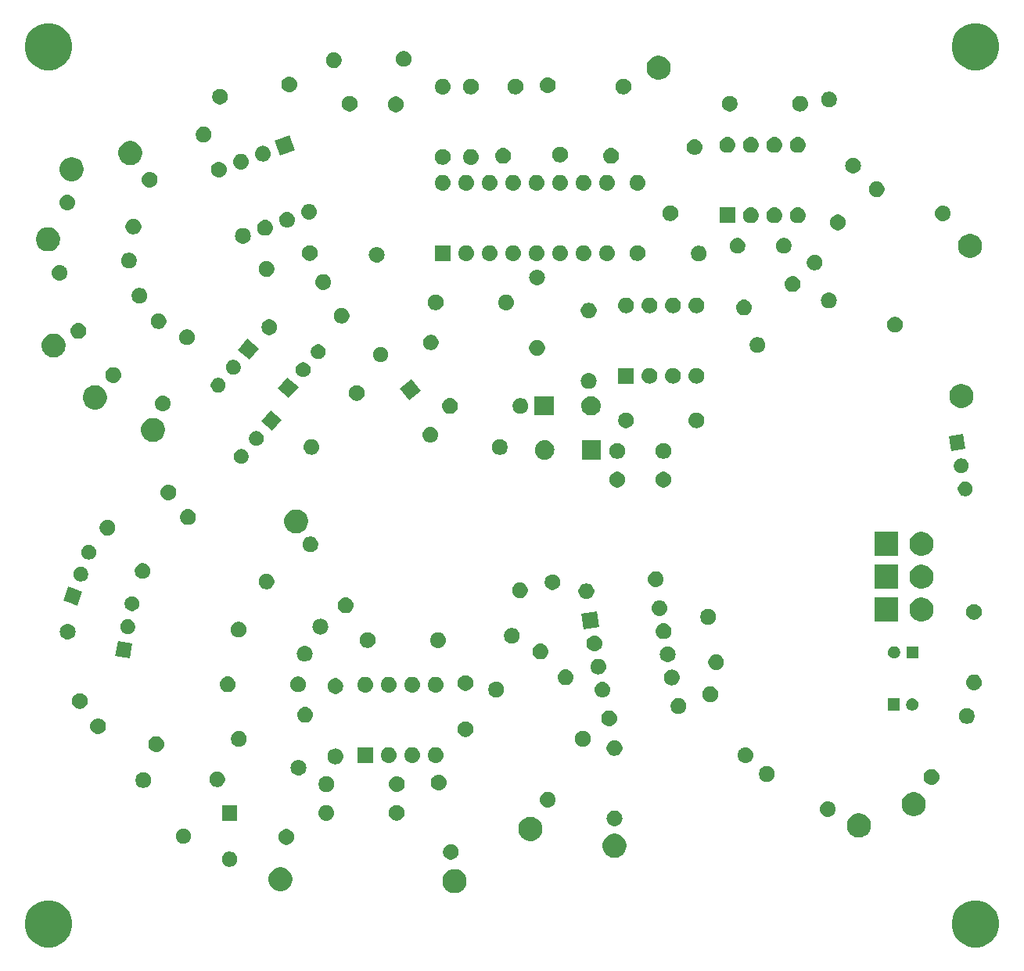
<source format=gbr>
G04 #@! TF.GenerationSoftware,KiCad,Pcbnew,(5.1.2-1)-1*
G04 #@! TF.CreationDate,2021-01-24T21:47:43-05:00*
G04 #@! TF.ProjectId,_autosave-LFO - MFOS,5f617574-6f73-4617-9665-2d4c464f202d,rev?*
G04 #@! TF.SameCoordinates,Original*
G04 #@! TF.FileFunction,Soldermask,Bot*
G04 #@! TF.FilePolarity,Negative*
%FSLAX46Y46*%
G04 Gerber Fmt 4.6, Leading zero omitted, Abs format (unit mm)*
G04 Created by KiCad (PCBNEW (5.1.2-1)-1) date 2021-01-24 21:47:43*
%MOMM*%
%LPD*%
G04 APERTURE LIST*
%ADD10C,0.100000*%
G04 APERTURE END LIST*
D10*
G36*
X116568098Y-108037033D02*
G01*
X117032350Y-108229332D01*
X117032352Y-108229333D01*
X117450168Y-108508509D01*
X117805491Y-108863832D01*
X118084667Y-109281648D01*
X118084668Y-109281650D01*
X118276967Y-109745902D01*
X118375000Y-110238747D01*
X118375000Y-110741253D01*
X118276967Y-111234098D01*
X118084668Y-111698350D01*
X118084667Y-111698352D01*
X117805491Y-112116168D01*
X117450168Y-112471491D01*
X117032352Y-112750667D01*
X117032351Y-112750668D01*
X117032350Y-112750668D01*
X116568098Y-112942967D01*
X116075253Y-113041000D01*
X115572747Y-113041000D01*
X115079902Y-112942967D01*
X114615650Y-112750668D01*
X114615649Y-112750668D01*
X114615648Y-112750667D01*
X114197832Y-112471491D01*
X113842509Y-112116168D01*
X113563333Y-111698352D01*
X113563332Y-111698350D01*
X113371033Y-111234098D01*
X113273000Y-110741253D01*
X113273000Y-110238747D01*
X113371033Y-109745902D01*
X113563332Y-109281650D01*
X113563333Y-109281648D01*
X113842509Y-108863832D01*
X114197832Y-108508509D01*
X114615648Y-108229333D01*
X114615650Y-108229332D01*
X115079902Y-108037033D01*
X115572747Y-107939000D01*
X116075253Y-107939000D01*
X116568098Y-108037033D01*
X116568098Y-108037033D01*
G37*
G36*
X16238098Y-108037033D02*
G01*
X16702350Y-108229332D01*
X16702352Y-108229333D01*
X17120168Y-108508509D01*
X17475491Y-108863832D01*
X17754667Y-109281648D01*
X17754668Y-109281650D01*
X17946967Y-109745902D01*
X18045000Y-110238747D01*
X18045000Y-110741253D01*
X17946967Y-111234098D01*
X17754668Y-111698350D01*
X17754667Y-111698352D01*
X17475491Y-112116168D01*
X17120168Y-112471491D01*
X16702352Y-112750667D01*
X16702351Y-112750668D01*
X16702350Y-112750668D01*
X16238098Y-112942967D01*
X15745253Y-113041000D01*
X15242747Y-113041000D01*
X14749902Y-112942967D01*
X14285650Y-112750668D01*
X14285649Y-112750668D01*
X14285648Y-112750667D01*
X13867832Y-112471491D01*
X13512509Y-112116168D01*
X13233333Y-111698352D01*
X13233332Y-111698350D01*
X13041033Y-111234098D01*
X12943000Y-110741253D01*
X12943000Y-110238747D01*
X13041033Y-109745902D01*
X13233332Y-109281650D01*
X13233333Y-109281648D01*
X13512509Y-108863832D01*
X13867832Y-108508509D01*
X14285648Y-108229333D01*
X14285650Y-108229332D01*
X14749902Y-108037033D01*
X15242747Y-107939000D01*
X15745253Y-107939000D01*
X16238098Y-108037033D01*
X16238098Y-108037033D01*
G37*
G36*
X59828093Y-104616504D02*
G01*
X60064801Y-104714552D01*
X60064803Y-104714553D01*
X60277835Y-104856896D01*
X60459004Y-105038065D01*
X60601347Y-105251097D01*
X60601348Y-105251099D01*
X60699396Y-105487807D01*
X60749380Y-105739093D01*
X60749380Y-105995307D01*
X60699396Y-106246593D01*
X60601348Y-106483301D01*
X60601347Y-106483303D01*
X60459004Y-106696335D01*
X60277835Y-106877504D01*
X60064803Y-107019847D01*
X60064802Y-107019848D01*
X60064801Y-107019848D01*
X59828093Y-107117896D01*
X59576807Y-107167880D01*
X59320593Y-107167880D01*
X59069307Y-107117896D01*
X58832599Y-107019848D01*
X58832598Y-107019848D01*
X58832597Y-107019847D01*
X58619565Y-106877504D01*
X58438396Y-106696335D01*
X58296053Y-106483303D01*
X58296052Y-106483301D01*
X58198004Y-106246593D01*
X58148020Y-105995307D01*
X58148020Y-105739093D01*
X58198004Y-105487807D01*
X58296052Y-105251099D01*
X58296053Y-105251097D01*
X58438396Y-105038065D01*
X58619565Y-104856896D01*
X58832597Y-104714553D01*
X58832599Y-104714552D01*
X59069307Y-104616504D01*
X59320593Y-104566520D01*
X59576807Y-104566520D01*
X59828093Y-104616504D01*
X59828093Y-104616504D01*
G37*
G36*
X40981293Y-104413304D02*
G01*
X41218001Y-104511352D01*
X41218003Y-104511353D01*
X41431035Y-104653696D01*
X41612204Y-104834865D01*
X41747977Y-105038065D01*
X41754548Y-105047899D01*
X41852596Y-105284607D01*
X41902580Y-105535893D01*
X41902580Y-105792107D01*
X41852596Y-106043393D01*
X41768427Y-106246594D01*
X41754547Y-106280103D01*
X41612204Y-106493135D01*
X41431035Y-106674304D01*
X41218003Y-106816647D01*
X41218002Y-106816648D01*
X41218001Y-106816648D01*
X40981293Y-106914696D01*
X40730007Y-106964680D01*
X40473793Y-106964680D01*
X40222507Y-106914696D01*
X39985799Y-106816648D01*
X39985798Y-106816648D01*
X39985797Y-106816647D01*
X39772765Y-106674304D01*
X39591596Y-106493135D01*
X39449253Y-106280103D01*
X39435373Y-106246594D01*
X39351204Y-106043393D01*
X39301220Y-105792107D01*
X39301220Y-105535893D01*
X39351204Y-105284607D01*
X39449252Y-105047899D01*
X39455823Y-105038065D01*
X39591596Y-104834865D01*
X39772765Y-104653696D01*
X39985797Y-104511353D01*
X39985799Y-104511352D01*
X40222507Y-104413304D01*
X40473793Y-104363320D01*
X40730007Y-104363320D01*
X40981293Y-104413304D01*
X40981293Y-104413304D01*
G37*
G36*
X35331035Y-102694242D02*
G01*
X35481358Y-102756508D01*
X35616645Y-102846904D01*
X35731696Y-102961955D01*
X35822092Y-103097242D01*
X35884358Y-103247565D01*
X35916100Y-103407146D01*
X35916100Y-103569854D01*
X35884358Y-103729435D01*
X35822092Y-103879758D01*
X35731696Y-104015045D01*
X35616645Y-104130096D01*
X35481358Y-104220492D01*
X35331035Y-104282758D01*
X35171454Y-104314500D01*
X35008746Y-104314500D01*
X34849165Y-104282758D01*
X34698842Y-104220492D01*
X34563555Y-104130096D01*
X34448504Y-104015045D01*
X34358108Y-103879758D01*
X34295842Y-103729435D01*
X34264100Y-103569854D01*
X34264100Y-103407146D01*
X34295842Y-103247565D01*
X34358108Y-103097242D01*
X34448504Y-102961955D01*
X34563555Y-102846904D01*
X34698842Y-102756508D01*
X34849165Y-102694242D01*
X35008746Y-102662500D01*
X35171454Y-102662500D01*
X35331035Y-102694242D01*
X35331035Y-102694242D01*
G37*
G36*
X59303228Y-101873903D02*
G01*
X59458100Y-101938053D01*
X59597481Y-102031185D01*
X59716015Y-102149719D01*
X59809147Y-102289100D01*
X59873297Y-102443972D01*
X59906000Y-102608384D01*
X59906000Y-102776016D01*
X59873297Y-102940428D01*
X59809147Y-103095300D01*
X59716015Y-103234681D01*
X59597481Y-103353215D01*
X59458100Y-103446347D01*
X59303228Y-103510497D01*
X59138816Y-103543200D01*
X58971184Y-103543200D01*
X58806772Y-103510497D01*
X58651900Y-103446347D01*
X58512519Y-103353215D01*
X58393985Y-103234681D01*
X58300853Y-103095300D01*
X58236703Y-102940428D01*
X58204000Y-102776016D01*
X58204000Y-102608384D01*
X58236703Y-102443972D01*
X58300853Y-102289100D01*
X58393985Y-102149719D01*
X58512519Y-102031185D01*
X58651900Y-101938053D01*
X58806772Y-101873903D01*
X58971184Y-101841200D01*
X59138816Y-101841200D01*
X59303228Y-101873903D01*
X59303228Y-101873903D01*
G37*
G36*
X77138193Y-100781104D02*
G01*
X77374901Y-100879152D01*
X77374903Y-100879153D01*
X77587935Y-101021496D01*
X77769104Y-101202665D01*
X77887432Y-101379756D01*
X77911448Y-101415699D01*
X78009496Y-101652407D01*
X78059480Y-101903693D01*
X78059480Y-102159907D01*
X78009496Y-102411193D01*
X77927816Y-102608385D01*
X77911447Y-102647903D01*
X77769104Y-102860935D01*
X77587935Y-103042104D01*
X77374903Y-103184447D01*
X77374902Y-103184448D01*
X77374901Y-103184448D01*
X77138193Y-103282496D01*
X76886907Y-103332480D01*
X76630693Y-103332480D01*
X76379407Y-103282496D01*
X76142699Y-103184448D01*
X76142698Y-103184448D01*
X76142697Y-103184447D01*
X75929665Y-103042104D01*
X75748496Y-102860935D01*
X75606153Y-102647903D01*
X75589784Y-102608385D01*
X75508104Y-102411193D01*
X75458120Y-102159907D01*
X75458120Y-101903693D01*
X75508104Y-101652407D01*
X75606152Y-101415699D01*
X75630168Y-101379756D01*
X75748496Y-101202665D01*
X75929665Y-101021496D01*
X76142697Y-100879153D01*
X76142699Y-100879152D01*
X76379407Y-100781104D01*
X76630693Y-100731120D01*
X76886907Y-100731120D01*
X77138193Y-100781104D01*
X77138193Y-100781104D01*
G37*
G36*
X41485128Y-100261003D02*
G01*
X41640000Y-100325153D01*
X41779381Y-100418285D01*
X41897915Y-100536819D01*
X41991047Y-100676200D01*
X42055197Y-100831072D01*
X42087900Y-100995484D01*
X42087900Y-101163116D01*
X42055197Y-101327528D01*
X41991047Y-101482400D01*
X41897915Y-101621781D01*
X41779381Y-101740315D01*
X41640000Y-101833447D01*
X41485128Y-101897597D01*
X41320716Y-101930300D01*
X41153084Y-101930300D01*
X40988672Y-101897597D01*
X40833800Y-101833447D01*
X40694419Y-101740315D01*
X40575885Y-101621781D01*
X40482753Y-101482400D01*
X40418603Y-101327528D01*
X40385900Y-101163116D01*
X40385900Y-100995484D01*
X40418603Y-100831072D01*
X40482753Y-100676200D01*
X40575885Y-100536819D01*
X40694419Y-100418285D01*
X40833800Y-100325153D01*
X40988672Y-100261003D01*
X41153084Y-100228300D01*
X41320716Y-100228300D01*
X41485128Y-100261003D01*
X41485128Y-100261003D01*
G37*
G36*
X30331035Y-100194242D02*
G01*
X30481358Y-100256508D01*
X30616645Y-100346904D01*
X30731696Y-100461955D01*
X30822092Y-100597242D01*
X30884358Y-100747565D01*
X30916100Y-100907146D01*
X30916100Y-101069854D01*
X30884358Y-101229435D01*
X30822092Y-101379758D01*
X30731696Y-101515045D01*
X30616645Y-101630096D01*
X30481358Y-101720492D01*
X30331035Y-101782758D01*
X30171454Y-101814500D01*
X30008746Y-101814500D01*
X29849165Y-101782758D01*
X29698842Y-101720492D01*
X29563555Y-101630096D01*
X29448504Y-101515045D01*
X29358108Y-101379758D01*
X29295842Y-101229435D01*
X29264100Y-101069854D01*
X29264100Y-100907146D01*
X29295842Y-100747565D01*
X29358108Y-100597242D01*
X29448504Y-100461955D01*
X29563555Y-100346904D01*
X29698842Y-100256508D01*
X29849165Y-100194242D01*
X30008746Y-100162500D01*
X30171454Y-100162500D01*
X30331035Y-100194242D01*
X30331035Y-100194242D01*
G37*
G36*
X68044993Y-98952304D02*
G01*
X68281701Y-99050352D01*
X68281703Y-99050353D01*
X68494735Y-99192696D01*
X68675904Y-99373865D01*
X68818247Y-99586897D01*
X68818248Y-99586899D01*
X68916296Y-99823607D01*
X68966280Y-100074893D01*
X68966280Y-100331107D01*
X68916296Y-100582393D01*
X68818248Y-100819101D01*
X68818247Y-100819103D01*
X68675904Y-101032135D01*
X68494735Y-101213304D01*
X68281703Y-101355647D01*
X68281702Y-101355648D01*
X68281701Y-101355648D01*
X68044993Y-101453696D01*
X67793707Y-101503680D01*
X67537493Y-101503680D01*
X67286207Y-101453696D01*
X67049499Y-101355648D01*
X67049498Y-101355648D01*
X67049497Y-101355647D01*
X66836465Y-101213304D01*
X66655296Y-101032135D01*
X66512953Y-100819103D01*
X66512952Y-100819101D01*
X66414904Y-100582393D01*
X66364920Y-100331107D01*
X66364920Y-100074893D01*
X66414904Y-99823607D01*
X66512952Y-99586899D01*
X66512953Y-99586897D01*
X66655296Y-99373865D01*
X66836465Y-99192696D01*
X67049497Y-99050353D01*
X67049499Y-99050352D01*
X67286207Y-98952304D01*
X67537493Y-98902320D01*
X67793707Y-98902320D01*
X68044993Y-98952304D01*
X68044993Y-98952304D01*
G37*
G36*
X103592293Y-98584004D02*
G01*
X103829001Y-98682052D01*
X103829003Y-98682053D01*
X104042035Y-98824396D01*
X104223204Y-99005565D01*
X104365547Y-99218597D01*
X104365548Y-99218599D01*
X104463596Y-99455307D01*
X104513580Y-99706593D01*
X104513580Y-99962807D01*
X104463596Y-100214093D01*
X104365548Y-100450801D01*
X104365547Y-100450803D01*
X104223204Y-100663835D01*
X104042035Y-100845004D01*
X103829003Y-100987347D01*
X103829002Y-100987348D01*
X103829001Y-100987348D01*
X103592293Y-101085396D01*
X103341007Y-101135380D01*
X103084793Y-101135380D01*
X102833507Y-101085396D01*
X102596799Y-100987348D01*
X102596798Y-100987348D01*
X102596797Y-100987347D01*
X102383765Y-100845004D01*
X102202596Y-100663835D01*
X102060253Y-100450803D01*
X102060252Y-100450801D01*
X101962204Y-100214093D01*
X101912220Y-99962807D01*
X101912220Y-99706593D01*
X101962204Y-99455307D01*
X102060252Y-99218599D01*
X102060253Y-99218597D01*
X102202596Y-99005565D01*
X102383765Y-98824396D01*
X102596797Y-98682053D01*
X102596799Y-98682052D01*
X102833507Y-98584004D01*
X103084793Y-98534020D01*
X103341007Y-98534020D01*
X103592293Y-98584004D01*
X103592293Y-98584004D01*
G37*
G36*
X76925623Y-98221313D02*
G01*
X77086042Y-98269976D01*
X77218706Y-98340886D01*
X77233878Y-98348996D01*
X77363459Y-98455341D01*
X77469804Y-98584922D01*
X77469805Y-98584924D01*
X77548824Y-98732758D01*
X77597487Y-98893177D01*
X77613917Y-99060000D01*
X77597487Y-99226823D01*
X77548824Y-99387242D01*
X77512443Y-99455306D01*
X77469804Y-99535078D01*
X77363459Y-99664659D01*
X77233878Y-99771004D01*
X77233876Y-99771005D01*
X77086042Y-99850024D01*
X76925623Y-99898687D01*
X76800604Y-99911000D01*
X76716996Y-99911000D01*
X76591977Y-99898687D01*
X76431558Y-99850024D01*
X76283724Y-99771005D01*
X76283722Y-99771004D01*
X76154141Y-99664659D01*
X76047796Y-99535078D01*
X76005157Y-99455306D01*
X75968776Y-99387242D01*
X75920113Y-99226823D01*
X75903683Y-99060000D01*
X75920113Y-98893177D01*
X75968776Y-98732758D01*
X76047795Y-98584924D01*
X76047796Y-98584922D01*
X76154141Y-98455341D01*
X76283722Y-98348996D01*
X76298894Y-98340886D01*
X76431558Y-98269976D01*
X76591977Y-98221313D01*
X76716996Y-98209000D01*
X76800604Y-98209000D01*
X76925623Y-98221313D01*
X76925623Y-98221313D01*
G37*
G36*
X35916100Y-99314500D02*
G01*
X34264100Y-99314500D01*
X34264100Y-97662500D01*
X35916100Y-97662500D01*
X35916100Y-99314500D01*
X35916100Y-99314500D01*
G37*
G36*
X53423128Y-97644803D02*
G01*
X53578000Y-97708953D01*
X53717381Y-97802085D01*
X53835915Y-97920619D01*
X53929047Y-98060000D01*
X53993197Y-98214872D01*
X54025900Y-98379284D01*
X54025900Y-98546916D01*
X53993197Y-98711328D01*
X53929047Y-98866200D01*
X53835915Y-99005581D01*
X53717381Y-99124115D01*
X53578000Y-99217247D01*
X53423128Y-99281397D01*
X53258716Y-99314100D01*
X53091084Y-99314100D01*
X52926672Y-99281397D01*
X52771800Y-99217247D01*
X52632419Y-99124115D01*
X52513885Y-99005581D01*
X52420753Y-98866200D01*
X52356603Y-98711328D01*
X52323900Y-98546916D01*
X52323900Y-98379284D01*
X52356603Y-98214872D01*
X52420753Y-98060000D01*
X52513885Y-97920619D01*
X52632419Y-97802085D01*
X52771800Y-97708953D01*
X52926672Y-97644803D01*
X53091084Y-97612100D01*
X53258716Y-97612100D01*
X53423128Y-97644803D01*
X53423128Y-97644803D01*
G37*
G36*
X45721723Y-97624413D02*
G01*
X45882142Y-97673076D01*
X45949261Y-97708952D01*
X46029978Y-97752096D01*
X46159559Y-97858441D01*
X46265904Y-97988022D01*
X46265905Y-97988024D01*
X46344924Y-98135858D01*
X46393587Y-98296277D01*
X46410017Y-98463100D01*
X46393587Y-98629923D01*
X46344924Y-98790342D01*
X46289957Y-98893177D01*
X46265904Y-98938178D01*
X46159559Y-99067759D01*
X46029978Y-99174104D01*
X46029976Y-99174105D01*
X45882142Y-99253124D01*
X45721723Y-99301787D01*
X45596704Y-99314100D01*
X45513096Y-99314100D01*
X45388077Y-99301787D01*
X45227658Y-99253124D01*
X45079824Y-99174105D01*
X45079822Y-99174104D01*
X44950241Y-99067759D01*
X44843896Y-98938178D01*
X44819843Y-98893177D01*
X44764876Y-98790342D01*
X44716213Y-98629923D01*
X44699783Y-98463100D01*
X44716213Y-98296277D01*
X44764876Y-98135858D01*
X44843895Y-97988024D01*
X44843896Y-97988022D01*
X44950241Y-97858441D01*
X45079822Y-97752096D01*
X45160539Y-97708952D01*
X45227658Y-97673076D01*
X45388077Y-97624413D01*
X45513096Y-97612100D01*
X45596704Y-97612100D01*
X45721723Y-97624413D01*
X45721723Y-97624413D01*
G37*
G36*
X100009337Y-97218013D02*
G01*
X100169756Y-97266676D01*
X100302420Y-97337586D01*
X100317592Y-97345696D01*
X100447173Y-97452041D01*
X100553518Y-97581622D01*
X100553519Y-97581624D01*
X100632538Y-97729458D01*
X100681201Y-97889877D01*
X100697631Y-98056700D01*
X100681201Y-98223523D01*
X100632538Y-98383942D01*
X100594374Y-98455341D01*
X100553518Y-98531778D01*
X100447173Y-98661359D01*
X100317592Y-98767704D01*
X100317590Y-98767705D01*
X100169756Y-98846724D01*
X100009337Y-98895387D01*
X99884318Y-98907700D01*
X99800710Y-98907700D01*
X99675691Y-98895387D01*
X99515272Y-98846724D01*
X99367438Y-98767705D01*
X99367436Y-98767704D01*
X99237855Y-98661359D01*
X99131510Y-98531778D01*
X99090654Y-98455341D01*
X99052490Y-98383942D01*
X99003827Y-98223523D01*
X98987397Y-98056700D01*
X99003827Y-97889877D01*
X99052490Y-97729458D01*
X99131509Y-97581624D01*
X99131510Y-97581622D01*
X99237855Y-97452041D01*
X99367436Y-97345696D01*
X99382608Y-97337586D01*
X99515272Y-97266676D01*
X99675691Y-97218013D01*
X99800710Y-97205700D01*
X99884318Y-97205700D01*
X100009337Y-97218013D01*
X100009337Y-97218013D01*
G37*
G36*
X109523193Y-96285304D02*
G01*
X109759901Y-96383352D01*
X109759903Y-96383353D01*
X109972935Y-96525696D01*
X110154104Y-96706865D01*
X110296447Y-96919897D01*
X110296448Y-96919899D01*
X110394496Y-97156607D01*
X110444480Y-97407893D01*
X110444480Y-97664107D01*
X110394496Y-97915393D01*
X110334596Y-98060003D01*
X110296447Y-98152103D01*
X110154104Y-98365135D01*
X109972935Y-98546304D01*
X109759903Y-98688647D01*
X109759902Y-98688648D01*
X109759901Y-98688648D01*
X109523193Y-98786696D01*
X109271907Y-98836680D01*
X109015693Y-98836680D01*
X108764407Y-98786696D01*
X108527699Y-98688648D01*
X108527698Y-98688648D01*
X108527697Y-98688647D01*
X108314665Y-98546304D01*
X108133496Y-98365135D01*
X107991153Y-98152103D01*
X107953004Y-98060003D01*
X107893104Y-97915393D01*
X107843120Y-97664107D01*
X107843120Y-97407893D01*
X107893104Y-97156607D01*
X107991152Y-96919899D01*
X107991153Y-96919897D01*
X108133496Y-96706865D01*
X108314665Y-96525696D01*
X108527697Y-96383353D01*
X108527699Y-96383352D01*
X108764407Y-96285304D01*
X109015693Y-96235320D01*
X109271907Y-96235320D01*
X109523193Y-96285304D01*
X109523193Y-96285304D01*
G37*
G36*
X69699323Y-96197127D02*
G01*
X69859742Y-96245790D01*
X69933667Y-96285304D01*
X70007578Y-96324810D01*
X70137159Y-96431155D01*
X70243504Y-96560736D01*
X70243505Y-96560738D01*
X70322524Y-96708572D01*
X70371187Y-96868991D01*
X70387617Y-97035814D01*
X70371187Y-97202637D01*
X70322524Y-97363056D01*
X70274960Y-97452041D01*
X70243504Y-97510892D01*
X70137159Y-97640473D01*
X70007578Y-97746818D01*
X70007576Y-97746819D01*
X69859742Y-97825838D01*
X69699323Y-97874501D01*
X69574304Y-97886814D01*
X69490696Y-97886814D01*
X69365677Y-97874501D01*
X69205258Y-97825838D01*
X69057424Y-97746819D01*
X69057422Y-97746818D01*
X68927841Y-97640473D01*
X68821496Y-97510892D01*
X68790040Y-97452041D01*
X68742476Y-97363056D01*
X68693813Y-97202637D01*
X68677383Y-97035814D01*
X68693813Y-96868991D01*
X68742476Y-96708572D01*
X68821495Y-96560738D01*
X68821496Y-96560736D01*
X68927841Y-96431155D01*
X69057422Y-96324810D01*
X69131333Y-96285304D01*
X69205258Y-96245790D01*
X69365677Y-96197127D01*
X69490696Y-96184814D01*
X69574304Y-96184814D01*
X69699323Y-96197127D01*
X69699323Y-96197127D01*
G37*
G36*
X53367123Y-94512913D02*
G01*
X53527542Y-94561576D01*
X53594661Y-94597452D01*
X53675378Y-94640596D01*
X53804959Y-94746941D01*
X53911304Y-94876522D01*
X53911305Y-94876524D01*
X53990324Y-95024358D01*
X54038987Y-95184777D01*
X54055417Y-95351600D01*
X54038987Y-95518423D01*
X53990324Y-95678842D01*
X53949777Y-95754700D01*
X53911304Y-95826678D01*
X53804959Y-95956259D01*
X53675378Y-96062604D01*
X53675376Y-96062605D01*
X53527542Y-96141624D01*
X53367123Y-96190287D01*
X53242104Y-96202600D01*
X53158496Y-96202600D01*
X53033477Y-96190287D01*
X52873058Y-96141624D01*
X52725224Y-96062605D01*
X52725222Y-96062604D01*
X52595641Y-95956259D01*
X52489296Y-95826678D01*
X52450823Y-95754700D01*
X52410276Y-95678842D01*
X52361613Y-95518423D01*
X52345183Y-95351600D01*
X52361613Y-95184777D01*
X52410276Y-95024358D01*
X52489295Y-94876524D01*
X52489296Y-94876522D01*
X52595641Y-94746941D01*
X52725222Y-94640596D01*
X52805939Y-94597452D01*
X52873058Y-94561576D01*
X53033477Y-94512913D01*
X53158496Y-94500600D01*
X53242104Y-94500600D01*
X53367123Y-94512913D01*
X53367123Y-94512913D01*
G37*
G36*
X45828528Y-94533303D02*
G01*
X45983400Y-94597453D01*
X46122781Y-94690585D01*
X46241315Y-94809119D01*
X46334447Y-94948500D01*
X46398597Y-95103372D01*
X46431300Y-95267784D01*
X46431300Y-95435416D01*
X46398597Y-95599828D01*
X46334447Y-95754700D01*
X46241315Y-95894081D01*
X46122781Y-96012615D01*
X45983400Y-96105747D01*
X45828528Y-96169897D01*
X45664116Y-96202600D01*
X45496484Y-96202600D01*
X45332072Y-96169897D01*
X45177200Y-96105747D01*
X45037819Y-96012615D01*
X44919285Y-95894081D01*
X44826153Y-95754700D01*
X44762003Y-95599828D01*
X44729300Y-95435416D01*
X44729300Y-95267784D01*
X44762003Y-95103372D01*
X44826153Y-94948500D01*
X44919285Y-94809119D01*
X45037819Y-94690585D01*
X45177200Y-94597453D01*
X45332072Y-94533303D01*
X45496484Y-94500600D01*
X45664116Y-94500600D01*
X45828528Y-94533303D01*
X45828528Y-94533303D01*
G37*
G36*
X57898624Y-94349278D02*
G01*
X58059043Y-94397941D01*
X58191707Y-94468851D01*
X58206879Y-94476961D01*
X58336460Y-94583306D01*
X58442805Y-94712887D01*
X58442806Y-94712889D01*
X58521825Y-94860723D01*
X58570488Y-95021142D01*
X58586918Y-95187965D01*
X58570488Y-95354788D01*
X58521825Y-95515207D01*
X58450915Y-95647871D01*
X58442805Y-95663043D01*
X58336460Y-95792624D01*
X58206879Y-95898969D01*
X58206877Y-95898970D01*
X58059043Y-95977989D01*
X57898624Y-96026652D01*
X57773605Y-96038965D01*
X57689997Y-96038965D01*
X57564978Y-96026652D01*
X57404559Y-95977989D01*
X57256725Y-95898970D01*
X57256723Y-95898969D01*
X57127142Y-95792624D01*
X57020797Y-95663043D01*
X57012687Y-95647871D01*
X56941777Y-95515207D01*
X56893114Y-95354788D01*
X56876684Y-95187965D01*
X56893114Y-95021142D01*
X56941777Y-94860723D01*
X57020796Y-94712889D01*
X57020797Y-94712887D01*
X57127142Y-94583306D01*
X57256723Y-94476961D01*
X57271895Y-94468851D01*
X57404559Y-94397941D01*
X57564978Y-94349278D01*
X57689997Y-94336965D01*
X57773605Y-94336965D01*
X57898624Y-94349278D01*
X57898624Y-94349278D01*
G37*
G36*
X26016528Y-94101503D02*
G01*
X26171400Y-94165653D01*
X26310781Y-94258785D01*
X26429315Y-94377319D01*
X26522447Y-94516700D01*
X26586597Y-94671572D01*
X26619300Y-94835984D01*
X26619300Y-95003616D01*
X26586597Y-95168028D01*
X26522447Y-95322900D01*
X26429315Y-95462281D01*
X26310781Y-95580815D01*
X26171400Y-95673947D01*
X26016528Y-95738097D01*
X25852116Y-95770800D01*
X25684484Y-95770800D01*
X25520072Y-95738097D01*
X25365200Y-95673947D01*
X25225819Y-95580815D01*
X25107285Y-95462281D01*
X25014153Y-95322900D01*
X24950003Y-95168028D01*
X24917300Y-95003616D01*
X24917300Y-94835984D01*
X24950003Y-94671572D01*
X25014153Y-94516700D01*
X25107285Y-94377319D01*
X25225819Y-94258785D01*
X25365200Y-94165653D01*
X25520072Y-94101503D01*
X25684484Y-94068800D01*
X25852116Y-94068800D01*
X26016528Y-94101503D01*
X26016528Y-94101503D01*
G37*
G36*
X34004828Y-94012603D02*
G01*
X34159700Y-94076753D01*
X34299081Y-94169885D01*
X34417615Y-94288419D01*
X34510747Y-94427800D01*
X34574897Y-94582672D01*
X34607600Y-94747084D01*
X34607600Y-94914716D01*
X34574897Y-95079128D01*
X34510747Y-95234000D01*
X34417615Y-95373381D01*
X34299081Y-95491915D01*
X34159700Y-95585047D01*
X34004828Y-95649197D01*
X33840416Y-95681900D01*
X33672784Y-95681900D01*
X33508372Y-95649197D01*
X33353500Y-95585047D01*
X33214119Y-95491915D01*
X33095585Y-95373381D01*
X33002453Y-95234000D01*
X32938303Y-95079128D01*
X32905600Y-94914716D01*
X32905600Y-94747084D01*
X32938303Y-94582672D01*
X33002453Y-94427800D01*
X33095585Y-94288419D01*
X33214119Y-94169885D01*
X33353500Y-94076753D01*
X33508372Y-94012603D01*
X33672784Y-93979900D01*
X33840416Y-93979900D01*
X34004828Y-94012603D01*
X34004828Y-94012603D01*
G37*
G36*
X111241023Y-93733327D02*
G01*
X111401442Y-93781990D01*
X111516706Y-93843600D01*
X111549278Y-93861010D01*
X111678859Y-93967355D01*
X111785204Y-94096936D01*
X111785205Y-94096938D01*
X111864224Y-94244772D01*
X111912887Y-94405191D01*
X111929317Y-94572014D01*
X111912887Y-94738837D01*
X111864224Y-94899256D01*
X111797354Y-95024361D01*
X111785204Y-95047092D01*
X111678859Y-95176673D01*
X111549278Y-95283018D01*
X111549276Y-95283019D01*
X111401442Y-95362038D01*
X111241023Y-95410701D01*
X111116004Y-95423014D01*
X111032396Y-95423014D01*
X110907377Y-95410701D01*
X110746958Y-95362038D01*
X110599124Y-95283019D01*
X110599122Y-95283018D01*
X110469541Y-95176673D01*
X110363196Y-95047092D01*
X110351046Y-95024361D01*
X110284176Y-94899256D01*
X110235513Y-94738837D01*
X110219083Y-94572014D01*
X110235513Y-94405191D01*
X110284176Y-94244772D01*
X110363195Y-94096938D01*
X110363196Y-94096936D01*
X110469541Y-93967355D01*
X110599122Y-93861010D01*
X110631694Y-93843600D01*
X110746958Y-93781990D01*
X110907377Y-93733327D01*
X111032396Y-93721014D01*
X111116004Y-93721014D01*
X111241023Y-93733327D01*
X111241023Y-93733327D01*
G37*
G36*
X93491628Y-93428403D02*
G01*
X93646500Y-93492553D01*
X93785881Y-93585685D01*
X93904415Y-93704219D01*
X93997547Y-93843600D01*
X94061697Y-93998472D01*
X94094400Y-94162884D01*
X94094400Y-94330516D01*
X94061697Y-94494928D01*
X93997547Y-94649800D01*
X93904415Y-94789181D01*
X93785881Y-94907715D01*
X93646500Y-95000847D01*
X93491628Y-95064997D01*
X93327216Y-95097700D01*
X93159584Y-95097700D01*
X92995172Y-95064997D01*
X92840300Y-95000847D01*
X92700919Y-94907715D01*
X92582385Y-94789181D01*
X92489253Y-94649800D01*
X92425103Y-94494928D01*
X92392400Y-94330516D01*
X92392400Y-94162884D01*
X92425103Y-93998472D01*
X92489253Y-93843600D01*
X92582385Y-93704219D01*
X92700919Y-93585685D01*
X92840300Y-93492553D01*
X92995172Y-93428403D01*
X93159584Y-93395700D01*
X93327216Y-93395700D01*
X93491628Y-93428403D01*
X93491628Y-93428403D01*
G37*
G36*
X42726922Y-92736378D02*
G01*
X42887341Y-92785041D01*
X43020005Y-92855951D01*
X43035177Y-92864061D01*
X43164758Y-92970406D01*
X43271103Y-93099987D01*
X43271104Y-93099989D01*
X43350123Y-93247823D01*
X43398786Y-93408242D01*
X43415216Y-93575065D01*
X43398786Y-93741888D01*
X43350123Y-93902307D01*
X43298722Y-93998471D01*
X43271103Y-94050143D01*
X43164758Y-94179724D01*
X43035177Y-94286069D01*
X43020005Y-94294179D01*
X42887341Y-94365089D01*
X42726922Y-94413752D01*
X42601903Y-94426065D01*
X42518295Y-94426065D01*
X42393276Y-94413752D01*
X42232857Y-94365089D01*
X42100193Y-94294179D01*
X42085021Y-94286069D01*
X41955440Y-94179724D01*
X41849095Y-94050143D01*
X41821476Y-93998471D01*
X41770075Y-93902307D01*
X41721412Y-93741888D01*
X41704982Y-93575065D01*
X41721412Y-93408242D01*
X41770075Y-93247823D01*
X41849094Y-93099989D01*
X41849095Y-93099987D01*
X41955440Y-92970406D01*
X42085021Y-92864061D01*
X42100193Y-92855951D01*
X42232857Y-92785041D01*
X42393276Y-92736378D01*
X42518295Y-92724065D01*
X42601903Y-92724065D01*
X42726922Y-92736378D01*
X42726922Y-92736378D01*
G37*
G36*
X46712323Y-91515713D02*
G01*
X46872742Y-91564376D01*
X46934415Y-91597341D01*
X47020578Y-91643396D01*
X47150159Y-91749741D01*
X47256504Y-91879322D01*
X47256505Y-91879324D01*
X47335524Y-92027158D01*
X47384187Y-92187577D01*
X47400617Y-92354400D01*
X47384187Y-92521223D01*
X47344583Y-92651780D01*
X47336909Y-92677078D01*
X47335524Y-92681642D01*
X47280256Y-92785041D01*
X47256504Y-92829478D01*
X47150159Y-92959059D01*
X47020578Y-93065404D01*
X47020576Y-93065405D01*
X46872742Y-93144424D01*
X46712323Y-93193087D01*
X46587304Y-93205400D01*
X46503696Y-93205400D01*
X46378677Y-93193087D01*
X46218258Y-93144424D01*
X46070424Y-93065405D01*
X46070422Y-93065404D01*
X45940841Y-92959059D01*
X45834496Y-92829478D01*
X45810744Y-92785041D01*
X45755476Y-92681642D01*
X45754092Y-92677078D01*
X45746417Y-92651780D01*
X45706813Y-92521223D01*
X45690383Y-92354400D01*
X45706813Y-92187577D01*
X45755476Y-92027158D01*
X45834495Y-91879324D01*
X45834496Y-91879322D01*
X45940841Y-91749741D01*
X46070422Y-91643396D01*
X46156585Y-91597341D01*
X46218258Y-91564376D01*
X46378677Y-91515713D01*
X46503696Y-91503400D01*
X46587304Y-91503400D01*
X46712323Y-91515713D01*
X46712323Y-91515713D01*
G37*
G36*
X91098823Y-91383827D02*
G01*
X91259242Y-91432490D01*
X91391906Y-91503400D01*
X91407078Y-91511510D01*
X91536659Y-91617855D01*
X91643004Y-91747436D01*
X91643005Y-91747438D01*
X91722024Y-91895272D01*
X91770687Y-92055691D01*
X91787117Y-92222514D01*
X91770687Y-92389337D01*
X91722024Y-92549756D01*
X91653970Y-92677076D01*
X91643004Y-92697592D01*
X91536659Y-92827173D01*
X91407078Y-92933518D01*
X91407076Y-92933519D01*
X91259242Y-93012538D01*
X91098823Y-93061201D01*
X90973804Y-93073514D01*
X90890196Y-93073514D01*
X90765177Y-93061201D01*
X90604758Y-93012538D01*
X90456924Y-92933519D01*
X90456922Y-92933518D01*
X90327341Y-92827173D01*
X90220996Y-92697592D01*
X90210030Y-92677076D01*
X90141976Y-92549756D01*
X90093313Y-92389337D01*
X90076883Y-92222514D01*
X90093313Y-92055691D01*
X90141976Y-91895272D01*
X90220995Y-91747438D01*
X90220996Y-91747436D01*
X90327341Y-91617855D01*
X90456922Y-91511510D01*
X90472094Y-91503400D01*
X90604758Y-91432490D01*
X90765177Y-91383827D01*
X90890196Y-91371514D01*
X90973804Y-91371514D01*
X91098823Y-91383827D01*
X91098823Y-91383827D01*
G37*
G36*
X52490823Y-91363313D02*
G01*
X52651242Y-91411976D01*
X52783906Y-91482886D01*
X52799078Y-91490996D01*
X52928659Y-91597341D01*
X53035004Y-91726922D01*
X53035005Y-91726924D01*
X53114024Y-91874758D01*
X53114025Y-91874761D01*
X53115409Y-91879324D01*
X53162687Y-92035177D01*
X53179117Y-92202000D01*
X53162687Y-92368823D01*
X53114024Y-92529242D01*
X53103059Y-92549756D01*
X53035004Y-92677078D01*
X52928659Y-92806659D01*
X52799078Y-92913004D01*
X52799076Y-92913005D01*
X52651242Y-92992024D01*
X52490823Y-93040687D01*
X52365804Y-93053000D01*
X52282196Y-93053000D01*
X52157177Y-93040687D01*
X51996758Y-92992024D01*
X51848924Y-92913005D01*
X51848922Y-92913004D01*
X51719341Y-92806659D01*
X51612996Y-92677078D01*
X51544941Y-92549756D01*
X51533976Y-92529242D01*
X51485313Y-92368823D01*
X51468883Y-92202000D01*
X51485313Y-92035177D01*
X51532591Y-91879324D01*
X51533975Y-91874761D01*
X51533976Y-91874758D01*
X51612995Y-91726924D01*
X51612996Y-91726922D01*
X51719341Y-91597341D01*
X51848922Y-91490996D01*
X51864094Y-91482886D01*
X51996758Y-91411976D01*
X52157177Y-91363313D01*
X52282196Y-91351000D01*
X52365804Y-91351000D01*
X52490823Y-91363313D01*
X52490823Y-91363313D01*
G37*
G36*
X50635000Y-93053000D02*
G01*
X48933000Y-93053000D01*
X48933000Y-91351000D01*
X50635000Y-91351000D01*
X50635000Y-93053000D01*
X50635000Y-93053000D01*
G37*
G36*
X57570823Y-91363313D02*
G01*
X57731242Y-91411976D01*
X57863906Y-91482886D01*
X57879078Y-91490996D01*
X58008659Y-91597341D01*
X58115004Y-91726922D01*
X58115005Y-91726924D01*
X58194024Y-91874758D01*
X58194025Y-91874761D01*
X58195409Y-91879324D01*
X58242687Y-92035177D01*
X58259117Y-92202000D01*
X58242687Y-92368823D01*
X58194024Y-92529242D01*
X58183059Y-92549756D01*
X58115004Y-92677078D01*
X58008659Y-92806659D01*
X57879078Y-92913004D01*
X57879076Y-92913005D01*
X57731242Y-92992024D01*
X57570823Y-93040687D01*
X57445804Y-93053000D01*
X57362196Y-93053000D01*
X57237177Y-93040687D01*
X57076758Y-92992024D01*
X56928924Y-92913005D01*
X56928922Y-92913004D01*
X56799341Y-92806659D01*
X56692996Y-92677078D01*
X56624941Y-92549756D01*
X56613976Y-92529242D01*
X56565313Y-92368823D01*
X56548883Y-92202000D01*
X56565313Y-92035177D01*
X56612591Y-91879324D01*
X56613975Y-91874761D01*
X56613976Y-91874758D01*
X56692995Y-91726924D01*
X56692996Y-91726922D01*
X56799341Y-91597341D01*
X56928922Y-91490996D01*
X56944094Y-91482886D01*
X57076758Y-91411976D01*
X57237177Y-91363313D01*
X57362196Y-91351000D01*
X57445804Y-91351000D01*
X57570823Y-91363313D01*
X57570823Y-91363313D01*
G37*
G36*
X55030823Y-91363313D02*
G01*
X55191242Y-91411976D01*
X55323906Y-91482886D01*
X55339078Y-91490996D01*
X55468659Y-91597341D01*
X55575004Y-91726922D01*
X55575005Y-91726924D01*
X55654024Y-91874758D01*
X55654025Y-91874761D01*
X55655409Y-91879324D01*
X55702687Y-92035177D01*
X55719117Y-92202000D01*
X55702687Y-92368823D01*
X55654024Y-92529242D01*
X55643059Y-92549756D01*
X55575004Y-92677078D01*
X55468659Y-92806659D01*
X55339078Y-92913004D01*
X55339076Y-92913005D01*
X55191242Y-92992024D01*
X55030823Y-93040687D01*
X54905804Y-93053000D01*
X54822196Y-93053000D01*
X54697177Y-93040687D01*
X54536758Y-92992024D01*
X54388924Y-92913005D01*
X54388922Y-92913004D01*
X54259341Y-92806659D01*
X54152996Y-92677078D01*
X54084941Y-92549756D01*
X54073976Y-92529242D01*
X54025313Y-92368823D01*
X54008883Y-92202000D01*
X54025313Y-92035177D01*
X54072591Y-91879324D01*
X54073975Y-91874761D01*
X54073976Y-91874758D01*
X54152995Y-91726924D01*
X54152996Y-91726922D01*
X54259341Y-91597341D01*
X54388922Y-91490996D01*
X54404094Y-91482886D01*
X54536758Y-91411976D01*
X54697177Y-91363313D01*
X54822196Y-91351000D01*
X54905804Y-91351000D01*
X55030823Y-91363313D01*
X55030823Y-91363313D01*
G37*
G36*
X77007028Y-90621703D02*
G01*
X77161900Y-90685853D01*
X77301281Y-90778985D01*
X77419815Y-90897519D01*
X77512947Y-91036900D01*
X77577097Y-91191772D01*
X77609800Y-91356184D01*
X77609800Y-91523816D01*
X77577097Y-91688228D01*
X77512947Y-91843100D01*
X77419815Y-91982481D01*
X77301281Y-92101015D01*
X77161900Y-92194147D01*
X77007028Y-92258297D01*
X76842616Y-92291000D01*
X76674984Y-92291000D01*
X76510572Y-92258297D01*
X76355700Y-92194147D01*
X76216319Y-92101015D01*
X76097785Y-91982481D01*
X76004653Y-91843100D01*
X75940503Y-91688228D01*
X75907800Y-91523816D01*
X75907800Y-91356184D01*
X75940503Y-91191772D01*
X76004653Y-91036900D01*
X76097785Y-90897519D01*
X76216319Y-90778985D01*
X76355700Y-90685853D01*
X76510572Y-90621703D01*
X76674984Y-90589000D01*
X76842616Y-90589000D01*
X77007028Y-90621703D01*
X77007028Y-90621703D01*
G37*
G36*
X27324309Y-90182213D02*
G01*
X27484728Y-90230876D01*
X27617392Y-90301786D01*
X27632564Y-90309896D01*
X27762145Y-90416241D01*
X27868490Y-90545822D01*
X27868491Y-90545824D01*
X27947510Y-90693658D01*
X27996173Y-90854077D01*
X28012603Y-91020900D01*
X27996173Y-91187723D01*
X27947510Y-91348142D01*
X27902425Y-91432490D01*
X27868490Y-91495978D01*
X27762145Y-91625559D01*
X27632564Y-91731904D01*
X27632562Y-91731905D01*
X27484728Y-91810924D01*
X27324309Y-91859587D01*
X27199290Y-91871900D01*
X27115682Y-91871900D01*
X26990663Y-91859587D01*
X26830244Y-91810924D01*
X26682410Y-91731905D01*
X26682408Y-91731904D01*
X26552827Y-91625559D01*
X26446482Y-91495978D01*
X26412547Y-91432490D01*
X26367462Y-91348142D01*
X26318799Y-91187723D01*
X26302369Y-91020900D01*
X26318799Y-90854077D01*
X26367462Y-90693658D01*
X26446481Y-90545824D01*
X26446482Y-90545822D01*
X26552827Y-90416241D01*
X26682408Y-90309896D01*
X26697580Y-90301786D01*
X26830244Y-90230876D01*
X26990663Y-90182213D01*
X27115682Y-90169900D01*
X27199290Y-90169900D01*
X27324309Y-90182213D01*
X27324309Y-90182213D01*
G37*
G36*
X36354328Y-89643803D02*
G01*
X36509200Y-89707953D01*
X36648581Y-89801085D01*
X36767115Y-89919619D01*
X36860247Y-90059000D01*
X36924397Y-90213872D01*
X36957100Y-90378284D01*
X36957100Y-90545916D01*
X36924397Y-90710328D01*
X36860247Y-90865200D01*
X36767115Y-91004581D01*
X36648581Y-91123115D01*
X36509200Y-91216247D01*
X36354328Y-91280397D01*
X36189916Y-91313100D01*
X36022284Y-91313100D01*
X35857872Y-91280397D01*
X35703000Y-91216247D01*
X35563619Y-91123115D01*
X35445085Y-91004581D01*
X35351953Y-90865200D01*
X35287803Y-90710328D01*
X35255100Y-90545916D01*
X35255100Y-90378284D01*
X35287803Y-90213872D01*
X35351953Y-90059000D01*
X35445085Y-89919619D01*
X35563619Y-89801085D01*
X35703000Y-89707953D01*
X35857872Y-89643803D01*
X36022284Y-89611100D01*
X36189916Y-89611100D01*
X36354328Y-89643803D01*
X36354328Y-89643803D01*
G37*
G36*
X73590728Y-89618403D02*
G01*
X73745600Y-89682553D01*
X73884981Y-89775685D01*
X74003515Y-89894219D01*
X74096647Y-90033600D01*
X74160797Y-90188472D01*
X74193500Y-90352884D01*
X74193500Y-90520516D01*
X74160797Y-90684928D01*
X74096647Y-90839800D01*
X74003515Y-90979181D01*
X73884981Y-91097715D01*
X73745600Y-91190847D01*
X73590728Y-91254997D01*
X73426316Y-91287700D01*
X73258684Y-91287700D01*
X73094272Y-91254997D01*
X72939400Y-91190847D01*
X72800019Y-91097715D01*
X72681485Y-90979181D01*
X72588353Y-90839800D01*
X72524203Y-90684928D01*
X72491500Y-90520516D01*
X72491500Y-90352884D01*
X72524203Y-90188472D01*
X72588353Y-90033600D01*
X72681485Y-89894219D01*
X72800019Y-89775685D01*
X72939400Y-89682553D01*
X73094272Y-89618403D01*
X73258684Y-89585700D01*
X73426316Y-89585700D01*
X73590728Y-89618403D01*
X73590728Y-89618403D01*
G37*
G36*
X60878028Y-88585903D02*
G01*
X61032900Y-88650053D01*
X61172281Y-88743185D01*
X61290815Y-88861719D01*
X61383947Y-89001100D01*
X61448097Y-89155972D01*
X61480800Y-89320384D01*
X61480800Y-89488016D01*
X61448097Y-89652428D01*
X61383947Y-89807300D01*
X61290815Y-89946681D01*
X61172281Y-90065215D01*
X61032900Y-90158347D01*
X60878028Y-90222497D01*
X60713616Y-90255200D01*
X60545984Y-90255200D01*
X60381572Y-90222497D01*
X60226700Y-90158347D01*
X60087319Y-90065215D01*
X59968785Y-89946681D01*
X59875653Y-89807300D01*
X59811503Y-89652428D01*
X59778800Y-89488016D01*
X59778800Y-89320384D01*
X59811503Y-89155972D01*
X59875653Y-89001100D01*
X59968785Y-88861719D01*
X60087319Y-88743185D01*
X60226700Y-88650053D01*
X60381572Y-88585903D01*
X60545984Y-88553200D01*
X60713616Y-88553200D01*
X60878028Y-88585903D01*
X60878028Y-88585903D01*
G37*
G36*
X21037081Y-88243854D02*
G01*
X21197500Y-88292517D01*
X21269468Y-88330985D01*
X21345336Y-88371537D01*
X21474917Y-88477882D01*
X21581262Y-88607463D01*
X21581263Y-88607465D01*
X21660282Y-88755299D01*
X21708945Y-88915718D01*
X21725375Y-89082541D01*
X21708945Y-89249364D01*
X21660282Y-89409783D01*
X21589372Y-89542447D01*
X21581262Y-89557619D01*
X21474917Y-89687200D01*
X21345336Y-89793545D01*
X21345334Y-89793546D01*
X21197500Y-89872565D01*
X21037081Y-89921228D01*
X20912062Y-89933541D01*
X20828454Y-89933541D01*
X20703435Y-89921228D01*
X20543016Y-89872565D01*
X20395182Y-89793546D01*
X20395180Y-89793545D01*
X20265599Y-89687200D01*
X20159254Y-89557619D01*
X20151144Y-89542447D01*
X20080234Y-89409783D01*
X20031571Y-89249364D01*
X20015141Y-89082541D01*
X20031571Y-88915718D01*
X20080234Y-88755299D01*
X20159253Y-88607465D01*
X20159254Y-88607463D01*
X20265599Y-88477882D01*
X20395180Y-88371537D01*
X20471048Y-88330985D01*
X20543016Y-88292517D01*
X20703435Y-88243854D01*
X20828454Y-88231541D01*
X20912062Y-88231541D01*
X21037081Y-88243854D01*
X21037081Y-88243854D01*
G37*
G36*
X76342888Y-87390612D02*
G01*
X76503307Y-87439275D01*
X76635971Y-87510185D01*
X76651143Y-87518295D01*
X76780724Y-87624640D01*
X76887069Y-87754221D01*
X76887070Y-87754223D01*
X76966089Y-87902057D01*
X77014752Y-88062476D01*
X77031182Y-88229299D01*
X77014752Y-88396122D01*
X77014751Y-88396124D01*
X76967103Y-88553200D01*
X76966089Y-88556541D01*
X76918309Y-88645931D01*
X76887069Y-88704377D01*
X76780724Y-88833958D01*
X76651143Y-88940303D01*
X76651141Y-88940304D01*
X76503307Y-89019323D01*
X76342888Y-89067986D01*
X76217869Y-89080299D01*
X76134261Y-89080299D01*
X76009242Y-89067986D01*
X75848823Y-89019323D01*
X75700989Y-88940304D01*
X75700987Y-88940303D01*
X75571406Y-88833958D01*
X75465061Y-88704377D01*
X75433821Y-88645931D01*
X75386041Y-88556541D01*
X75385028Y-88553200D01*
X75337379Y-88396124D01*
X75337378Y-88396122D01*
X75320948Y-88229299D01*
X75337378Y-88062476D01*
X75386041Y-87902057D01*
X75465060Y-87754223D01*
X75465061Y-87754221D01*
X75571406Y-87624640D01*
X75700987Y-87518295D01*
X75716159Y-87510185D01*
X75848823Y-87439275D01*
X76009242Y-87390612D01*
X76134261Y-87378299D01*
X76217869Y-87378299D01*
X76342888Y-87390612D01*
X76342888Y-87390612D01*
G37*
G36*
X115132428Y-87154603D02*
G01*
X115287300Y-87218753D01*
X115426681Y-87311885D01*
X115545215Y-87430419D01*
X115638347Y-87569800D01*
X115702497Y-87724672D01*
X115735200Y-87889084D01*
X115735200Y-88056716D01*
X115702497Y-88221128D01*
X115638347Y-88376000D01*
X115545215Y-88515381D01*
X115426681Y-88633915D01*
X115287300Y-88727047D01*
X115132428Y-88791197D01*
X114968016Y-88823900D01*
X114800384Y-88823900D01*
X114635972Y-88791197D01*
X114481100Y-88727047D01*
X114341719Y-88633915D01*
X114223185Y-88515381D01*
X114130053Y-88376000D01*
X114065903Y-88221128D01*
X114033200Y-88056716D01*
X114033200Y-87889084D01*
X114065903Y-87724672D01*
X114130053Y-87569800D01*
X114223185Y-87430419D01*
X114341719Y-87311885D01*
X114481100Y-87218753D01*
X114635972Y-87154603D01*
X114800384Y-87121900D01*
X114968016Y-87121900D01*
X115132428Y-87154603D01*
X115132428Y-87154603D01*
G37*
G36*
X43433381Y-87017220D02*
G01*
X43593800Y-87065883D01*
X43684097Y-87114148D01*
X43741636Y-87144903D01*
X43871217Y-87251248D01*
X43977562Y-87380829D01*
X43977563Y-87380831D01*
X44056582Y-87528665D01*
X44105245Y-87689084D01*
X44121675Y-87855907D01*
X44105245Y-88022730D01*
X44056582Y-88183149D01*
X43985672Y-88315813D01*
X43977562Y-88330985D01*
X43871217Y-88460566D01*
X43741636Y-88566911D01*
X43741634Y-88566912D01*
X43593800Y-88645931D01*
X43433381Y-88694594D01*
X43308362Y-88706907D01*
X43224754Y-88706907D01*
X43099735Y-88694594D01*
X42939316Y-88645931D01*
X42791482Y-88566912D01*
X42791480Y-88566911D01*
X42661899Y-88460566D01*
X42555554Y-88330985D01*
X42547444Y-88315813D01*
X42476534Y-88183149D01*
X42427871Y-88022730D01*
X42411441Y-87855907D01*
X42427871Y-87689084D01*
X42476534Y-87528665D01*
X42555553Y-87380831D01*
X42555554Y-87380829D01*
X42661899Y-87251248D01*
X42791480Y-87144903D01*
X42849019Y-87114148D01*
X42939316Y-87065883D01*
X43099735Y-87017220D01*
X43224754Y-87004907D01*
X43308362Y-87004907D01*
X43433381Y-87017220D01*
X43433381Y-87017220D01*
G37*
G36*
X83928528Y-86087803D02*
G01*
X84083400Y-86151953D01*
X84222781Y-86245085D01*
X84341315Y-86363619D01*
X84434447Y-86503000D01*
X84498597Y-86657872D01*
X84531300Y-86822284D01*
X84531300Y-86989916D01*
X84498597Y-87154328D01*
X84434447Y-87309200D01*
X84341315Y-87448581D01*
X84222781Y-87567115D01*
X84083400Y-87660247D01*
X83928528Y-87724397D01*
X83764116Y-87757100D01*
X83596484Y-87757100D01*
X83432072Y-87724397D01*
X83277200Y-87660247D01*
X83137819Y-87567115D01*
X83019285Y-87448581D01*
X82926153Y-87309200D01*
X82862003Y-87154328D01*
X82829300Y-86989916D01*
X82829300Y-86822284D01*
X82862003Y-86657872D01*
X82926153Y-86503000D01*
X83019285Y-86363619D01*
X83137819Y-86245085D01*
X83277200Y-86151953D01*
X83432072Y-86087803D01*
X83596484Y-86055100D01*
X83764116Y-86055100D01*
X83928528Y-86087803D01*
X83928528Y-86087803D01*
G37*
G36*
X109174690Y-86089617D02*
G01*
X109228177Y-86111772D01*
X109293164Y-86138691D01*
X109399788Y-86209935D01*
X109490465Y-86300612D01*
X109532566Y-86363620D01*
X109561710Y-86407238D01*
X109610783Y-86525710D01*
X109635800Y-86651481D01*
X109635800Y-86779719D01*
X109610783Y-86905490D01*
X109564503Y-87017220D01*
X109561709Y-87023964D01*
X109490465Y-87130588D01*
X109399788Y-87221265D01*
X109293164Y-87292509D01*
X109293163Y-87292510D01*
X109293162Y-87292510D01*
X109174690Y-87341583D01*
X109048919Y-87366600D01*
X108920681Y-87366600D01*
X108794910Y-87341583D01*
X108676438Y-87292510D01*
X108676437Y-87292510D01*
X108676436Y-87292509D01*
X108569812Y-87221265D01*
X108479135Y-87130588D01*
X108407891Y-87023964D01*
X108405098Y-87017220D01*
X108358817Y-86905490D01*
X108333800Y-86779719D01*
X108333800Y-86651481D01*
X108358817Y-86525710D01*
X108407890Y-86407238D01*
X108437035Y-86363620D01*
X108479135Y-86300612D01*
X108569812Y-86209935D01*
X108676436Y-86138691D01*
X108741424Y-86111772D01*
X108794910Y-86089617D01*
X108920681Y-86064600D01*
X109048919Y-86064600D01*
X109174690Y-86089617D01*
X109174690Y-86089617D01*
G37*
G36*
X107635800Y-87366600D02*
G01*
X106333800Y-87366600D01*
X106333800Y-86064600D01*
X107635800Y-86064600D01*
X107635800Y-87366600D01*
X107635800Y-87366600D01*
G37*
G36*
X19145828Y-85541703D02*
G01*
X19300700Y-85605853D01*
X19440081Y-85698985D01*
X19558615Y-85817519D01*
X19651747Y-85956900D01*
X19715897Y-86111772D01*
X19748600Y-86276184D01*
X19748600Y-86443816D01*
X19715897Y-86608228D01*
X19651747Y-86763100D01*
X19558615Y-86902481D01*
X19440081Y-87021015D01*
X19300700Y-87114147D01*
X19145828Y-87178297D01*
X18981416Y-87211000D01*
X18813784Y-87211000D01*
X18649372Y-87178297D01*
X18494500Y-87114147D01*
X18355119Y-87021015D01*
X18236585Y-86902481D01*
X18143453Y-86763100D01*
X18079303Y-86608228D01*
X18046600Y-86443816D01*
X18046600Y-86276184D01*
X18079303Y-86111772D01*
X18143453Y-85956900D01*
X18236585Y-85817519D01*
X18355119Y-85698985D01*
X18494500Y-85605853D01*
X18649372Y-85541703D01*
X18813784Y-85509000D01*
X18981416Y-85509000D01*
X19145828Y-85541703D01*
X19145828Y-85541703D01*
G37*
G36*
X87370228Y-84805103D02*
G01*
X87525100Y-84869253D01*
X87664481Y-84962385D01*
X87783015Y-85080919D01*
X87876147Y-85220300D01*
X87940297Y-85375172D01*
X87973000Y-85539584D01*
X87973000Y-85707216D01*
X87940297Y-85871628D01*
X87876147Y-86026500D01*
X87783015Y-86165881D01*
X87664481Y-86284415D01*
X87525100Y-86377547D01*
X87370228Y-86441697D01*
X87205816Y-86474400D01*
X87038184Y-86474400D01*
X86873772Y-86441697D01*
X86718900Y-86377547D01*
X86579519Y-86284415D01*
X86460985Y-86165881D01*
X86367853Y-86026500D01*
X86303703Y-85871628D01*
X86271000Y-85707216D01*
X86271000Y-85539584D01*
X86303703Y-85375172D01*
X86367853Y-85220300D01*
X86460985Y-85080919D01*
X86579519Y-84962385D01*
X86718900Y-84869253D01*
X86873772Y-84805103D01*
X87038184Y-84772400D01*
X87205816Y-84772400D01*
X87370228Y-84805103D01*
X87370228Y-84805103D01*
G37*
G36*
X75619922Y-84287948D02*
G01*
X75780341Y-84336611D01*
X75913005Y-84407521D01*
X75928177Y-84415631D01*
X76057758Y-84521976D01*
X76164103Y-84651557D01*
X76164569Y-84652429D01*
X76243123Y-84799393D01*
X76291786Y-84959812D01*
X76308216Y-85126635D01*
X76291786Y-85293458D01*
X76243123Y-85453877D01*
X76172822Y-85585400D01*
X76164103Y-85601713D01*
X76057758Y-85731294D01*
X75928177Y-85837639D01*
X75928175Y-85837640D01*
X75780341Y-85916659D01*
X75619922Y-85965322D01*
X75494903Y-85977635D01*
X75411295Y-85977635D01*
X75286276Y-85965322D01*
X75125857Y-85916659D01*
X74978023Y-85837640D01*
X74978021Y-85837639D01*
X74848440Y-85731294D01*
X74742095Y-85601713D01*
X74733376Y-85585400D01*
X74663075Y-85453877D01*
X74614412Y-85293458D01*
X74597982Y-85126635D01*
X74614412Y-84959812D01*
X74663075Y-84799393D01*
X74741629Y-84652429D01*
X74742095Y-84651557D01*
X74848440Y-84521976D01*
X74978021Y-84415631D01*
X74993193Y-84407521D01*
X75125857Y-84336611D01*
X75286276Y-84287948D01*
X75411295Y-84275635D01*
X75494903Y-84275635D01*
X75619922Y-84287948D01*
X75619922Y-84287948D01*
G37*
G36*
X64205428Y-84284403D02*
G01*
X64360300Y-84348553D01*
X64499681Y-84441685D01*
X64618215Y-84560219D01*
X64711347Y-84699600D01*
X64775497Y-84854472D01*
X64808200Y-85018884D01*
X64808200Y-85186516D01*
X64775497Y-85350928D01*
X64711347Y-85505800D01*
X64618215Y-85645181D01*
X64499681Y-85763715D01*
X64360300Y-85856847D01*
X64205428Y-85920997D01*
X64041016Y-85953700D01*
X63873384Y-85953700D01*
X63708972Y-85920997D01*
X63554100Y-85856847D01*
X63414719Y-85763715D01*
X63296185Y-85645181D01*
X63203053Y-85505800D01*
X63138903Y-85350928D01*
X63106200Y-85186516D01*
X63106200Y-85018884D01*
X63138903Y-84854472D01*
X63203053Y-84699600D01*
X63296185Y-84560219D01*
X63414719Y-84441685D01*
X63554100Y-84348553D01*
X63708972Y-84284403D01*
X63873384Y-84251700D01*
X64041016Y-84251700D01*
X64205428Y-84284403D01*
X64205428Y-84284403D01*
G37*
G36*
X46793728Y-83916103D02*
G01*
X46948600Y-83980253D01*
X47087981Y-84073385D01*
X47206515Y-84191919D01*
X47299647Y-84331300D01*
X47363797Y-84486172D01*
X47396500Y-84650584D01*
X47396500Y-84818216D01*
X47363797Y-84982628D01*
X47299647Y-85137500D01*
X47206515Y-85276881D01*
X47087981Y-85395415D01*
X46948600Y-85488547D01*
X46793728Y-85552697D01*
X46629316Y-85585400D01*
X46461684Y-85585400D01*
X46297272Y-85552697D01*
X46142400Y-85488547D01*
X46003019Y-85395415D01*
X45884485Y-85276881D01*
X45791353Y-85137500D01*
X45727203Y-84982628D01*
X45694500Y-84818216D01*
X45694500Y-84650584D01*
X45727203Y-84486172D01*
X45791353Y-84331300D01*
X45884485Y-84191919D01*
X46003019Y-84073385D01*
X46142400Y-83980253D01*
X46297272Y-83916103D01*
X46461684Y-83883400D01*
X46629316Y-83883400D01*
X46793728Y-83916103D01*
X46793728Y-83916103D01*
G37*
G36*
X57570823Y-83743313D02*
G01*
X57731242Y-83791976D01*
X57861722Y-83861719D01*
X57879078Y-83870996D01*
X58008659Y-83977341D01*
X58115004Y-84106922D01*
X58115005Y-84106924D01*
X58194024Y-84254758D01*
X58242687Y-84415177D01*
X58259117Y-84582000D01*
X58242687Y-84748823D01*
X58194024Y-84909242D01*
X58132109Y-85025076D01*
X58115004Y-85057078D01*
X58008659Y-85186659D01*
X57879078Y-85293004D01*
X57878225Y-85293460D01*
X57731242Y-85372024D01*
X57570823Y-85420687D01*
X57445804Y-85433000D01*
X57362196Y-85433000D01*
X57237177Y-85420687D01*
X57076758Y-85372024D01*
X56929775Y-85293460D01*
X56928922Y-85293004D01*
X56799341Y-85186659D01*
X56692996Y-85057078D01*
X56675891Y-85025076D01*
X56613976Y-84909242D01*
X56565313Y-84748823D01*
X56548883Y-84582000D01*
X56565313Y-84415177D01*
X56613976Y-84254758D01*
X56692995Y-84106924D01*
X56692996Y-84106922D01*
X56799341Y-83977341D01*
X56928922Y-83870996D01*
X56946278Y-83861719D01*
X57076758Y-83791976D01*
X57237177Y-83743313D01*
X57362196Y-83731000D01*
X57445804Y-83731000D01*
X57570823Y-83743313D01*
X57570823Y-83743313D01*
G37*
G36*
X55030823Y-83743313D02*
G01*
X55191242Y-83791976D01*
X55321722Y-83861719D01*
X55339078Y-83870996D01*
X55468659Y-83977341D01*
X55575004Y-84106922D01*
X55575005Y-84106924D01*
X55654024Y-84254758D01*
X55702687Y-84415177D01*
X55719117Y-84582000D01*
X55702687Y-84748823D01*
X55654024Y-84909242D01*
X55592109Y-85025076D01*
X55575004Y-85057078D01*
X55468659Y-85186659D01*
X55339078Y-85293004D01*
X55338225Y-85293460D01*
X55191242Y-85372024D01*
X55030823Y-85420687D01*
X54905804Y-85433000D01*
X54822196Y-85433000D01*
X54697177Y-85420687D01*
X54536758Y-85372024D01*
X54389775Y-85293460D01*
X54388922Y-85293004D01*
X54259341Y-85186659D01*
X54152996Y-85057078D01*
X54135891Y-85025076D01*
X54073976Y-84909242D01*
X54025313Y-84748823D01*
X54008883Y-84582000D01*
X54025313Y-84415177D01*
X54073976Y-84254758D01*
X54152995Y-84106924D01*
X54152996Y-84106922D01*
X54259341Y-83977341D01*
X54388922Y-83870996D01*
X54406278Y-83861719D01*
X54536758Y-83791976D01*
X54697177Y-83743313D01*
X54822196Y-83731000D01*
X54905804Y-83731000D01*
X55030823Y-83743313D01*
X55030823Y-83743313D01*
G37*
G36*
X52490823Y-83743313D02*
G01*
X52651242Y-83791976D01*
X52781722Y-83861719D01*
X52799078Y-83870996D01*
X52928659Y-83977341D01*
X53035004Y-84106922D01*
X53035005Y-84106924D01*
X53114024Y-84254758D01*
X53162687Y-84415177D01*
X53179117Y-84582000D01*
X53162687Y-84748823D01*
X53114024Y-84909242D01*
X53052109Y-85025076D01*
X53035004Y-85057078D01*
X52928659Y-85186659D01*
X52799078Y-85293004D01*
X52798225Y-85293460D01*
X52651242Y-85372024D01*
X52490823Y-85420687D01*
X52365804Y-85433000D01*
X52282196Y-85433000D01*
X52157177Y-85420687D01*
X51996758Y-85372024D01*
X51849775Y-85293460D01*
X51848922Y-85293004D01*
X51719341Y-85186659D01*
X51612996Y-85057078D01*
X51595891Y-85025076D01*
X51533976Y-84909242D01*
X51485313Y-84748823D01*
X51468883Y-84582000D01*
X51485313Y-84415177D01*
X51533976Y-84254758D01*
X51612995Y-84106924D01*
X51612996Y-84106922D01*
X51719341Y-83977341D01*
X51848922Y-83870996D01*
X51866278Y-83861719D01*
X51996758Y-83791976D01*
X52157177Y-83743313D01*
X52282196Y-83731000D01*
X52365804Y-83731000D01*
X52490823Y-83743313D01*
X52490823Y-83743313D01*
G37*
G36*
X49950823Y-83743313D02*
G01*
X50111242Y-83791976D01*
X50241722Y-83861719D01*
X50259078Y-83870996D01*
X50388659Y-83977341D01*
X50495004Y-84106922D01*
X50495005Y-84106924D01*
X50574024Y-84254758D01*
X50622687Y-84415177D01*
X50639117Y-84582000D01*
X50622687Y-84748823D01*
X50574024Y-84909242D01*
X50512109Y-85025076D01*
X50495004Y-85057078D01*
X50388659Y-85186659D01*
X50259078Y-85293004D01*
X50258225Y-85293460D01*
X50111242Y-85372024D01*
X49950823Y-85420687D01*
X49825804Y-85433000D01*
X49742196Y-85433000D01*
X49617177Y-85420687D01*
X49456758Y-85372024D01*
X49309775Y-85293460D01*
X49308922Y-85293004D01*
X49179341Y-85186659D01*
X49072996Y-85057078D01*
X49055891Y-85025076D01*
X48993976Y-84909242D01*
X48945313Y-84748823D01*
X48928883Y-84582000D01*
X48945313Y-84415177D01*
X48993976Y-84254758D01*
X49072995Y-84106924D01*
X49072996Y-84106922D01*
X49179341Y-83977341D01*
X49308922Y-83870996D01*
X49326278Y-83861719D01*
X49456758Y-83791976D01*
X49617177Y-83743313D01*
X49742196Y-83731000D01*
X49825804Y-83731000D01*
X49950823Y-83743313D01*
X49950823Y-83743313D01*
G37*
G36*
X35066823Y-83711313D02*
G01*
X35227242Y-83759976D01*
X35359906Y-83830886D01*
X35375078Y-83838996D01*
X35504659Y-83945341D01*
X35611004Y-84074922D01*
X35611005Y-84074924D01*
X35690024Y-84222758D01*
X35738687Y-84383177D01*
X35755117Y-84550000D01*
X35738687Y-84716823D01*
X35711907Y-84805103D01*
X35692448Y-84869253D01*
X35690024Y-84877242D01*
X35649477Y-84953100D01*
X35611004Y-85025078D01*
X35504659Y-85154659D01*
X35375078Y-85261004D01*
X35375076Y-85261005D01*
X35227242Y-85340024D01*
X35066823Y-85388687D01*
X34941804Y-85401000D01*
X34858196Y-85401000D01*
X34733177Y-85388687D01*
X34572758Y-85340024D01*
X34424924Y-85261005D01*
X34424922Y-85261004D01*
X34295341Y-85154659D01*
X34188996Y-85025078D01*
X34150523Y-84953100D01*
X34109976Y-84877242D01*
X34107553Y-84869253D01*
X34088093Y-84805103D01*
X34061313Y-84716823D01*
X34044883Y-84550000D01*
X34061313Y-84383177D01*
X34109976Y-84222758D01*
X34188995Y-84074924D01*
X34188996Y-84074922D01*
X34295341Y-83945341D01*
X34424922Y-83838996D01*
X34440094Y-83830886D01*
X34572758Y-83759976D01*
X34733177Y-83711313D01*
X34858196Y-83699000D01*
X34941804Y-83699000D01*
X35066823Y-83711313D01*
X35066823Y-83711313D01*
G37*
G36*
X42768228Y-83731703D02*
G01*
X42923100Y-83795853D01*
X43062481Y-83888985D01*
X43181015Y-84007519D01*
X43274147Y-84146900D01*
X43338297Y-84301772D01*
X43371000Y-84466184D01*
X43371000Y-84633816D01*
X43338297Y-84798228D01*
X43274147Y-84953100D01*
X43181015Y-85092481D01*
X43062481Y-85211015D01*
X42923100Y-85304147D01*
X42768228Y-85368297D01*
X42603816Y-85401000D01*
X42436184Y-85401000D01*
X42271772Y-85368297D01*
X42116900Y-85304147D01*
X41977519Y-85211015D01*
X41858985Y-85092481D01*
X41765853Y-84953100D01*
X41701703Y-84798228D01*
X41669000Y-84633816D01*
X41669000Y-84466184D01*
X41701703Y-84301772D01*
X41765853Y-84146900D01*
X41858985Y-84007519D01*
X41977519Y-83888985D01*
X42116900Y-83795853D01*
X42271772Y-83731703D01*
X42436184Y-83699000D01*
X42603816Y-83699000D01*
X42768228Y-83731703D01*
X42768228Y-83731703D01*
G37*
G36*
X60878028Y-83585903D02*
G01*
X61032900Y-83650053D01*
X61172281Y-83743185D01*
X61290815Y-83861719D01*
X61383947Y-84001100D01*
X61448097Y-84155972D01*
X61480800Y-84320384D01*
X61480800Y-84488016D01*
X61448097Y-84652428D01*
X61383947Y-84807300D01*
X61290815Y-84946681D01*
X61172281Y-85065215D01*
X61032900Y-85158347D01*
X60878028Y-85222497D01*
X60713616Y-85255200D01*
X60545984Y-85255200D01*
X60381572Y-85222497D01*
X60226700Y-85158347D01*
X60087319Y-85065215D01*
X59968785Y-84946681D01*
X59875653Y-84807300D01*
X59811503Y-84652428D01*
X59778800Y-84488016D01*
X59778800Y-84320384D01*
X59811503Y-84155972D01*
X59875653Y-84001100D01*
X59968785Y-83861719D01*
X60087319Y-83743185D01*
X60226700Y-83650053D01*
X60381572Y-83585903D01*
X60545984Y-83553200D01*
X60713616Y-83553200D01*
X60878028Y-83585903D01*
X60878028Y-83585903D01*
G37*
G36*
X115838423Y-83489313D02*
G01*
X115998842Y-83537976D01*
X116131506Y-83608886D01*
X116146678Y-83616996D01*
X116276259Y-83723341D01*
X116382604Y-83852922D01*
X116382605Y-83852924D01*
X116461624Y-84000758D01*
X116510287Y-84161177D01*
X116526717Y-84328000D01*
X116510287Y-84494823D01*
X116480365Y-84593461D01*
X116461869Y-84654436D01*
X116461624Y-84655242D01*
X116428708Y-84716823D01*
X116382604Y-84803078D01*
X116276259Y-84932659D01*
X116146678Y-85039004D01*
X116146676Y-85039005D01*
X115998842Y-85118024D01*
X115838423Y-85166687D01*
X115713404Y-85179000D01*
X115629796Y-85179000D01*
X115504777Y-85166687D01*
X115344358Y-85118024D01*
X115196524Y-85039005D01*
X115196522Y-85039004D01*
X115066941Y-84932659D01*
X114960596Y-84803078D01*
X114914492Y-84716823D01*
X114881576Y-84655242D01*
X114881332Y-84654436D01*
X114862835Y-84593461D01*
X114832913Y-84494823D01*
X114816483Y-84328000D01*
X114832913Y-84161177D01*
X114881576Y-84000758D01*
X114960595Y-83852924D01*
X114960596Y-83852922D01*
X115066941Y-83723341D01*
X115196522Y-83616996D01*
X115211694Y-83608886D01*
X115344358Y-83537976D01*
X115504777Y-83489313D01*
X115629796Y-83477000D01*
X115713404Y-83477000D01*
X115838423Y-83489313D01*
X115838423Y-83489313D01*
G37*
G36*
X83124157Y-82964749D02*
G01*
X83284576Y-83013412D01*
X83417240Y-83084322D01*
X83432412Y-83092432D01*
X83561993Y-83198777D01*
X83668338Y-83328358D01*
X83668339Y-83328360D01*
X83747358Y-83476194D01*
X83747359Y-83476197D01*
X83751338Y-83489313D01*
X83796021Y-83636613D01*
X83812451Y-83803436D01*
X83796021Y-83970259D01*
X83747358Y-84130678D01*
X83681131Y-84254579D01*
X83668338Y-84278514D01*
X83561993Y-84408095D01*
X83432412Y-84514440D01*
X83432410Y-84514441D01*
X83284576Y-84593460D01*
X83124157Y-84642123D01*
X82999138Y-84654436D01*
X82915530Y-84654436D01*
X82790511Y-84642123D01*
X82630092Y-84593460D01*
X82482258Y-84514441D01*
X82482256Y-84514440D01*
X82352675Y-84408095D01*
X82246330Y-84278514D01*
X82233537Y-84254579D01*
X82167310Y-84130678D01*
X82118647Y-83970259D01*
X82102217Y-83803436D01*
X82118647Y-83636613D01*
X82163330Y-83489313D01*
X82167309Y-83476197D01*
X82167310Y-83476194D01*
X82246329Y-83328360D01*
X82246330Y-83328358D01*
X82352675Y-83198777D01*
X82482256Y-83092432D01*
X82497428Y-83084322D01*
X82630092Y-83013412D01*
X82790511Y-82964749D01*
X82915530Y-82952436D01*
X82999138Y-82952436D01*
X83124157Y-82964749D01*
X83124157Y-82964749D01*
G37*
G36*
X71628258Y-82940814D02*
G01*
X71788677Y-82989477D01*
X71921341Y-83060387D01*
X71936513Y-83068497D01*
X72066094Y-83174842D01*
X72172439Y-83304423D01*
X72172440Y-83304425D01*
X72251459Y-83452259D01*
X72300122Y-83612678D01*
X72316552Y-83779501D01*
X72300122Y-83946324D01*
X72251459Y-84106743D01*
X72222364Y-84161175D01*
X72172439Y-84254579D01*
X72066094Y-84384160D01*
X71936513Y-84490505D01*
X71928431Y-84494825D01*
X71788677Y-84569525D01*
X71628258Y-84618188D01*
X71503239Y-84630501D01*
X71419631Y-84630501D01*
X71294612Y-84618188D01*
X71134193Y-84569525D01*
X70994439Y-84494825D01*
X70986357Y-84490505D01*
X70856776Y-84384160D01*
X70750431Y-84254579D01*
X70700506Y-84161175D01*
X70671411Y-84106743D01*
X70622748Y-83946324D01*
X70606318Y-83779501D01*
X70622748Y-83612678D01*
X70671411Y-83452259D01*
X70750430Y-83304425D01*
X70750431Y-83304423D01*
X70856776Y-83174842D01*
X70986357Y-83068497D01*
X71001529Y-83060387D01*
X71134193Y-82989477D01*
X71294612Y-82940814D01*
X71419631Y-82928501D01*
X71503239Y-82928501D01*
X71628258Y-82940814D01*
X71628258Y-82940814D01*
G37*
G36*
X75178856Y-81786536D02*
G01*
X75339275Y-81835199D01*
X75468947Y-81904510D01*
X75487111Y-81914219D01*
X75616692Y-82020564D01*
X75723037Y-82150145D01*
X75723038Y-82150147D01*
X75802057Y-82297981D01*
X75850720Y-82458400D01*
X75867150Y-82625223D01*
X75850720Y-82792046D01*
X75802057Y-82952465D01*
X75731147Y-83085129D01*
X75723037Y-83100301D01*
X75616692Y-83229882D01*
X75487111Y-83336227D01*
X75487109Y-83336228D01*
X75339275Y-83415247D01*
X75178856Y-83463910D01*
X75053837Y-83476223D01*
X74970229Y-83476223D01*
X74845210Y-83463910D01*
X74684791Y-83415247D01*
X74536957Y-83336228D01*
X74536955Y-83336227D01*
X74407374Y-83229882D01*
X74301029Y-83100301D01*
X74292919Y-83085129D01*
X74222009Y-82952465D01*
X74173346Y-82792046D01*
X74156916Y-82625223D01*
X74173346Y-82458400D01*
X74222009Y-82297981D01*
X74301028Y-82150147D01*
X74301029Y-82150145D01*
X74407374Y-82020564D01*
X74536955Y-81914219D01*
X74555119Y-81904510D01*
X74684791Y-81835199D01*
X74845210Y-81786536D01*
X74970229Y-81774223D01*
X75053837Y-81774223D01*
X75178856Y-81786536D01*
X75178856Y-81786536D01*
G37*
G36*
X88009869Y-81334442D02*
G01*
X88164741Y-81398592D01*
X88304122Y-81491724D01*
X88422656Y-81610258D01*
X88515788Y-81749639D01*
X88579938Y-81904511D01*
X88612641Y-82068923D01*
X88612641Y-82236555D01*
X88579938Y-82400967D01*
X88515788Y-82555839D01*
X88422656Y-82695220D01*
X88304122Y-82813754D01*
X88164741Y-82906886D01*
X88009869Y-82971036D01*
X87845457Y-83003739D01*
X87677825Y-83003739D01*
X87513413Y-82971036D01*
X87358541Y-82906886D01*
X87219160Y-82813754D01*
X87100626Y-82695220D01*
X87007494Y-82555839D01*
X86943344Y-82400967D01*
X86910641Y-82236555D01*
X86910641Y-82068923D01*
X86943344Y-81904511D01*
X87007494Y-81749639D01*
X87100626Y-81610258D01*
X87219160Y-81491724D01*
X87358541Y-81398592D01*
X87513413Y-81334442D01*
X87677825Y-81301739D01*
X87845457Y-81301739D01*
X88009869Y-81334442D01*
X88009869Y-81334442D01*
G37*
G36*
X82683091Y-80463337D02*
G01*
X82803589Y-80499890D01*
X82841391Y-80511357D01*
X82843510Y-80512000D01*
X82960059Y-80574297D01*
X82991346Y-80591020D01*
X83120927Y-80697365D01*
X83227272Y-80826946D01*
X83227273Y-80826948D01*
X83306292Y-80974782D01*
X83354955Y-81135201D01*
X83371385Y-81302024D01*
X83354955Y-81468847D01*
X83306292Y-81629266D01*
X83269852Y-81697440D01*
X83227272Y-81777102D01*
X83120927Y-81906683D01*
X82991346Y-82013028D01*
X82991344Y-82013029D01*
X82843510Y-82092048D01*
X82683091Y-82140711D01*
X82558072Y-82153024D01*
X82474464Y-82153024D01*
X82349445Y-82140711D01*
X82189026Y-82092048D01*
X82041192Y-82013029D01*
X82041190Y-82013028D01*
X81911609Y-81906683D01*
X81805264Y-81777102D01*
X81762684Y-81697440D01*
X81726244Y-81629266D01*
X81677581Y-81468847D01*
X81661151Y-81302024D01*
X81677581Y-81135201D01*
X81726244Y-80974782D01*
X81805263Y-80826948D01*
X81805264Y-80826946D01*
X81911609Y-80697365D01*
X82041190Y-80591020D01*
X82072477Y-80574297D01*
X82189026Y-80512000D01*
X82191146Y-80511357D01*
X82228947Y-80499890D01*
X82349445Y-80463337D01*
X82474464Y-80451024D01*
X82558072Y-80451024D01*
X82683091Y-80463337D01*
X82683091Y-80463337D01*
G37*
G36*
X43395281Y-80393206D02*
G01*
X43555700Y-80441869D01*
X43686904Y-80511999D01*
X43703536Y-80520889D01*
X43833117Y-80627234D01*
X43939462Y-80756815D01*
X43945675Y-80768438D01*
X44018482Y-80904651D01*
X44067145Y-81065070D01*
X44083575Y-81231893D01*
X44067145Y-81398716D01*
X44018482Y-81559135D01*
X43947572Y-81691799D01*
X43939462Y-81706971D01*
X43833117Y-81836552D01*
X43703536Y-81942897D01*
X43703534Y-81942898D01*
X43555700Y-82021917D01*
X43395281Y-82070580D01*
X43270262Y-82082893D01*
X43186654Y-82082893D01*
X43061635Y-82070580D01*
X42901216Y-82021917D01*
X42753382Y-81942898D01*
X42753380Y-81942897D01*
X42623799Y-81836552D01*
X42517454Y-81706971D01*
X42509344Y-81691799D01*
X42438434Y-81559135D01*
X42389771Y-81398716D01*
X42373341Y-81231893D01*
X42389771Y-81065070D01*
X42438434Y-80904651D01*
X42511241Y-80768438D01*
X42517454Y-80756815D01*
X42623799Y-80627234D01*
X42753380Y-80520889D01*
X42770012Y-80511999D01*
X42901216Y-80441869D01*
X43061635Y-80393206D01*
X43186654Y-80380893D01*
X43270262Y-80380893D01*
X43395281Y-80393206D01*
X43395281Y-80393206D01*
G37*
G36*
X68896824Y-80147748D02*
G01*
X69057243Y-80196411D01*
X69122100Y-80231078D01*
X69205079Y-80275431D01*
X69334660Y-80381776D01*
X69441005Y-80511357D01*
X69441006Y-80511359D01*
X69520025Y-80659193D01*
X69520026Y-80659196D01*
X69529084Y-80689055D01*
X69568688Y-80819612D01*
X69585118Y-80986435D01*
X69568688Y-81153258D01*
X69520025Y-81313677D01*
X69449115Y-81446341D01*
X69441005Y-81461513D01*
X69334660Y-81591094D01*
X69205079Y-81697439D01*
X69205077Y-81697440D01*
X69057243Y-81776459D01*
X69057240Y-81776460D01*
X69027381Y-81785518D01*
X68896824Y-81825122D01*
X68771805Y-81837435D01*
X68688197Y-81837435D01*
X68563178Y-81825122D01*
X68432621Y-81785518D01*
X68402762Y-81776460D01*
X68402759Y-81776459D01*
X68254925Y-81697440D01*
X68254923Y-81697439D01*
X68125342Y-81591094D01*
X68018997Y-81461513D01*
X68010887Y-81446341D01*
X67939977Y-81313677D01*
X67891314Y-81153258D01*
X67874884Y-80986435D01*
X67891314Y-80819612D01*
X67930918Y-80689055D01*
X67939976Y-80659196D01*
X67939977Y-80659193D01*
X68018996Y-80511359D01*
X68018997Y-80511357D01*
X68125342Y-80381776D01*
X68254923Y-80275431D01*
X68337902Y-80231078D01*
X68402759Y-80196411D01*
X68563178Y-80147748D01*
X68688197Y-80135435D01*
X68771805Y-80135435D01*
X68896824Y-80147748D01*
X68896824Y-80147748D01*
G37*
G36*
X24575323Y-80160361D02*
G01*
X24297139Y-81738023D01*
X22719477Y-81459839D01*
X22997661Y-79882177D01*
X24575323Y-80160361D01*
X24575323Y-80160361D01*
G37*
G36*
X107206690Y-80450817D02*
G01*
X107325164Y-80499891D01*
X107394207Y-80546024D01*
X107431788Y-80571135D01*
X107522465Y-80661812D01*
X107593710Y-80768438D01*
X107642783Y-80886910D01*
X107667800Y-81012681D01*
X107667800Y-81140919D01*
X107665345Y-81153260D01*
X107642783Y-81266690D01*
X107593709Y-81385164D01*
X107522465Y-81491788D01*
X107431788Y-81582465D01*
X107325164Y-81653709D01*
X107325163Y-81653710D01*
X107325162Y-81653710D01*
X107206690Y-81702783D01*
X107080919Y-81727800D01*
X106952681Y-81727800D01*
X106826910Y-81702783D01*
X106708438Y-81653710D01*
X106708437Y-81653710D01*
X106708436Y-81653709D01*
X106601812Y-81582465D01*
X106511135Y-81491788D01*
X106439891Y-81385164D01*
X106390817Y-81266690D01*
X106368255Y-81153260D01*
X106365800Y-81140919D01*
X106365800Y-81012681D01*
X106390817Y-80886910D01*
X106439890Y-80768438D01*
X106511135Y-80661812D01*
X106601812Y-80571135D01*
X106639393Y-80546024D01*
X106708436Y-80499891D01*
X106826910Y-80450817D01*
X106952681Y-80425800D01*
X107080919Y-80425800D01*
X107206690Y-80450817D01*
X107206690Y-80450817D01*
G37*
G36*
X109667800Y-81727800D02*
G01*
X108365800Y-81727800D01*
X108365800Y-80425800D01*
X109667800Y-80425800D01*
X109667800Y-81727800D01*
X109667800Y-81727800D01*
G37*
G36*
X74737789Y-79285125D02*
G01*
X74898208Y-79333788D01*
X74984378Y-79379847D01*
X75046044Y-79412808D01*
X75175625Y-79519153D01*
X75281970Y-79648734D01*
X75281971Y-79648736D01*
X75360990Y-79796570D01*
X75409653Y-79956989D01*
X75426083Y-80123812D01*
X75409653Y-80290635D01*
X75360990Y-80451054D01*
X75323663Y-80520888D01*
X75281970Y-80598890D01*
X75175625Y-80728471D01*
X75046044Y-80834816D01*
X75046042Y-80834817D01*
X74898208Y-80913836D01*
X74737789Y-80962499D01*
X74612770Y-80974812D01*
X74529162Y-80974812D01*
X74404143Y-80962499D01*
X74243724Y-80913836D01*
X74095890Y-80834817D01*
X74095888Y-80834816D01*
X73966307Y-80728471D01*
X73859962Y-80598890D01*
X73818269Y-80520888D01*
X73780942Y-80451054D01*
X73732279Y-80290635D01*
X73715849Y-80123812D01*
X73732279Y-79956989D01*
X73780942Y-79796570D01*
X73859961Y-79648736D01*
X73859962Y-79648734D01*
X73966307Y-79519153D01*
X74095888Y-79412808D01*
X74157554Y-79379847D01*
X74243724Y-79333788D01*
X74404143Y-79285125D01*
X74529162Y-79272812D01*
X74612770Y-79272812D01*
X74737789Y-79285125D01*
X74737789Y-79285125D01*
G37*
G36*
X57824823Y-78917313D02*
G01*
X57985242Y-78965976D01*
X58052361Y-79001852D01*
X58133078Y-79044996D01*
X58262659Y-79151341D01*
X58369004Y-79280922D01*
X58371251Y-79285126D01*
X58448024Y-79428758D01*
X58496687Y-79589177D01*
X58513117Y-79756000D01*
X58496687Y-79922823D01*
X58448024Y-80083242D01*
X58407477Y-80159100D01*
X58369004Y-80231078D01*
X58262659Y-80360659D01*
X58133078Y-80467004D01*
X58133076Y-80467005D01*
X57985242Y-80546024D01*
X57824823Y-80594687D01*
X57699804Y-80607000D01*
X57616196Y-80607000D01*
X57491177Y-80594687D01*
X57330758Y-80546024D01*
X57182924Y-80467005D01*
X57182922Y-80467004D01*
X57053341Y-80360659D01*
X56946996Y-80231078D01*
X56908523Y-80159100D01*
X56867976Y-80083242D01*
X56819313Y-79922823D01*
X56802883Y-79756000D01*
X56819313Y-79589177D01*
X56867976Y-79428758D01*
X56944749Y-79285126D01*
X56946996Y-79280922D01*
X57053341Y-79151341D01*
X57182922Y-79044996D01*
X57263639Y-79001852D01*
X57330758Y-78965976D01*
X57491177Y-78917313D01*
X57616196Y-78905000D01*
X57699804Y-78905000D01*
X57824823Y-78917313D01*
X57824823Y-78917313D01*
G37*
G36*
X50286228Y-78937703D02*
G01*
X50441100Y-79001853D01*
X50580481Y-79094985D01*
X50699015Y-79213519D01*
X50792147Y-79352900D01*
X50856297Y-79507772D01*
X50889000Y-79672184D01*
X50889000Y-79839816D01*
X50856297Y-80004228D01*
X50792147Y-80159100D01*
X50699015Y-80298481D01*
X50580481Y-80417015D01*
X50441100Y-80510147D01*
X50286228Y-80574297D01*
X50121816Y-80607000D01*
X49954184Y-80607000D01*
X49789772Y-80574297D01*
X49634900Y-80510147D01*
X49495519Y-80417015D01*
X49376985Y-80298481D01*
X49283853Y-80159100D01*
X49219703Y-80004228D01*
X49187000Y-79839816D01*
X49187000Y-79672184D01*
X49219703Y-79507772D01*
X49283853Y-79352900D01*
X49376985Y-79213519D01*
X49495519Y-79094985D01*
X49634900Y-79001853D01*
X49789772Y-78937703D01*
X49954184Y-78905000D01*
X50121816Y-78905000D01*
X50286228Y-78937703D01*
X50286228Y-78937703D01*
G37*
G36*
X65902587Y-78476942D02*
G01*
X66057459Y-78541092D01*
X66196840Y-78634224D01*
X66315374Y-78752758D01*
X66408506Y-78892139D01*
X66472656Y-79047011D01*
X66505359Y-79211423D01*
X66505359Y-79379055D01*
X66472656Y-79543467D01*
X66408506Y-79698339D01*
X66315374Y-79837720D01*
X66196840Y-79956254D01*
X66057459Y-80049386D01*
X65902587Y-80113536D01*
X65738175Y-80146239D01*
X65570543Y-80146239D01*
X65406131Y-80113536D01*
X65251259Y-80049386D01*
X65111878Y-79956254D01*
X64993344Y-79837720D01*
X64900212Y-79698339D01*
X64836062Y-79543467D01*
X64803359Y-79379055D01*
X64803359Y-79211423D01*
X64836062Y-79047011D01*
X64900212Y-78892139D01*
X64993344Y-78752758D01*
X65111878Y-78634224D01*
X65251259Y-78541092D01*
X65406131Y-78476942D01*
X65570543Y-78444239D01*
X65738175Y-78444239D01*
X65902587Y-78476942D01*
X65902587Y-78476942D01*
G37*
G36*
X17741224Y-78017078D02*
G01*
X17901643Y-78065741D01*
X18034307Y-78136651D01*
X18049479Y-78144761D01*
X18179060Y-78251106D01*
X18285405Y-78380687D01*
X18285406Y-78380689D01*
X18364425Y-78528523D01*
X18364426Y-78528526D01*
X18368238Y-78541092D01*
X18413088Y-78688942D01*
X18429518Y-78855765D01*
X18413088Y-79022588D01*
X18391405Y-79094066D01*
X18368923Y-79168181D01*
X18364425Y-79183007D01*
X18348116Y-79213519D01*
X18285405Y-79330843D01*
X18179060Y-79460424D01*
X18049479Y-79566769D01*
X18049477Y-79566770D01*
X17901643Y-79645789D01*
X17741224Y-79694452D01*
X17616205Y-79706765D01*
X17532597Y-79706765D01*
X17407578Y-79694452D01*
X17247159Y-79645789D01*
X17099325Y-79566770D01*
X17099323Y-79566769D01*
X16969742Y-79460424D01*
X16863397Y-79330843D01*
X16800686Y-79213519D01*
X16784377Y-79183007D01*
X16779880Y-79168181D01*
X16757397Y-79094066D01*
X16735714Y-79022588D01*
X16719284Y-78855765D01*
X16735714Y-78688942D01*
X16780564Y-78541092D01*
X16784376Y-78528526D01*
X16784377Y-78528523D01*
X16863396Y-78380689D01*
X16863397Y-78380687D01*
X16969742Y-78251106D01*
X17099323Y-78144761D01*
X17114495Y-78136651D01*
X17247159Y-78065741D01*
X17407578Y-78017078D01*
X17532597Y-78004765D01*
X17616205Y-78004765D01*
X17741224Y-78017078D01*
X17741224Y-78017078D01*
G37*
G36*
X82242024Y-77961926D02*
G01*
X82402443Y-78010589D01*
X82523033Y-78075046D01*
X82550279Y-78089609D01*
X82679860Y-78195954D01*
X82786205Y-78325535D01*
X82786206Y-78325537D01*
X82865225Y-78473371D01*
X82913888Y-78633790D01*
X82930318Y-78800613D01*
X82913888Y-78967436D01*
X82865225Y-79127855D01*
X82819436Y-79213520D01*
X82786205Y-79275691D01*
X82679860Y-79405272D01*
X82550279Y-79511617D01*
X82550277Y-79511618D01*
X82402443Y-79590637D01*
X82242024Y-79639300D01*
X82117005Y-79651613D01*
X82033397Y-79651613D01*
X81908378Y-79639300D01*
X81747959Y-79590637D01*
X81600125Y-79511618D01*
X81600123Y-79511617D01*
X81470542Y-79405272D01*
X81364197Y-79275691D01*
X81330966Y-79213520D01*
X81285177Y-79127855D01*
X81236514Y-78967436D01*
X81220084Y-78800613D01*
X81236514Y-78633790D01*
X81285177Y-78473371D01*
X81364196Y-78325537D01*
X81364197Y-78325535D01*
X81470542Y-78195954D01*
X81600123Y-78089609D01*
X81627369Y-78075046D01*
X81747959Y-78010589D01*
X81908378Y-77961926D01*
X82033397Y-77949613D01*
X82117005Y-77949613D01*
X82242024Y-77961926D01*
X82242024Y-77961926D01*
G37*
G36*
X36316228Y-77807403D02*
G01*
X36471100Y-77871553D01*
X36610481Y-77964685D01*
X36729015Y-78083219D01*
X36822147Y-78222600D01*
X36886297Y-78377472D01*
X36919000Y-78541884D01*
X36919000Y-78709516D01*
X36886297Y-78873928D01*
X36822147Y-79028800D01*
X36729015Y-79168181D01*
X36610481Y-79286715D01*
X36471100Y-79379847D01*
X36316228Y-79443997D01*
X36151816Y-79476700D01*
X35984184Y-79476700D01*
X35819772Y-79443997D01*
X35664900Y-79379847D01*
X35525519Y-79286715D01*
X35406985Y-79168181D01*
X35313853Y-79028800D01*
X35249703Y-78873928D01*
X35217000Y-78709516D01*
X35217000Y-78541884D01*
X35249703Y-78377472D01*
X35313853Y-78222600D01*
X35406985Y-78083219D01*
X35525519Y-77964685D01*
X35664900Y-77871553D01*
X35819772Y-77807403D01*
X35984184Y-77774700D01*
X36151816Y-77774700D01*
X36316228Y-77807403D01*
X36316228Y-77807403D01*
G37*
G36*
X45094682Y-77465355D02*
G01*
X45255101Y-77514018D01*
X45300847Y-77538470D01*
X45402937Y-77593038D01*
X45532518Y-77699383D01*
X45638863Y-77828964D01*
X45638864Y-77828966D01*
X45717883Y-77976800D01*
X45766546Y-78137219D01*
X45782976Y-78304042D01*
X45766546Y-78470865D01*
X45717883Y-78631284D01*
X45676067Y-78709516D01*
X45638863Y-78779120D01*
X45532518Y-78908701D01*
X45402937Y-79015046D01*
X45402935Y-79015047D01*
X45255101Y-79094066D01*
X45255098Y-79094067D01*
X45225239Y-79103125D01*
X45094682Y-79142729D01*
X44969663Y-79155042D01*
X44886055Y-79155042D01*
X44761036Y-79142729D01*
X44630479Y-79103125D01*
X44600620Y-79094067D01*
X44600617Y-79094066D01*
X44452783Y-79015047D01*
X44452781Y-79015046D01*
X44323200Y-78908701D01*
X44216855Y-78779120D01*
X44179651Y-78709516D01*
X44137835Y-78631284D01*
X44089172Y-78470865D01*
X44072742Y-78304042D01*
X44089172Y-78137219D01*
X44137835Y-77976800D01*
X44216854Y-77828966D01*
X44216855Y-77828964D01*
X44323200Y-77699383D01*
X44452781Y-77593038D01*
X44554871Y-77538470D01*
X44600617Y-77514018D01*
X44761036Y-77465355D01*
X44886055Y-77453042D01*
X44969663Y-77453042D01*
X45094682Y-77465355D01*
X45094682Y-77465355D01*
G37*
G36*
X24322108Y-77538469D02*
G01*
X24467880Y-77598850D01*
X24467882Y-77598851D01*
X24599074Y-77686510D01*
X24710644Y-77798080D01*
X24771872Y-77889715D01*
X24798304Y-77929274D01*
X24858685Y-78075046D01*
X24889466Y-78229795D01*
X24889466Y-78387581D01*
X24858685Y-78542330D01*
X24820801Y-78633790D01*
X24798303Y-78688104D01*
X24710644Y-78819296D01*
X24599074Y-78930866D01*
X24467882Y-79018525D01*
X24467881Y-79018526D01*
X24467880Y-79018526D01*
X24322108Y-79078907D01*
X24167359Y-79109688D01*
X24009573Y-79109688D01*
X23854824Y-79078907D01*
X23709052Y-79018526D01*
X23709051Y-79018526D01*
X23709050Y-79018525D01*
X23577858Y-78930866D01*
X23466288Y-78819296D01*
X23378629Y-78688104D01*
X23356131Y-78633790D01*
X23318247Y-78542330D01*
X23287466Y-78387581D01*
X23287466Y-78229795D01*
X23318247Y-78075046D01*
X23378628Y-77929274D01*
X23405060Y-77889715D01*
X23466288Y-77798080D01*
X23577858Y-77686510D01*
X23709050Y-77598851D01*
X23709052Y-77598850D01*
X23854824Y-77538469D01*
X24009573Y-77507688D01*
X24167359Y-77507688D01*
X24322108Y-77538469D01*
X24322108Y-77538469D01*
G37*
G36*
X75115746Y-78312697D02*
G01*
X73439603Y-78608246D01*
X73144054Y-76932103D01*
X74820197Y-76636554D01*
X75115746Y-78312697D01*
X75115746Y-78312697D01*
G37*
G36*
X87141628Y-76410403D02*
G01*
X87296500Y-76474553D01*
X87435881Y-76567685D01*
X87554415Y-76686219D01*
X87647547Y-76825600D01*
X87711697Y-76980472D01*
X87744400Y-77144884D01*
X87744400Y-77312516D01*
X87711697Y-77476928D01*
X87647547Y-77631800D01*
X87554415Y-77771181D01*
X87435881Y-77889715D01*
X87296500Y-77982847D01*
X87141628Y-78046997D01*
X86977216Y-78079700D01*
X86809584Y-78079700D01*
X86645172Y-78046997D01*
X86490300Y-77982847D01*
X86350919Y-77889715D01*
X86232385Y-77771181D01*
X86139253Y-77631800D01*
X86075103Y-77476928D01*
X86042400Y-77312516D01*
X86042400Y-77144884D01*
X86075103Y-76980472D01*
X86139253Y-76825600D01*
X86232385Y-76686219D01*
X86350919Y-76567685D01*
X86490300Y-76474553D01*
X86645172Y-76410403D01*
X86809584Y-76377700D01*
X86977216Y-76377700D01*
X87141628Y-76410403D01*
X87141628Y-76410403D01*
G37*
G36*
X107472680Y-77754680D02*
G01*
X104871320Y-77754680D01*
X104871320Y-75153320D01*
X107472680Y-75153320D01*
X107472680Y-77754680D01*
X107472680Y-77754680D01*
G37*
G36*
X110361393Y-75203304D02*
G01*
X110598101Y-75301352D01*
X110598103Y-75301353D01*
X110811135Y-75443696D01*
X110992304Y-75624865D01*
X111125445Y-75824125D01*
X111134648Y-75837899D01*
X111232696Y-76074607D01*
X111282680Y-76325893D01*
X111282680Y-76582107D01*
X111232696Y-76833393D01*
X111159458Y-77010205D01*
X111134647Y-77070103D01*
X110992304Y-77283135D01*
X110811135Y-77464304D01*
X110598103Y-77606647D01*
X110598102Y-77606648D01*
X110598101Y-77606648D01*
X110361393Y-77704696D01*
X110110107Y-77754680D01*
X109853893Y-77754680D01*
X109602607Y-77704696D01*
X109365899Y-77606648D01*
X109365898Y-77606648D01*
X109365897Y-77606647D01*
X109152865Y-77464304D01*
X108971696Y-77283135D01*
X108829353Y-77070103D01*
X108804542Y-77010205D01*
X108731304Y-76833393D01*
X108681320Y-76582107D01*
X108681320Y-76325893D01*
X108731304Y-76074607D01*
X108829352Y-75837899D01*
X108838555Y-75824125D01*
X108971696Y-75624865D01*
X109152865Y-75443696D01*
X109365897Y-75301353D01*
X109365899Y-75301352D01*
X109602607Y-75203304D01*
X109853893Y-75153320D01*
X110110107Y-75153320D01*
X110361393Y-75203304D01*
X110361393Y-75203304D01*
G37*
G36*
X115919828Y-75889703D02*
G01*
X116074700Y-75953853D01*
X116214081Y-76046985D01*
X116332615Y-76165519D01*
X116425747Y-76304900D01*
X116489897Y-76459772D01*
X116522600Y-76624184D01*
X116522600Y-76791816D01*
X116489897Y-76956228D01*
X116425747Y-77111100D01*
X116332615Y-77250481D01*
X116214081Y-77369015D01*
X116074700Y-77462147D01*
X115919828Y-77526297D01*
X115755416Y-77559000D01*
X115587784Y-77559000D01*
X115423372Y-77526297D01*
X115268500Y-77462147D01*
X115129119Y-77369015D01*
X115010585Y-77250481D01*
X114917453Y-77111100D01*
X114853303Y-76956228D01*
X114820600Y-76791816D01*
X114820600Y-76624184D01*
X114853303Y-76459772D01*
X114917453Y-76304900D01*
X115010585Y-76165519D01*
X115129119Y-76046985D01*
X115268500Y-75953853D01*
X115423372Y-75889703D01*
X115587784Y-75857000D01*
X115755416Y-75857000D01*
X115919828Y-75889703D01*
X115919828Y-75889703D01*
G37*
G36*
X81800958Y-75460514D02*
G01*
X81961377Y-75509177D01*
X82081967Y-75573634D01*
X82109213Y-75588197D01*
X82238794Y-75694542D01*
X82345139Y-75824123D01*
X82345140Y-75824125D01*
X82424159Y-75971959D01*
X82472822Y-76132378D01*
X82489252Y-76299201D01*
X82472822Y-76466024D01*
X82424159Y-76626443D01*
X82353249Y-76759107D01*
X82345139Y-76774279D01*
X82238794Y-76903860D01*
X82109213Y-77010205D01*
X82109211Y-77010206D01*
X81961377Y-77089225D01*
X81800958Y-77137888D01*
X81675939Y-77150201D01*
X81592331Y-77150201D01*
X81467312Y-77137888D01*
X81306893Y-77089225D01*
X81159059Y-77010206D01*
X81159057Y-77010205D01*
X81029476Y-76903860D01*
X80923131Y-76774279D01*
X80915021Y-76759107D01*
X80844111Y-76626443D01*
X80795448Y-76466024D01*
X80779018Y-76299201D01*
X80795448Y-76132378D01*
X80844111Y-75971959D01*
X80923130Y-75824125D01*
X80923131Y-75824123D01*
X81029476Y-75694542D01*
X81159057Y-75588197D01*
X81186303Y-75573634D01*
X81306893Y-75509177D01*
X81467312Y-75460514D01*
X81592331Y-75448201D01*
X81675939Y-75448201D01*
X81800958Y-75460514D01*
X81800958Y-75460514D01*
G37*
G36*
X47817223Y-75153227D02*
G01*
X47977642Y-75201890D01*
X48110306Y-75272800D01*
X48125478Y-75280910D01*
X48255059Y-75387255D01*
X48361404Y-75516836D01*
X48361405Y-75516838D01*
X48440424Y-75664672D01*
X48489087Y-75825091D01*
X48505517Y-75991914D01*
X48489087Y-76158737D01*
X48440424Y-76319156D01*
X48391651Y-76410403D01*
X48361404Y-76466992D01*
X48255059Y-76596573D01*
X48125478Y-76702918D01*
X48125476Y-76702919D01*
X47977642Y-76781938D01*
X47817223Y-76830601D01*
X47692204Y-76842914D01*
X47608596Y-76842914D01*
X47483577Y-76830601D01*
X47323158Y-76781938D01*
X47175324Y-76702919D01*
X47175322Y-76702918D01*
X47045741Y-76596573D01*
X46939396Y-76466992D01*
X46909149Y-76410403D01*
X46860376Y-76319156D01*
X46811713Y-76158737D01*
X46795283Y-75991914D01*
X46811713Y-75825091D01*
X46860376Y-75664672D01*
X46939395Y-75516838D01*
X46939396Y-75516836D01*
X47045741Y-75387255D01*
X47175322Y-75280910D01*
X47190494Y-75272800D01*
X47323158Y-75201890D01*
X47483577Y-75153227D01*
X47608596Y-75140914D01*
X47692204Y-75140914D01*
X47817223Y-75153227D01*
X47817223Y-75153227D01*
G37*
G36*
X24763175Y-75037058D02*
G01*
X24908947Y-75097439D01*
X24908949Y-75097440D01*
X25040141Y-75185099D01*
X25151711Y-75296669D01*
X25169839Y-75323800D01*
X25239371Y-75427863D01*
X25299752Y-75573635D01*
X25330533Y-75728384D01*
X25330533Y-75886170D01*
X25299752Y-76040919D01*
X25261869Y-76132376D01*
X25239370Y-76186693D01*
X25151711Y-76317885D01*
X25040141Y-76429455D01*
X24908949Y-76517114D01*
X24908948Y-76517115D01*
X24908947Y-76517115D01*
X24763175Y-76577496D01*
X24608426Y-76608277D01*
X24450640Y-76608277D01*
X24295891Y-76577496D01*
X24150119Y-76517115D01*
X24150118Y-76517115D01*
X24150117Y-76517114D01*
X24018925Y-76429455D01*
X23907355Y-76317885D01*
X23819696Y-76186693D01*
X23797197Y-76132376D01*
X23759314Y-76040919D01*
X23728533Y-75886170D01*
X23728533Y-75728384D01*
X23759314Y-75573635D01*
X23819695Y-75427863D01*
X23889227Y-75323800D01*
X23907355Y-75296669D01*
X24018925Y-75185099D01*
X24150117Y-75097440D01*
X24150119Y-75097439D01*
X24295891Y-75037058D01*
X24450640Y-75006277D01*
X24608426Y-75006277D01*
X24763175Y-75037058D01*
X24763175Y-75037058D01*
G37*
G36*
X17839510Y-74050648D02*
G01*
X19149552Y-74527464D01*
X18601636Y-76032852D01*
X18601635Y-76032852D01*
X18030817Y-75825091D01*
X17096248Y-75484936D01*
X17105137Y-75460515D01*
X17267189Y-75015280D01*
X17644164Y-73979548D01*
X17644165Y-73979548D01*
X17839510Y-74050648D01*
X17839510Y-74050648D01*
G37*
G36*
X73959028Y-73654503D02*
G01*
X74113900Y-73718653D01*
X74253281Y-73811785D01*
X74371815Y-73930319D01*
X74464947Y-74069700D01*
X74529097Y-74224572D01*
X74561800Y-74388984D01*
X74561800Y-74556616D01*
X74529097Y-74721028D01*
X74464947Y-74875900D01*
X74371815Y-75015281D01*
X74253281Y-75133815D01*
X74113900Y-75226947D01*
X73959028Y-75291097D01*
X73794616Y-75323800D01*
X73626984Y-75323800D01*
X73462572Y-75291097D01*
X73307700Y-75226947D01*
X73168319Y-75133815D01*
X73049785Y-75015281D01*
X72956653Y-74875900D01*
X72892503Y-74721028D01*
X72859800Y-74556616D01*
X72859800Y-74388984D01*
X72892503Y-74224572D01*
X72956653Y-74069700D01*
X73049785Y-73930319D01*
X73168319Y-73811785D01*
X73307700Y-73718653D01*
X73462572Y-73654503D01*
X73626984Y-73621800D01*
X73794616Y-73621800D01*
X73959028Y-73654503D01*
X73959028Y-73654503D01*
G37*
G36*
X66770828Y-73552903D02*
G01*
X66925700Y-73617053D01*
X67065081Y-73710185D01*
X67183615Y-73828719D01*
X67276747Y-73968100D01*
X67340897Y-74122972D01*
X67373600Y-74287384D01*
X67373600Y-74455016D01*
X67340897Y-74619428D01*
X67276747Y-74774300D01*
X67183615Y-74913681D01*
X67065081Y-75032215D01*
X66925700Y-75125347D01*
X66770828Y-75189497D01*
X66606416Y-75222200D01*
X66438784Y-75222200D01*
X66274372Y-75189497D01*
X66119500Y-75125347D01*
X65980119Y-75032215D01*
X65861585Y-74913681D01*
X65768453Y-74774300D01*
X65704303Y-74619428D01*
X65671600Y-74455016D01*
X65671600Y-74287384D01*
X65704303Y-74122972D01*
X65768453Y-73968100D01*
X65861585Y-73828719D01*
X65980119Y-73710185D01*
X66119500Y-73617053D01*
X66274372Y-73552903D01*
X66438784Y-73520200D01*
X66606416Y-73520200D01*
X66770828Y-73552903D01*
X66770828Y-73552903D01*
G37*
G36*
X70301428Y-72663903D02*
G01*
X70456300Y-72728053D01*
X70595681Y-72821185D01*
X70714215Y-72939719D01*
X70807347Y-73079100D01*
X70871497Y-73233972D01*
X70904200Y-73398384D01*
X70904200Y-73566016D01*
X70871497Y-73730428D01*
X70807347Y-73885300D01*
X70714215Y-74024681D01*
X70595681Y-74143215D01*
X70456300Y-74236347D01*
X70301428Y-74300497D01*
X70137016Y-74333200D01*
X69969384Y-74333200D01*
X69804972Y-74300497D01*
X69650100Y-74236347D01*
X69510719Y-74143215D01*
X69392185Y-74024681D01*
X69299053Y-73885300D01*
X69234903Y-73730428D01*
X69202200Y-73566016D01*
X69202200Y-73398384D01*
X69234903Y-73233972D01*
X69299053Y-73079100D01*
X69392185Y-72939719D01*
X69510719Y-72821185D01*
X69650100Y-72728053D01*
X69804972Y-72663903D01*
X69969384Y-72631200D01*
X70137016Y-72631200D01*
X70301428Y-72663903D01*
X70301428Y-72663903D01*
G37*
G36*
X39338828Y-72587703D02*
G01*
X39493700Y-72651853D01*
X39633081Y-72744985D01*
X39751615Y-72863519D01*
X39844747Y-73002900D01*
X39908897Y-73157772D01*
X39941600Y-73322184D01*
X39941600Y-73489816D01*
X39908897Y-73654228D01*
X39844747Y-73809100D01*
X39751615Y-73948481D01*
X39633081Y-74067015D01*
X39493700Y-74160147D01*
X39338828Y-74224297D01*
X39174416Y-74257000D01*
X39006784Y-74257000D01*
X38842372Y-74224297D01*
X38687500Y-74160147D01*
X38548119Y-74067015D01*
X38429585Y-73948481D01*
X38336453Y-73809100D01*
X38272303Y-73654228D01*
X38239600Y-73489816D01*
X38239600Y-73322184D01*
X38272303Y-73157772D01*
X38336453Y-73002900D01*
X38429585Y-72863519D01*
X38548119Y-72744985D01*
X38687500Y-72651853D01*
X38842372Y-72587703D01*
X39006784Y-72555000D01*
X39174416Y-72555000D01*
X39338828Y-72587703D01*
X39338828Y-72587703D01*
G37*
G36*
X110361393Y-71647304D02*
G01*
X110598101Y-71745352D01*
X110598103Y-71745353D01*
X110811135Y-71887696D01*
X110992304Y-72068865D01*
X111018970Y-72108774D01*
X111134648Y-72281899D01*
X111232696Y-72518607D01*
X111282680Y-72769893D01*
X111282680Y-73026107D01*
X111232696Y-73277393D01*
X111144707Y-73489816D01*
X111134647Y-73514103D01*
X110992304Y-73727135D01*
X110811135Y-73908304D01*
X110598103Y-74050647D01*
X110598102Y-74050648D01*
X110598101Y-74050648D01*
X110361393Y-74148696D01*
X110110107Y-74198680D01*
X109853893Y-74198680D01*
X109602607Y-74148696D01*
X109365899Y-74050648D01*
X109365898Y-74050648D01*
X109365897Y-74050647D01*
X109152865Y-73908304D01*
X108971696Y-73727135D01*
X108829353Y-73514103D01*
X108819293Y-73489816D01*
X108731304Y-73277393D01*
X108681320Y-73026107D01*
X108681320Y-72769893D01*
X108731304Y-72518607D01*
X108829352Y-72281899D01*
X108945030Y-72108774D01*
X108971696Y-72068865D01*
X109152865Y-71887696D01*
X109365897Y-71745353D01*
X109365899Y-71745352D01*
X109602607Y-71647304D01*
X109853893Y-71597320D01*
X110110107Y-71597320D01*
X110361393Y-71647304D01*
X110361393Y-71647304D01*
G37*
G36*
X107472680Y-74198680D02*
G01*
X104871320Y-74198680D01*
X104871320Y-71597320D01*
X107472680Y-71597320D01*
X107472680Y-74198680D01*
X107472680Y-74198680D01*
G37*
G36*
X81381858Y-72310914D02*
G01*
X81542277Y-72359577D01*
X81674941Y-72430487D01*
X81690113Y-72438597D01*
X81819694Y-72544942D01*
X81926039Y-72674523D01*
X81926040Y-72674525D01*
X82005059Y-72822359D01*
X82053722Y-72982778D01*
X82070152Y-73149601D01*
X82053722Y-73316424D01*
X82005059Y-73476843D01*
X81957395Y-73566016D01*
X81926039Y-73624679D01*
X81819694Y-73754260D01*
X81690113Y-73860605D01*
X81690111Y-73860606D01*
X81542277Y-73939625D01*
X81381858Y-73988288D01*
X81256839Y-74000601D01*
X81173231Y-74000601D01*
X81048212Y-73988288D01*
X80887793Y-73939625D01*
X80739959Y-73860606D01*
X80739957Y-73860605D01*
X80610376Y-73754260D01*
X80504031Y-73624679D01*
X80472675Y-73566016D01*
X80425011Y-73476843D01*
X80376348Y-73316424D01*
X80359918Y-73149601D01*
X80376348Y-72982778D01*
X80425011Y-72822359D01*
X80504030Y-72674525D01*
X80504031Y-72674523D01*
X80610376Y-72544942D01*
X80739957Y-72438597D01*
X80755129Y-72430487D01*
X80887793Y-72359577D01*
X81048212Y-72310914D01*
X81173231Y-72298601D01*
X81256839Y-72298601D01*
X81381858Y-72310914D01*
X81381858Y-72310914D01*
G37*
G36*
X19225273Y-71849162D02*
G01*
X19371045Y-71909543D01*
X19371047Y-71909544D01*
X19502239Y-71997203D01*
X19613809Y-72108773D01*
X19669342Y-72191885D01*
X19701469Y-72239967D01*
X19761850Y-72385739D01*
X19792631Y-72540488D01*
X19792631Y-72698274D01*
X19761850Y-72853023D01*
X19708104Y-72982776D01*
X19701468Y-72998797D01*
X19613809Y-73129989D01*
X19502239Y-73241559D01*
X19371047Y-73329218D01*
X19371046Y-73329219D01*
X19371045Y-73329219D01*
X19225273Y-73389600D01*
X19070524Y-73420381D01*
X18912738Y-73420381D01*
X18757989Y-73389600D01*
X18612217Y-73329219D01*
X18612216Y-73329219D01*
X18612215Y-73329218D01*
X18481023Y-73241559D01*
X18369453Y-73129989D01*
X18281794Y-72998797D01*
X18275158Y-72982776D01*
X18221412Y-72853023D01*
X18190631Y-72698274D01*
X18190631Y-72540488D01*
X18221412Y-72385739D01*
X18281793Y-72239967D01*
X18313920Y-72191885D01*
X18369453Y-72108773D01*
X18481023Y-71997203D01*
X18612215Y-71909544D01*
X18612217Y-71909543D01*
X18757989Y-71849162D01*
X18912738Y-71818381D01*
X19070524Y-71818381D01*
X19225273Y-71849162D01*
X19225273Y-71849162D01*
G37*
G36*
X25940328Y-71457403D02*
G01*
X26095200Y-71521553D01*
X26234581Y-71614685D01*
X26353115Y-71733219D01*
X26446247Y-71872600D01*
X26510397Y-72027472D01*
X26543100Y-72191884D01*
X26543100Y-72359516D01*
X26510397Y-72523928D01*
X26446247Y-72678800D01*
X26353115Y-72818181D01*
X26234581Y-72936715D01*
X26095200Y-73029847D01*
X25940328Y-73093997D01*
X25775916Y-73126700D01*
X25608284Y-73126700D01*
X25443872Y-73093997D01*
X25289000Y-73029847D01*
X25149619Y-72936715D01*
X25031085Y-72818181D01*
X24937953Y-72678800D01*
X24873803Y-72523928D01*
X24841100Y-72359516D01*
X24841100Y-72191884D01*
X24873803Y-72027472D01*
X24937953Y-71872600D01*
X25031085Y-71733219D01*
X25149619Y-71614685D01*
X25289000Y-71521553D01*
X25443872Y-71457403D01*
X25608284Y-71424700D01*
X25775916Y-71424700D01*
X25940328Y-71457403D01*
X25940328Y-71457403D01*
G37*
G36*
X20094004Y-69462342D02*
G01*
X20239776Y-69522723D01*
X20239778Y-69522724D01*
X20370970Y-69610383D01*
X20482540Y-69721953D01*
X20531947Y-69795897D01*
X20570200Y-69853147D01*
X20630581Y-69998919D01*
X20661362Y-70153668D01*
X20661362Y-70311454D01*
X20630581Y-70466203D01*
X20570200Y-70611975D01*
X20570199Y-70611977D01*
X20482540Y-70743169D01*
X20370970Y-70854739D01*
X20239778Y-70942398D01*
X20239777Y-70942399D01*
X20239776Y-70942399D01*
X20094004Y-71002780D01*
X19939255Y-71033561D01*
X19781469Y-71033561D01*
X19626720Y-71002780D01*
X19480948Y-70942399D01*
X19480947Y-70942399D01*
X19480946Y-70942398D01*
X19349754Y-70854739D01*
X19238184Y-70743169D01*
X19150525Y-70611977D01*
X19150524Y-70611975D01*
X19090143Y-70466203D01*
X19059362Y-70311454D01*
X19059362Y-70153668D01*
X19090143Y-69998919D01*
X19150524Y-69853147D01*
X19188777Y-69795897D01*
X19238184Y-69721953D01*
X19349754Y-69610383D01*
X19480946Y-69522724D01*
X19480948Y-69522723D01*
X19626720Y-69462342D01*
X19781469Y-69431561D01*
X19939255Y-69431561D01*
X20094004Y-69462342D01*
X20094004Y-69462342D01*
G37*
G36*
X107472680Y-70642680D02*
G01*
X104871320Y-70642680D01*
X104871320Y-68041320D01*
X107472680Y-68041320D01*
X107472680Y-70642680D01*
X107472680Y-70642680D01*
G37*
G36*
X110361393Y-68091304D02*
G01*
X110598101Y-68189352D01*
X110598103Y-68189353D01*
X110811135Y-68331696D01*
X110992304Y-68512865D01*
X111134647Y-68725897D01*
X111134648Y-68725899D01*
X111232696Y-68962607D01*
X111282680Y-69213893D01*
X111282680Y-69470107D01*
X111232696Y-69721393D01*
X111144101Y-69935280D01*
X111134647Y-69958103D01*
X110992304Y-70171135D01*
X110811135Y-70352304D01*
X110598103Y-70494647D01*
X110598102Y-70494648D01*
X110598101Y-70494648D01*
X110361393Y-70592696D01*
X110110107Y-70642680D01*
X109853893Y-70642680D01*
X109602607Y-70592696D01*
X109365899Y-70494648D01*
X109365898Y-70494648D01*
X109365897Y-70494647D01*
X109152865Y-70352304D01*
X108971696Y-70171135D01*
X108829353Y-69958103D01*
X108819899Y-69935280D01*
X108731304Y-69721393D01*
X108681320Y-69470107D01*
X108681320Y-69213893D01*
X108731304Y-68962607D01*
X108829352Y-68725899D01*
X108829353Y-68725897D01*
X108971696Y-68512865D01*
X109152865Y-68331696D01*
X109365897Y-68189353D01*
X109365899Y-68189352D01*
X109602607Y-68091304D01*
X109853893Y-68041320D01*
X110110107Y-68041320D01*
X110361393Y-68091304D01*
X110361393Y-68091304D01*
G37*
G36*
X44088628Y-68574503D02*
G01*
X44243500Y-68638653D01*
X44382881Y-68731785D01*
X44501415Y-68850319D01*
X44594547Y-68989700D01*
X44658697Y-69144572D01*
X44691400Y-69308984D01*
X44691400Y-69476616D01*
X44658697Y-69641028D01*
X44594547Y-69795900D01*
X44501415Y-69935281D01*
X44382881Y-70053815D01*
X44243500Y-70146947D01*
X44088628Y-70211097D01*
X43924216Y-70243800D01*
X43756584Y-70243800D01*
X43592172Y-70211097D01*
X43437300Y-70146947D01*
X43297919Y-70053815D01*
X43179385Y-69935281D01*
X43086253Y-69795900D01*
X43022103Y-69641028D01*
X42989400Y-69476616D01*
X42989400Y-69308984D01*
X43022103Y-69144572D01*
X43086253Y-68989700D01*
X43179385Y-68850319D01*
X43297919Y-68731785D01*
X43437300Y-68638653D01*
X43592172Y-68574503D01*
X43756584Y-68541800D01*
X43924216Y-68541800D01*
X44088628Y-68574503D01*
X44088628Y-68574503D01*
G37*
G36*
X22130328Y-66758403D02*
G01*
X22285200Y-66822553D01*
X22424581Y-66915685D01*
X22543115Y-67034219D01*
X22636247Y-67173600D01*
X22700397Y-67328472D01*
X22733100Y-67492884D01*
X22733100Y-67660516D01*
X22700397Y-67824928D01*
X22636247Y-67979800D01*
X22543115Y-68119181D01*
X22424581Y-68237715D01*
X22285200Y-68330847D01*
X22130328Y-68394997D01*
X21965916Y-68427700D01*
X21798284Y-68427700D01*
X21633872Y-68394997D01*
X21479000Y-68330847D01*
X21339619Y-68237715D01*
X21221085Y-68119181D01*
X21127953Y-67979800D01*
X21063803Y-67824928D01*
X21031100Y-67660516D01*
X21031100Y-67492884D01*
X21063803Y-67328472D01*
X21127953Y-67173600D01*
X21221085Y-67034219D01*
X21339619Y-66915685D01*
X21479000Y-66822553D01*
X21633872Y-66758403D01*
X21798284Y-66725700D01*
X21965916Y-66725700D01*
X22130328Y-66758403D01*
X22130328Y-66758403D01*
G37*
G36*
X42695793Y-65652904D02*
G01*
X42932501Y-65750952D01*
X42932503Y-65750953D01*
X43145535Y-65893296D01*
X43326704Y-66074465D01*
X43458437Y-66271618D01*
X43469048Y-66287499D01*
X43567096Y-66524207D01*
X43617080Y-66775493D01*
X43617080Y-67031707D01*
X43567096Y-67282993D01*
X43469048Y-67519701D01*
X43469047Y-67519703D01*
X43326704Y-67732735D01*
X43145535Y-67913904D01*
X42932503Y-68056247D01*
X42932502Y-68056248D01*
X42932501Y-68056248D01*
X42695793Y-68154296D01*
X42444507Y-68204280D01*
X42188293Y-68204280D01*
X41937007Y-68154296D01*
X41700299Y-68056248D01*
X41700298Y-68056248D01*
X41700297Y-68056247D01*
X41487265Y-67913904D01*
X41306096Y-67732735D01*
X41163753Y-67519703D01*
X41163752Y-67519701D01*
X41065704Y-67282993D01*
X41015720Y-67031707D01*
X41015720Y-66775493D01*
X41065704Y-66524207D01*
X41163752Y-66287499D01*
X41174363Y-66271618D01*
X41306096Y-66074465D01*
X41487265Y-65893296D01*
X41700297Y-65750953D01*
X41700299Y-65750952D01*
X41937007Y-65652904D01*
X42188293Y-65602920D01*
X42444507Y-65602920D01*
X42695793Y-65652904D01*
X42695793Y-65652904D01*
G37*
G36*
X30756965Y-65599754D02*
G01*
X30917384Y-65648417D01*
X31050048Y-65719327D01*
X31065220Y-65727437D01*
X31194801Y-65833782D01*
X31301146Y-65963363D01*
X31301147Y-65963365D01*
X31380166Y-66111199D01*
X31428829Y-66271618D01*
X31445259Y-66438441D01*
X31428829Y-66605264D01*
X31380166Y-66765683D01*
X31349769Y-66822552D01*
X31301146Y-66913519D01*
X31194801Y-67043100D01*
X31065220Y-67149445D01*
X31065218Y-67149446D01*
X30917384Y-67228465D01*
X30756965Y-67277128D01*
X30631946Y-67289441D01*
X30548338Y-67289441D01*
X30423319Y-67277128D01*
X30262900Y-67228465D01*
X30115066Y-67149446D01*
X30115064Y-67149445D01*
X29985483Y-67043100D01*
X29879138Y-66913519D01*
X29830515Y-66822552D01*
X29800118Y-66765683D01*
X29751455Y-66605264D01*
X29735025Y-66438441D01*
X29751455Y-66271618D01*
X29800118Y-66111199D01*
X29879137Y-65963365D01*
X29879138Y-65963363D01*
X29985483Y-65833782D01*
X30115064Y-65727437D01*
X30130236Y-65719327D01*
X30262900Y-65648417D01*
X30423319Y-65599754D01*
X30548338Y-65587441D01*
X30631946Y-65587441D01*
X30756965Y-65599754D01*
X30756965Y-65599754D01*
G37*
G36*
X28648037Y-62928013D02*
G01*
X28808456Y-62976676D01*
X28928826Y-63041015D01*
X28956292Y-63055696D01*
X29085873Y-63162041D01*
X29192218Y-63291622D01*
X29192219Y-63291624D01*
X29271238Y-63439458D01*
X29271239Y-63439461D01*
X29274714Y-63450916D01*
X29319901Y-63599877D01*
X29336331Y-63766700D01*
X29319901Y-63933523D01*
X29271238Y-64093942D01*
X29245421Y-64142242D01*
X29192218Y-64241778D01*
X29085873Y-64371359D01*
X28956292Y-64477704D01*
X28956290Y-64477705D01*
X28808456Y-64556724D01*
X28648037Y-64605387D01*
X28523018Y-64617700D01*
X28439410Y-64617700D01*
X28314391Y-64605387D01*
X28153972Y-64556724D01*
X28006138Y-64477705D01*
X28006136Y-64477704D01*
X27876555Y-64371359D01*
X27770210Y-64241778D01*
X27717007Y-64142242D01*
X27691190Y-64093942D01*
X27642527Y-63933523D01*
X27626097Y-63766700D01*
X27642527Y-63599877D01*
X27687714Y-63450916D01*
X27691189Y-63439461D01*
X27691190Y-63439458D01*
X27770209Y-63291624D01*
X27770210Y-63291622D01*
X27876555Y-63162041D01*
X28006136Y-63055696D01*
X28033602Y-63041015D01*
X28153972Y-62976676D01*
X28314391Y-62928013D01*
X28439410Y-62915700D01*
X28523018Y-62915700D01*
X28648037Y-62928013D01*
X28648037Y-62928013D01*
G37*
G36*
X114958575Y-62601804D02*
G01*
X115104347Y-62662185D01*
X115104349Y-62662186D01*
X115235541Y-62749845D01*
X115347111Y-62861415D01*
X115424125Y-62976676D01*
X115434771Y-62992609D01*
X115495152Y-63138381D01*
X115525933Y-63293130D01*
X115525933Y-63450916D01*
X115495152Y-63605665D01*
X115434771Y-63751437D01*
X115434770Y-63751439D01*
X115347111Y-63882631D01*
X115235541Y-63994201D01*
X115104349Y-64081860D01*
X115104348Y-64081861D01*
X115104347Y-64081861D01*
X114958575Y-64142242D01*
X114803826Y-64173023D01*
X114646040Y-64173023D01*
X114491291Y-64142242D01*
X114345519Y-64081861D01*
X114345518Y-64081861D01*
X114345517Y-64081860D01*
X114214325Y-63994201D01*
X114102755Y-63882631D01*
X114015096Y-63751439D01*
X114015095Y-63751437D01*
X113954714Y-63605665D01*
X113923933Y-63450916D01*
X113923933Y-63293130D01*
X113954714Y-63138381D01*
X114015095Y-62992609D01*
X114025741Y-62976676D01*
X114102755Y-62861415D01*
X114214325Y-62749845D01*
X114345517Y-62662186D01*
X114345519Y-62662185D01*
X114491291Y-62601804D01*
X114646040Y-62571023D01*
X114803826Y-62571023D01*
X114958575Y-62601804D01*
X114958575Y-62601804D01*
G37*
G36*
X77298228Y-61561703D02*
G01*
X77453100Y-61625853D01*
X77592481Y-61718985D01*
X77711015Y-61837519D01*
X77804147Y-61976900D01*
X77868297Y-62131772D01*
X77901000Y-62296184D01*
X77901000Y-62463816D01*
X77868297Y-62628228D01*
X77804147Y-62783100D01*
X77711015Y-62922481D01*
X77592481Y-63041015D01*
X77453100Y-63134147D01*
X77298228Y-63198297D01*
X77133816Y-63231000D01*
X76966184Y-63231000D01*
X76801772Y-63198297D01*
X76646900Y-63134147D01*
X76507519Y-63041015D01*
X76388985Y-62922481D01*
X76295853Y-62783100D01*
X76231703Y-62628228D01*
X76199000Y-62463816D01*
X76199000Y-62296184D01*
X76231703Y-62131772D01*
X76295853Y-61976900D01*
X76388985Y-61837519D01*
X76507519Y-61718985D01*
X76646900Y-61625853D01*
X76801772Y-61561703D01*
X76966184Y-61529000D01*
X77133816Y-61529000D01*
X77298228Y-61561703D01*
X77298228Y-61561703D01*
G37*
G36*
X82298228Y-61561703D02*
G01*
X82453100Y-61625853D01*
X82592481Y-61718985D01*
X82711015Y-61837519D01*
X82804147Y-61976900D01*
X82868297Y-62131772D01*
X82901000Y-62296184D01*
X82901000Y-62463816D01*
X82868297Y-62628228D01*
X82804147Y-62783100D01*
X82711015Y-62922481D01*
X82592481Y-63041015D01*
X82453100Y-63134147D01*
X82298228Y-63198297D01*
X82133816Y-63231000D01*
X81966184Y-63231000D01*
X81801772Y-63198297D01*
X81646900Y-63134147D01*
X81507519Y-63041015D01*
X81388985Y-62922481D01*
X81295853Y-62783100D01*
X81231703Y-62628228D01*
X81199000Y-62463816D01*
X81199000Y-62296184D01*
X81231703Y-62131772D01*
X81295853Y-61976900D01*
X81388985Y-61837519D01*
X81507519Y-61718985D01*
X81646900Y-61625853D01*
X81801772Y-61561703D01*
X81966184Y-61529000D01*
X82133816Y-61529000D01*
X82298228Y-61561703D01*
X82298228Y-61561703D01*
G37*
G36*
X114517508Y-60100393D02*
G01*
X114663280Y-60160774D01*
X114663282Y-60160775D01*
X114794474Y-60248434D01*
X114906044Y-60360004D01*
X114921886Y-60383714D01*
X114993704Y-60491198D01*
X115054085Y-60636970D01*
X115084866Y-60791719D01*
X115084866Y-60949505D01*
X115054085Y-61104254D01*
X114993704Y-61250026D01*
X114993703Y-61250028D01*
X114906044Y-61381220D01*
X114794474Y-61492790D01*
X114663282Y-61580449D01*
X114663281Y-61580450D01*
X114663280Y-61580450D01*
X114517508Y-61640831D01*
X114362759Y-61671612D01*
X114204973Y-61671612D01*
X114050224Y-61640831D01*
X113904452Y-61580450D01*
X113904451Y-61580450D01*
X113904450Y-61580449D01*
X113773258Y-61492790D01*
X113661688Y-61381220D01*
X113574029Y-61250028D01*
X113574028Y-61250026D01*
X113513647Y-61104254D01*
X113482866Y-60949505D01*
X113482866Y-60791719D01*
X113513647Y-60636970D01*
X113574028Y-60491198D01*
X113645846Y-60383714D01*
X113661688Y-60360004D01*
X113773258Y-60248434D01*
X113904450Y-60160775D01*
X113904452Y-60160774D01*
X114050224Y-60100393D01*
X114204973Y-60069612D01*
X114362759Y-60069612D01*
X114517508Y-60100393D01*
X114517508Y-60100393D01*
G37*
G36*
X36592281Y-59102887D02*
G01*
X36738053Y-59163268D01*
X36738055Y-59163269D01*
X36869247Y-59250928D01*
X36980817Y-59362498D01*
X37068476Y-59493690D01*
X37068477Y-59493692D01*
X37128858Y-59639464D01*
X37159639Y-59794213D01*
X37159639Y-59951999D01*
X37128858Y-60106748D01*
X37106479Y-60160775D01*
X37068476Y-60252522D01*
X36980817Y-60383714D01*
X36869247Y-60495284D01*
X36738055Y-60582943D01*
X36738054Y-60582944D01*
X36738053Y-60582944D01*
X36592281Y-60643325D01*
X36437532Y-60674106D01*
X36279746Y-60674106D01*
X36124997Y-60643325D01*
X35979225Y-60582944D01*
X35979224Y-60582944D01*
X35979223Y-60582943D01*
X35848031Y-60495284D01*
X35736461Y-60383714D01*
X35648802Y-60252522D01*
X35610799Y-60160775D01*
X35588420Y-60106748D01*
X35557639Y-59951999D01*
X35557639Y-59794213D01*
X35588420Y-59639464D01*
X35648801Y-59493692D01*
X35648802Y-59493690D01*
X35736461Y-59362498D01*
X35848031Y-59250928D01*
X35979223Y-59163269D01*
X35979225Y-59163268D01*
X36124997Y-59102887D01*
X36279746Y-59072106D01*
X36437532Y-59072106D01*
X36592281Y-59102887D01*
X36592281Y-59102887D01*
G37*
G36*
X69290897Y-58110469D02*
G01*
X69393832Y-58120607D01*
X69591946Y-58180705D01*
X69591949Y-58180706D01*
X69683610Y-58229700D01*
X69774529Y-58278297D01*
X69934565Y-58409635D01*
X70065903Y-58569671D01*
X70101992Y-58637190D01*
X70163494Y-58752251D01*
X70163495Y-58752254D01*
X70223593Y-58950368D01*
X70243885Y-59156400D01*
X70223593Y-59362432D01*
X70183776Y-59493690D01*
X70163494Y-59560549D01*
X70129374Y-59624383D01*
X70065903Y-59743129D01*
X69934565Y-59903165D01*
X69774529Y-60034503D01*
X69708844Y-60069612D01*
X69591949Y-60132094D01*
X69591946Y-60132095D01*
X69393832Y-60192193D01*
X69290897Y-60202331D01*
X69239431Y-60207400D01*
X69136169Y-60207400D01*
X69084703Y-60202331D01*
X68981768Y-60192193D01*
X68783654Y-60132095D01*
X68783651Y-60132094D01*
X68666756Y-60069612D01*
X68601071Y-60034503D01*
X68441035Y-59903165D01*
X68309697Y-59743129D01*
X68246226Y-59624383D01*
X68212106Y-59560549D01*
X68191824Y-59493690D01*
X68152007Y-59362432D01*
X68131715Y-59156400D01*
X68152007Y-58950368D01*
X68212105Y-58752254D01*
X68212106Y-58752251D01*
X68273608Y-58637190D01*
X68309697Y-58569671D01*
X68441035Y-58409635D01*
X68601071Y-58278297D01*
X68691990Y-58229700D01*
X68783651Y-58180706D01*
X68783654Y-58180705D01*
X68981768Y-58120607D01*
X69084703Y-58110469D01*
X69136169Y-58105400D01*
X69239431Y-58105400D01*
X69290897Y-58110469D01*
X69290897Y-58110469D01*
G37*
G36*
X75318800Y-60207400D02*
G01*
X73216800Y-60207400D01*
X73216800Y-58105400D01*
X75318800Y-58105400D01*
X75318800Y-60207400D01*
X75318800Y-60207400D01*
G37*
G36*
X77311828Y-58452603D02*
G01*
X77466700Y-58516753D01*
X77606081Y-58609885D01*
X77724615Y-58728419D01*
X77817747Y-58867800D01*
X77881897Y-59022672D01*
X77914600Y-59187084D01*
X77914600Y-59354716D01*
X77881897Y-59519128D01*
X77817747Y-59674000D01*
X77724615Y-59813381D01*
X77606081Y-59931915D01*
X77466700Y-60025047D01*
X77311828Y-60089197D01*
X77147416Y-60121900D01*
X76979784Y-60121900D01*
X76815372Y-60089197D01*
X76660500Y-60025047D01*
X76521119Y-59931915D01*
X76402585Y-59813381D01*
X76309453Y-59674000D01*
X76245303Y-59519128D01*
X76212600Y-59354716D01*
X76212600Y-59187084D01*
X76245303Y-59022672D01*
X76309453Y-58867800D01*
X76402585Y-58728419D01*
X76521119Y-58609885D01*
X76660500Y-58516753D01*
X76815372Y-58452603D01*
X76979784Y-58419900D01*
X77147416Y-58419900D01*
X77311828Y-58452603D01*
X77311828Y-58452603D01*
G37*
G36*
X82311828Y-58452603D02*
G01*
X82466700Y-58516753D01*
X82606081Y-58609885D01*
X82724615Y-58728419D01*
X82817747Y-58867800D01*
X82881897Y-59022672D01*
X82914600Y-59187084D01*
X82914600Y-59354716D01*
X82881897Y-59519128D01*
X82817747Y-59674000D01*
X82724615Y-59813381D01*
X82606081Y-59931915D01*
X82466700Y-60025047D01*
X82311828Y-60089197D01*
X82147416Y-60121900D01*
X81979784Y-60121900D01*
X81815372Y-60089197D01*
X81660500Y-60025047D01*
X81521119Y-59931915D01*
X81402585Y-59813381D01*
X81309453Y-59674000D01*
X81245303Y-59519128D01*
X81212600Y-59354716D01*
X81212600Y-59187084D01*
X81245303Y-59022672D01*
X81309453Y-58867800D01*
X81402585Y-58728419D01*
X81521119Y-58609885D01*
X81660500Y-58516753D01*
X81815372Y-58452603D01*
X81979784Y-58419900D01*
X82147416Y-58419900D01*
X82311828Y-58452603D01*
X82311828Y-58452603D01*
G37*
G36*
X64586428Y-58033503D02*
G01*
X64741300Y-58097653D01*
X64880681Y-58190785D01*
X64999215Y-58309319D01*
X65092347Y-58448700D01*
X65156497Y-58603572D01*
X65189200Y-58767984D01*
X65189200Y-58935616D01*
X65156497Y-59100028D01*
X65092347Y-59254900D01*
X64999215Y-59394281D01*
X64880681Y-59512815D01*
X64741300Y-59605947D01*
X64586428Y-59670097D01*
X64422016Y-59702800D01*
X64254384Y-59702800D01*
X64089972Y-59670097D01*
X63935100Y-59605947D01*
X63795719Y-59512815D01*
X63677185Y-59394281D01*
X63584053Y-59254900D01*
X63519903Y-59100028D01*
X63487200Y-58935616D01*
X63487200Y-58767984D01*
X63519903Y-58603572D01*
X63584053Y-58448700D01*
X63677185Y-58309319D01*
X63795719Y-58190785D01*
X63935100Y-58097653D01*
X64089972Y-58033503D01*
X64254384Y-58000800D01*
X64422016Y-58000800D01*
X64586428Y-58033503D01*
X64586428Y-58033503D01*
G37*
G36*
X44125681Y-57995672D02*
G01*
X44286100Y-58044335D01*
X44385849Y-58097652D01*
X44433936Y-58123355D01*
X44563517Y-58229700D01*
X44669862Y-58359281D01*
X44669863Y-58359283D01*
X44748882Y-58507117D01*
X44797545Y-58667536D01*
X44813975Y-58834359D01*
X44797545Y-59001182D01*
X44748882Y-59161601D01*
X44677972Y-59294265D01*
X44669862Y-59309437D01*
X44563517Y-59439018D01*
X44433936Y-59545363D01*
X44433934Y-59545364D01*
X44286100Y-59624383D01*
X44125681Y-59673046D01*
X44000662Y-59685359D01*
X43917054Y-59685359D01*
X43792035Y-59673046D01*
X43631616Y-59624383D01*
X43483782Y-59545364D01*
X43483780Y-59545363D01*
X43354199Y-59439018D01*
X43247854Y-59309437D01*
X43239744Y-59294265D01*
X43168834Y-59161601D01*
X43120171Y-59001182D01*
X43103741Y-58834359D01*
X43120171Y-58667536D01*
X43168834Y-58507117D01*
X43247853Y-58359283D01*
X43247854Y-58359281D01*
X43354199Y-58229700D01*
X43483780Y-58123355D01*
X43531867Y-58097652D01*
X43631616Y-58044335D01*
X43792035Y-57995672D01*
X43917054Y-57983359D01*
X44000662Y-57983359D01*
X44125681Y-57995672D01*
X44125681Y-57995672D01*
G37*
G36*
X114770723Y-59018939D02*
G01*
X113193061Y-59297123D01*
X112914877Y-57719461D01*
X114492539Y-57441277D01*
X114770723Y-59018939D01*
X114770723Y-59018939D01*
G37*
G36*
X38224961Y-57157134D02*
G01*
X38331736Y-57201362D01*
X38370735Y-57217516D01*
X38501927Y-57305175D01*
X38613497Y-57416745D01*
X38688236Y-57528601D01*
X38701157Y-57547939D01*
X38761538Y-57693711D01*
X38792319Y-57848460D01*
X38792319Y-58006246D01*
X38761538Y-58160995D01*
X38704672Y-58298280D01*
X38701156Y-58306769D01*
X38613497Y-58437961D01*
X38501927Y-58549531D01*
X38370735Y-58637190D01*
X38370734Y-58637191D01*
X38370733Y-58637191D01*
X38224961Y-58697572D01*
X38070212Y-58728353D01*
X37912426Y-58728353D01*
X37757677Y-58697572D01*
X37611905Y-58637191D01*
X37611904Y-58637191D01*
X37611903Y-58637190D01*
X37480711Y-58549531D01*
X37369141Y-58437961D01*
X37281482Y-58306769D01*
X37277966Y-58298280D01*
X37221100Y-58160995D01*
X37190319Y-58006246D01*
X37190319Y-57848460D01*
X37221100Y-57693711D01*
X37281481Y-57547939D01*
X37294402Y-57528601D01*
X37369141Y-57416745D01*
X37480711Y-57305175D01*
X37611903Y-57217516D01*
X37650902Y-57201362D01*
X37757677Y-57157134D01*
X37912426Y-57126353D01*
X38070212Y-57126353D01*
X38224961Y-57157134D01*
X38224961Y-57157134D01*
G37*
G36*
X57000788Y-56689914D02*
G01*
X57161207Y-56738577D01*
X57266555Y-56794887D01*
X57309043Y-56817597D01*
X57438624Y-56923942D01*
X57544969Y-57053523D01*
X57544970Y-57053525D01*
X57623989Y-57201359D01*
X57672652Y-57361778D01*
X57689082Y-57528601D01*
X57672652Y-57695424D01*
X57623989Y-57855843D01*
X57555830Y-57983359D01*
X57544969Y-58003679D01*
X57438624Y-58133260D01*
X57309043Y-58239605D01*
X57309041Y-58239606D01*
X57161207Y-58318625D01*
X57000788Y-58367288D01*
X56875769Y-58379601D01*
X56792161Y-58379601D01*
X56667142Y-58367288D01*
X56506723Y-58318625D01*
X56358889Y-58239606D01*
X56358887Y-58239605D01*
X56229306Y-58133260D01*
X56122961Y-58003679D01*
X56112100Y-57983359D01*
X56043941Y-57855843D01*
X55995278Y-57695424D01*
X55978848Y-57528601D01*
X55995278Y-57361778D01*
X56043941Y-57201359D01*
X56122960Y-57053525D01*
X56122961Y-57053523D01*
X56229306Y-56923942D01*
X56358887Y-56817597D01*
X56401375Y-56794887D01*
X56506723Y-56738577D01*
X56667142Y-56689914D01*
X56792161Y-56677601D01*
X56875769Y-56677601D01*
X57000788Y-56689914D01*
X57000788Y-56689914D01*
G37*
G36*
X27201793Y-55746904D02*
G01*
X27438501Y-55844952D01*
X27438503Y-55844953D01*
X27651535Y-55987296D01*
X27832704Y-56168465D01*
X27960213Y-56359297D01*
X27975048Y-56381499D01*
X28073096Y-56618207D01*
X28123080Y-56869493D01*
X28123080Y-57125707D01*
X28073096Y-57376993D01*
X27975048Y-57613701D01*
X27975047Y-57613703D01*
X27832704Y-57826735D01*
X27651535Y-58007904D01*
X27438503Y-58150247D01*
X27438502Y-58150248D01*
X27438501Y-58150248D01*
X27201793Y-58248296D01*
X26950507Y-58298280D01*
X26694293Y-58298280D01*
X26443007Y-58248296D01*
X26206299Y-58150248D01*
X26206298Y-58150248D01*
X26206297Y-58150247D01*
X25993265Y-58007904D01*
X25812096Y-57826735D01*
X25669753Y-57613703D01*
X25669752Y-57613701D01*
X25571704Y-57376993D01*
X25521720Y-57125707D01*
X25521720Y-56869493D01*
X25571704Y-56618207D01*
X25669752Y-56381499D01*
X25684587Y-56359297D01*
X25812096Y-56168465D01*
X25993265Y-55987296D01*
X26206297Y-55844953D01*
X26206299Y-55844952D01*
X26443007Y-55746904D01*
X26694293Y-55696920D01*
X26950507Y-55696920D01*
X27201793Y-55746904D01*
X27201793Y-55746904D01*
G37*
G36*
X40752474Y-55882871D02*
G01*
X39722729Y-57110074D01*
X38495526Y-56080329D01*
X39525271Y-54853126D01*
X40752474Y-55882871D01*
X40752474Y-55882871D01*
G37*
G36*
X85790223Y-55117513D02*
G01*
X85920780Y-55157117D01*
X85933405Y-55160947D01*
X85950642Y-55166176D01*
X86060875Y-55225097D01*
X86098478Y-55245196D01*
X86228059Y-55351541D01*
X86334404Y-55481122D01*
X86334405Y-55481124D01*
X86413424Y-55628958D01*
X86462087Y-55789377D01*
X86478517Y-55956200D01*
X86462087Y-56123023D01*
X86413424Y-56283442D01*
X86372877Y-56359300D01*
X86334404Y-56431278D01*
X86228059Y-56560859D01*
X86098478Y-56667204D01*
X86098476Y-56667205D01*
X85950642Y-56746224D01*
X85790223Y-56794887D01*
X85665204Y-56807200D01*
X85581596Y-56807200D01*
X85456577Y-56794887D01*
X85296158Y-56746224D01*
X85148324Y-56667205D01*
X85148322Y-56667204D01*
X85018741Y-56560859D01*
X84912396Y-56431278D01*
X84873923Y-56359300D01*
X84833376Y-56283442D01*
X84784713Y-56123023D01*
X84768283Y-55956200D01*
X84784713Y-55789377D01*
X84833376Y-55628958D01*
X84912395Y-55481124D01*
X84912396Y-55481122D01*
X85018741Y-55351541D01*
X85148322Y-55245196D01*
X85185925Y-55225097D01*
X85296158Y-55166176D01*
X85313396Y-55160947D01*
X85326020Y-55157117D01*
X85456577Y-55117513D01*
X85581596Y-55105200D01*
X85665204Y-55105200D01*
X85790223Y-55117513D01*
X85790223Y-55117513D01*
G37*
G36*
X78251628Y-55137903D02*
G01*
X78406500Y-55202053D01*
X78545881Y-55295185D01*
X78664415Y-55413719D01*
X78757547Y-55553100D01*
X78821697Y-55707972D01*
X78854400Y-55872384D01*
X78854400Y-56040016D01*
X78821697Y-56204428D01*
X78757547Y-56359300D01*
X78664415Y-56498681D01*
X78545881Y-56617215D01*
X78406500Y-56710347D01*
X78251628Y-56774497D01*
X78087216Y-56807200D01*
X77919584Y-56807200D01*
X77755172Y-56774497D01*
X77600300Y-56710347D01*
X77460919Y-56617215D01*
X77342385Y-56498681D01*
X77249253Y-56359300D01*
X77185103Y-56204428D01*
X77152400Y-56040016D01*
X77152400Y-55872384D01*
X77185103Y-55707972D01*
X77249253Y-55553100D01*
X77342385Y-55413719D01*
X77460919Y-55295185D01*
X77600300Y-55202053D01*
X77755172Y-55137903D01*
X77919584Y-55105200D01*
X78087216Y-55105200D01*
X78251628Y-55137903D01*
X78251628Y-55137903D01*
G37*
G36*
X74317483Y-53335034D02*
G01*
X74424834Y-53345607D01*
X74622948Y-53405705D01*
X74622951Y-53405706D01*
X74719777Y-53457461D01*
X74805531Y-53503297D01*
X74965567Y-53634635D01*
X75096905Y-53794671D01*
X75107982Y-53815395D01*
X75194496Y-53977251D01*
X75194497Y-53977254D01*
X75254595Y-54175368D01*
X75274887Y-54381400D01*
X75254595Y-54587432D01*
X75210121Y-54734042D01*
X75194496Y-54785549D01*
X75158375Y-54853126D01*
X75096905Y-54968129D01*
X74965567Y-55128165D01*
X74805531Y-55259503D01*
X74738774Y-55295185D01*
X74622951Y-55357094D01*
X74622948Y-55357095D01*
X74424834Y-55417193D01*
X74321899Y-55427331D01*
X74270433Y-55432400D01*
X74167171Y-55432400D01*
X74115705Y-55427331D01*
X74012770Y-55417193D01*
X73814656Y-55357095D01*
X73814653Y-55357094D01*
X73698830Y-55295185D01*
X73632073Y-55259503D01*
X73472037Y-55128165D01*
X73340699Y-54968129D01*
X73279229Y-54853126D01*
X73243108Y-54785549D01*
X73227483Y-54734042D01*
X73183009Y-54587432D01*
X73162717Y-54381400D01*
X73183009Y-54175368D01*
X73243107Y-53977254D01*
X73243108Y-53977251D01*
X73329622Y-53815395D01*
X73340699Y-53794671D01*
X73472037Y-53634635D01*
X73632073Y-53503297D01*
X73717827Y-53457461D01*
X73814653Y-53405706D01*
X73814656Y-53405705D01*
X74012770Y-53345607D01*
X74120121Y-53335034D01*
X74167171Y-53330400D01*
X74270433Y-53330400D01*
X74317483Y-53335034D01*
X74317483Y-53335034D01*
G37*
G36*
X70189802Y-55432400D02*
G01*
X68087802Y-55432400D01*
X68087802Y-53330400D01*
X70189802Y-53330400D01*
X70189802Y-55432400D01*
X70189802Y-55432400D01*
G37*
G36*
X66821628Y-53588503D02*
G01*
X66976500Y-53652653D01*
X67115881Y-53745785D01*
X67234415Y-53864319D01*
X67327547Y-54003700D01*
X67391697Y-54158572D01*
X67424400Y-54322984D01*
X67424400Y-54490616D01*
X67391697Y-54655028D01*
X67327547Y-54809900D01*
X67234415Y-54949281D01*
X67115881Y-55067815D01*
X66976500Y-55160947D01*
X66821628Y-55225097D01*
X66657216Y-55257800D01*
X66489584Y-55257800D01*
X66325172Y-55225097D01*
X66170300Y-55160947D01*
X66030919Y-55067815D01*
X65912385Y-54949281D01*
X65819253Y-54809900D01*
X65755103Y-54655028D01*
X65722400Y-54490616D01*
X65722400Y-54322984D01*
X65755103Y-54158572D01*
X65819253Y-54003700D01*
X65912385Y-53864319D01*
X66030919Y-53745785D01*
X66170300Y-53652653D01*
X66325172Y-53588503D01*
X66489584Y-53555800D01*
X66657216Y-53555800D01*
X66821628Y-53588503D01*
X66821628Y-53588503D01*
G37*
G36*
X59120223Y-53568113D02*
G01*
X59280642Y-53616776D01*
X59413306Y-53687686D01*
X59428478Y-53695796D01*
X59558059Y-53802141D01*
X59664404Y-53931722D01*
X59664405Y-53931724D01*
X59743424Y-54079558D01*
X59792087Y-54239977D01*
X59808517Y-54406800D01*
X59792087Y-54573623D01*
X59743424Y-54734042D01*
X59679772Y-54853126D01*
X59664404Y-54881878D01*
X59558059Y-55011459D01*
X59428478Y-55117804D01*
X59428476Y-55117805D01*
X59280642Y-55196824D01*
X59280639Y-55196825D01*
X59250780Y-55205883D01*
X59120223Y-55245487D01*
X58995204Y-55257800D01*
X58911596Y-55257800D01*
X58786577Y-55245487D01*
X58656020Y-55205883D01*
X58626161Y-55196825D01*
X58626158Y-55196824D01*
X58478324Y-55117805D01*
X58478322Y-55117804D01*
X58348741Y-55011459D01*
X58242396Y-54881878D01*
X58227028Y-54853126D01*
X58163376Y-54734042D01*
X58114713Y-54573623D01*
X58098283Y-54406800D01*
X58114713Y-54239977D01*
X58163376Y-54079558D01*
X58242395Y-53931724D01*
X58242396Y-53931722D01*
X58348741Y-53802141D01*
X58478322Y-53695796D01*
X58493494Y-53687686D01*
X58626158Y-53616776D01*
X58786577Y-53568113D01*
X58911596Y-53555800D01*
X58995204Y-53555800D01*
X59120223Y-53568113D01*
X59120223Y-53568113D01*
G37*
G36*
X28040630Y-53286371D02*
G01*
X28201049Y-53335034D01*
X28322960Y-53400197D01*
X28348885Y-53414054D01*
X28478466Y-53520399D01*
X28584811Y-53649980D01*
X28584812Y-53649982D01*
X28663831Y-53797816D01*
X28712494Y-53958235D01*
X28728924Y-54125058D01*
X28712494Y-54291881D01*
X28663831Y-54452300D01*
X28603434Y-54565295D01*
X28584811Y-54600136D01*
X28478466Y-54729717D01*
X28348885Y-54836062D01*
X28348883Y-54836063D01*
X28201049Y-54915082D01*
X28040630Y-54963745D01*
X27915611Y-54976058D01*
X27832003Y-54976058D01*
X27706984Y-54963745D01*
X27546565Y-54915082D01*
X27398731Y-54836063D01*
X27398729Y-54836062D01*
X27269148Y-54729717D01*
X27162803Y-54600136D01*
X27144180Y-54565295D01*
X27083783Y-54452300D01*
X27035120Y-54291881D01*
X27018690Y-54125058D01*
X27035120Y-53958235D01*
X27083783Y-53797816D01*
X27162802Y-53649982D01*
X27162803Y-53649980D01*
X27269148Y-53520399D01*
X27398729Y-53414054D01*
X27424654Y-53400197D01*
X27546565Y-53335034D01*
X27706984Y-53286371D01*
X27832003Y-53274058D01*
X27915611Y-53274058D01*
X28040630Y-53286371D01*
X28040630Y-53286371D01*
G37*
G36*
X20902593Y-52216304D02*
G01*
X21139301Y-52314352D01*
X21139303Y-52314353D01*
X21352335Y-52456696D01*
X21533504Y-52637865D01*
X21624255Y-52773684D01*
X21675848Y-52850899D01*
X21773896Y-53087607D01*
X21823880Y-53338893D01*
X21823880Y-53595107D01*
X21773896Y-53846393D01*
X21677314Y-54079561D01*
X21675847Y-54083103D01*
X21533504Y-54296135D01*
X21352335Y-54477304D01*
X21139303Y-54619647D01*
X21139302Y-54619648D01*
X21139301Y-54619648D01*
X20902593Y-54717696D01*
X20651307Y-54767680D01*
X20395093Y-54767680D01*
X20143807Y-54717696D01*
X19907099Y-54619648D01*
X19907098Y-54619648D01*
X19907097Y-54619647D01*
X19694065Y-54477304D01*
X19512896Y-54296135D01*
X19370553Y-54083103D01*
X19369086Y-54079561D01*
X19272504Y-53846393D01*
X19222520Y-53595107D01*
X19222520Y-53338893D01*
X19272504Y-53087607D01*
X19370552Y-52850899D01*
X19422145Y-52773684D01*
X19512896Y-52637865D01*
X19694065Y-52456696D01*
X19907097Y-52314353D01*
X19907099Y-52314352D01*
X20143807Y-52216304D01*
X20395093Y-52166320D01*
X20651307Y-52166320D01*
X20902593Y-52216304D01*
X20902593Y-52216304D01*
G37*
G36*
X114679393Y-52063904D02*
G01*
X114916101Y-52161952D01*
X114916103Y-52161953D01*
X115129135Y-52304296D01*
X115310304Y-52485465D01*
X115452647Y-52698497D01*
X115452648Y-52698499D01*
X115550696Y-52935207D01*
X115600680Y-53186493D01*
X115600680Y-53442707D01*
X115550696Y-53693993D01*
X115480144Y-53864319D01*
X115452647Y-53930703D01*
X115310304Y-54143735D01*
X115129135Y-54324904D01*
X114916103Y-54467247D01*
X114916102Y-54467248D01*
X114916101Y-54467248D01*
X114679393Y-54565296D01*
X114428107Y-54615280D01*
X114171893Y-54615280D01*
X113920607Y-54565296D01*
X113683899Y-54467248D01*
X113683898Y-54467248D01*
X113683897Y-54467247D01*
X113470865Y-54324904D01*
X113289696Y-54143735D01*
X113147353Y-53930703D01*
X113119856Y-53864319D01*
X113049304Y-53693993D01*
X112999320Y-53442707D01*
X112999320Y-53186493D01*
X113049304Y-52935207D01*
X113147352Y-52698499D01*
X113147353Y-52698497D01*
X113289696Y-52485465D01*
X113470865Y-52304296D01*
X113683897Y-52161953D01*
X113683899Y-52161952D01*
X113920607Y-52063904D01*
X114171893Y-52013920D01*
X114428107Y-52013920D01*
X114679393Y-52063904D01*
X114679393Y-52063904D01*
G37*
G36*
X49105128Y-52178803D02*
G01*
X49260000Y-52242953D01*
X49399381Y-52336085D01*
X49517915Y-52454619D01*
X49611047Y-52594000D01*
X49675197Y-52748872D01*
X49707900Y-52913284D01*
X49707900Y-53080916D01*
X49675197Y-53245328D01*
X49611047Y-53400200D01*
X49517915Y-53539581D01*
X49399381Y-53658115D01*
X49260000Y-53751247D01*
X49105128Y-53815397D01*
X48940716Y-53848100D01*
X48773084Y-53848100D01*
X48608672Y-53815397D01*
X48453800Y-53751247D01*
X48314419Y-53658115D01*
X48195885Y-53539581D01*
X48102753Y-53400200D01*
X48038603Y-53245328D01*
X48005900Y-53080916D01*
X48005900Y-52913284D01*
X48038603Y-52748872D01*
X48102753Y-52594000D01*
X48195885Y-52454619D01*
X48314419Y-52336085D01*
X48453800Y-52242953D01*
X48608672Y-52178803D01*
X48773084Y-52146100D01*
X48940716Y-52146100D01*
X49105128Y-52178803D01*
X49105128Y-52178803D01*
G37*
G36*
X55824495Y-52756010D02*
G01*
X54558990Y-53817895D01*
X53497105Y-52552390D01*
X54762610Y-51490505D01*
X55824495Y-52756010D01*
X55824495Y-52756010D01*
G37*
G36*
X42555874Y-52326871D02*
G01*
X41526129Y-53554074D01*
X40298926Y-52524329D01*
X41328671Y-51297126D01*
X42555874Y-52326871D01*
X42555874Y-52326871D01*
G37*
G36*
X34103081Y-51381287D02*
G01*
X34248853Y-51441668D01*
X34248855Y-51441669D01*
X34380047Y-51529328D01*
X34491617Y-51640898D01*
X34571374Y-51760264D01*
X34579277Y-51772092D01*
X34639658Y-51917864D01*
X34670439Y-52072613D01*
X34670439Y-52230399D01*
X34639658Y-52385148D01*
X34580616Y-52527687D01*
X34579276Y-52530922D01*
X34491617Y-52662114D01*
X34380047Y-52773684D01*
X34248855Y-52861343D01*
X34248854Y-52861344D01*
X34248853Y-52861344D01*
X34103081Y-52921725D01*
X33948332Y-52952506D01*
X33790546Y-52952506D01*
X33635797Y-52921725D01*
X33490025Y-52861344D01*
X33490024Y-52861344D01*
X33490023Y-52861343D01*
X33358831Y-52773684D01*
X33247261Y-52662114D01*
X33159602Y-52530922D01*
X33158262Y-52527687D01*
X33099220Y-52385148D01*
X33068439Y-52230399D01*
X33068439Y-52072613D01*
X33099220Y-51917864D01*
X33159601Y-51772092D01*
X33167504Y-51760264D01*
X33247261Y-51640898D01*
X33358831Y-51529328D01*
X33490023Y-51441669D01*
X33490025Y-51441668D01*
X33635797Y-51381287D01*
X33790546Y-51350506D01*
X33948332Y-51350506D01*
X34103081Y-51381287D01*
X34103081Y-51381287D01*
G37*
G36*
X74131623Y-50850313D02*
G01*
X74292042Y-50898976D01*
X74323126Y-50915591D01*
X74439878Y-50977996D01*
X74569459Y-51084341D01*
X74675804Y-51213922D01*
X74676960Y-51216084D01*
X74754824Y-51361758D01*
X74803487Y-51522177D01*
X74819917Y-51689000D01*
X74803487Y-51855823D01*
X74754824Y-52016242D01*
X74685413Y-52146100D01*
X74675804Y-52164078D01*
X74569459Y-52293659D01*
X74439878Y-52400004D01*
X74439876Y-52400005D01*
X74292042Y-52479024D01*
X74131623Y-52527687D01*
X74006604Y-52540000D01*
X73922996Y-52540000D01*
X73797977Y-52527687D01*
X73637558Y-52479024D01*
X73489724Y-52400005D01*
X73489722Y-52400004D01*
X73360141Y-52293659D01*
X73253796Y-52164078D01*
X73244187Y-52146100D01*
X73174776Y-52016242D01*
X73126113Y-51855823D01*
X73109683Y-51689000D01*
X73126113Y-51522177D01*
X73174776Y-51361758D01*
X73252640Y-51216084D01*
X73253796Y-51213922D01*
X73360141Y-51084341D01*
X73489722Y-50977996D01*
X73606474Y-50915591D01*
X73637558Y-50898976D01*
X73797977Y-50850313D01*
X73922996Y-50838000D01*
X74006604Y-50838000D01*
X74131623Y-50850313D01*
X74131623Y-50850313D01*
G37*
G36*
X83250223Y-50291513D02*
G01*
X83380780Y-50331117D01*
X83404310Y-50338255D01*
X83410642Y-50340176D01*
X83524351Y-50400955D01*
X83558478Y-50419196D01*
X83688059Y-50525541D01*
X83794404Y-50655122D01*
X83794405Y-50655124D01*
X83873424Y-50802958D01*
X83922087Y-50963377D01*
X83938517Y-51130200D01*
X83922087Y-51297023D01*
X83873424Y-51457442D01*
X83855751Y-51490505D01*
X83794404Y-51605278D01*
X83688059Y-51734859D01*
X83558478Y-51841204D01*
X83558476Y-51841205D01*
X83410642Y-51920224D01*
X83250223Y-51968887D01*
X83125204Y-51981200D01*
X83041596Y-51981200D01*
X82916577Y-51968887D01*
X82756158Y-51920224D01*
X82608324Y-51841205D01*
X82608322Y-51841204D01*
X82478741Y-51734859D01*
X82372396Y-51605278D01*
X82311049Y-51490505D01*
X82293376Y-51457442D01*
X82244713Y-51297023D01*
X82228283Y-51130200D01*
X82244713Y-50963377D01*
X82293376Y-50802958D01*
X82372395Y-50655124D01*
X82372396Y-50655122D01*
X82478741Y-50525541D01*
X82608322Y-50419196D01*
X82642449Y-50400955D01*
X82756158Y-50340176D01*
X82762491Y-50338255D01*
X82786020Y-50331117D01*
X82916577Y-50291513D01*
X83041596Y-50279200D01*
X83125204Y-50279200D01*
X83250223Y-50291513D01*
X83250223Y-50291513D01*
G37*
G36*
X78854400Y-51981200D02*
G01*
X77152400Y-51981200D01*
X77152400Y-50279200D01*
X78854400Y-50279200D01*
X78854400Y-51981200D01*
X78854400Y-51981200D01*
G37*
G36*
X80710223Y-50291513D02*
G01*
X80840780Y-50331117D01*
X80864310Y-50338255D01*
X80870642Y-50340176D01*
X80984351Y-50400955D01*
X81018478Y-50419196D01*
X81148059Y-50525541D01*
X81254404Y-50655122D01*
X81254405Y-50655124D01*
X81333424Y-50802958D01*
X81382087Y-50963377D01*
X81398517Y-51130200D01*
X81382087Y-51297023D01*
X81333424Y-51457442D01*
X81315751Y-51490505D01*
X81254404Y-51605278D01*
X81148059Y-51734859D01*
X81018478Y-51841204D01*
X81018476Y-51841205D01*
X80870642Y-51920224D01*
X80710223Y-51968887D01*
X80585204Y-51981200D01*
X80501596Y-51981200D01*
X80376577Y-51968887D01*
X80216158Y-51920224D01*
X80068324Y-51841205D01*
X80068322Y-51841204D01*
X79938741Y-51734859D01*
X79832396Y-51605278D01*
X79771049Y-51490505D01*
X79753376Y-51457442D01*
X79704713Y-51297023D01*
X79688283Y-51130200D01*
X79704713Y-50963377D01*
X79753376Y-50802958D01*
X79832395Y-50655124D01*
X79832396Y-50655122D01*
X79938741Y-50525541D01*
X80068322Y-50419196D01*
X80102449Y-50400955D01*
X80216158Y-50340176D01*
X80222491Y-50338255D01*
X80246020Y-50331117D01*
X80376577Y-50291513D01*
X80501596Y-50279200D01*
X80585204Y-50279200D01*
X80710223Y-50291513D01*
X80710223Y-50291513D01*
G37*
G36*
X85790223Y-50291513D02*
G01*
X85920780Y-50331117D01*
X85944310Y-50338255D01*
X85950642Y-50340176D01*
X86064351Y-50400955D01*
X86098478Y-50419196D01*
X86228059Y-50525541D01*
X86334404Y-50655122D01*
X86334405Y-50655124D01*
X86413424Y-50802958D01*
X86462087Y-50963377D01*
X86478517Y-51130200D01*
X86462087Y-51297023D01*
X86413424Y-51457442D01*
X86395751Y-51490505D01*
X86334404Y-51605278D01*
X86228059Y-51734859D01*
X86098478Y-51841204D01*
X86098476Y-51841205D01*
X85950642Y-51920224D01*
X85790223Y-51968887D01*
X85665204Y-51981200D01*
X85581596Y-51981200D01*
X85456577Y-51968887D01*
X85296158Y-51920224D01*
X85148324Y-51841205D01*
X85148322Y-51841204D01*
X85018741Y-51734859D01*
X84912396Y-51605278D01*
X84851049Y-51490505D01*
X84833376Y-51457442D01*
X84784713Y-51297023D01*
X84768283Y-51130200D01*
X84784713Y-50963377D01*
X84833376Y-50802958D01*
X84912395Y-50655124D01*
X84912396Y-50655122D01*
X85018741Y-50525541D01*
X85148322Y-50419196D01*
X85182449Y-50400955D01*
X85296158Y-50340176D01*
X85302491Y-50338255D01*
X85326020Y-50331117D01*
X85456577Y-50291513D01*
X85581596Y-50279200D01*
X85665204Y-50279200D01*
X85790223Y-50291513D01*
X85790223Y-50291513D01*
G37*
G36*
X22675381Y-50210572D02*
G01*
X22835800Y-50259235D01*
X22968464Y-50330145D01*
X22983636Y-50338255D01*
X23113217Y-50444600D01*
X23219562Y-50574181D01*
X23219563Y-50574183D01*
X23298582Y-50722017D01*
X23347245Y-50882436D01*
X23363675Y-51049259D01*
X23347245Y-51216082D01*
X23298582Y-51376501D01*
X23227672Y-51509165D01*
X23219562Y-51524337D01*
X23113217Y-51653918D01*
X22983636Y-51760263D01*
X22983634Y-51760264D01*
X22835800Y-51839283D01*
X22835797Y-51839284D01*
X22829464Y-51841205D01*
X22675381Y-51887946D01*
X22550362Y-51900259D01*
X22466754Y-51900259D01*
X22341735Y-51887946D01*
X22187652Y-51841205D01*
X22181319Y-51839284D01*
X22181316Y-51839283D01*
X22033482Y-51760264D01*
X22033480Y-51760263D01*
X21903899Y-51653918D01*
X21797554Y-51524337D01*
X21789444Y-51509165D01*
X21718534Y-51376501D01*
X21669871Y-51216082D01*
X21653441Y-51049259D01*
X21669871Y-50882436D01*
X21718534Y-50722017D01*
X21797553Y-50574183D01*
X21797554Y-50574181D01*
X21903899Y-50444600D01*
X22033480Y-50338255D01*
X22048652Y-50330145D01*
X22181316Y-50259235D01*
X22341735Y-50210572D01*
X22466754Y-50198259D01*
X22550362Y-50198259D01*
X22675381Y-50210572D01*
X22675381Y-50210572D01*
G37*
G36*
X43293723Y-49709628D02*
G01*
X43439495Y-49770009D01*
X43439497Y-49770010D01*
X43570689Y-49857669D01*
X43682259Y-49969239D01*
X43769918Y-50100431D01*
X43769919Y-50100433D01*
X43830300Y-50246205D01*
X43861081Y-50400954D01*
X43861081Y-50558740D01*
X43830300Y-50713489D01*
X43773625Y-50850313D01*
X43769918Y-50859263D01*
X43682259Y-50990455D01*
X43570689Y-51102025D01*
X43439497Y-51189684D01*
X43439496Y-51189685D01*
X43439495Y-51189685D01*
X43293723Y-51250066D01*
X43138974Y-51280847D01*
X42981188Y-51280847D01*
X42826439Y-51250066D01*
X42680667Y-51189685D01*
X42680666Y-51189685D01*
X42680665Y-51189684D01*
X42549473Y-51102025D01*
X42437903Y-50990455D01*
X42350244Y-50859263D01*
X42346537Y-50850313D01*
X42289862Y-50713489D01*
X42259081Y-50558740D01*
X42259081Y-50400954D01*
X42289862Y-50246205D01*
X42350243Y-50100433D01*
X42350244Y-50100431D01*
X42437903Y-49969239D01*
X42549473Y-49857669D01*
X42680665Y-49770010D01*
X42680667Y-49770009D01*
X42826439Y-49709628D01*
X42981188Y-49678847D01*
X43138974Y-49678847D01*
X43293723Y-49709628D01*
X43293723Y-49709628D01*
G37*
G36*
X35735761Y-49435534D02*
G01*
X35881533Y-49495915D01*
X35881535Y-49495916D01*
X36012727Y-49583575D01*
X36124297Y-49695145D01*
X36211956Y-49826337D01*
X36211957Y-49826339D01*
X36272338Y-49972111D01*
X36303119Y-50126860D01*
X36303119Y-50284646D01*
X36272338Y-50439395D01*
X36216507Y-50574183D01*
X36211956Y-50585169D01*
X36124297Y-50716361D01*
X36012727Y-50827931D01*
X35881535Y-50915590D01*
X35881534Y-50915591D01*
X35881533Y-50915591D01*
X35735761Y-50975972D01*
X35581012Y-51006753D01*
X35423226Y-51006753D01*
X35268477Y-50975972D01*
X35122705Y-50915591D01*
X35122704Y-50915591D01*
X35122703Y-50915590D01*
X34991511Y-50827931D01*
X34879941Y-50716361D01*
X34792282Y-50585169D01*
X34787731Y-50574183D01*
X34731900Y-50439395D01*
X34701119Y-50284646D01*
X34701119Y-50126860D01*
X34731900Y-49972111D01*
X34792281Y-49826339D01*
X34792282Y-49826337D01*
X34879941Y-49695145D01*
X34991511Y-49583575D01*
X35122703Y-49495916D01*
X35122705Y-49495915D01*
X35268477Y-49435534D01*
X35423226Y-49404753D01*
X35581012Y-49404753D01*
X35735761Y-49435534D01*
X35735761Y-49435534D01*
G37*
G36*
X51687797Y-48029720D02*
G01*
X51838120Y-48091986D01*
X51973407Y-48182382D01*
X52088458Y-48297433D01*
X52178854Y-48432720D01*
X52241120Y-48583043D01*
X52272862Y-48742624D01*
X52272862Y-48905332D01*
X52241120Y-49064913D01*
X52178854Y-49215236D01*
X52088458Y-49350523D01*
X51973407Y-49465574D01*
X51838120Y-49555970D01*
X51687797Y-49618236D01*
X51528216Y-49649978D01*
X51365508Y-49649978D01*
X51205927Y-49618236D01*
X51055604Y-49555970D01*
X50920317Y-49465574D01*
X50805266Y-49350523D01*
X50714870Y-49215236D01*
X50652604Y-49064913D01*
X50620862Y-48905332D01*
X50620862Y-48742624D01*
X50652604Y-48583043D01*
X50714870Y-48432720D01*
X50805266Y-48297433D01*
X50920317Y-48182382D01*
X51055604Y-48091986D01*
X51205927Y-48029720D01*
X51365508Y-47997978D01*
X51528216Y-47997978D01*
X51687797Y-48029720D01*
X51687797Y-48029720D01*
G37*
G36*
X38263274Y-48161271D02*
G01*
X37233529Y-49388474D01*
X36006326Y-48358729D01*
X37036071Y-47131526D01*
X38263274Y-48161271D01*
X38263274Y-48161271D01*
G37*
G36*
X44926403Y-47763875D02*
G01*
X45072175Y-47824256D01*
X45072177Y-47824257D01*
X45203369Y-47911916D01*
X45314939Y-48023486D01*
X45402598Y-48154678D01*
X45402599Y-48154680D01*
X45462980Y-48300452D01*
X45493761Y-48455201D01*
X45493761Y-48612987D01*
X45462980Y-48767736D01*
X45402599Y-48913508D01*
X45402598Y-48913510D01*
X45314939Y-49044702D01*
X45203369Y-49156272D01*
X45072177Y-49243931D01*
X45072176Y-49243932D01*
X45072175Y-49243932D01*
X44926403Y-49304313D01*
X44771654Y-49335094D01*
X44613868Y-49335094D01*
X44459119Y-49304313D01*
X44313347Y-49243932D01*
X44313346Y-49243932D01*
X44313345Y-49243931D01*
X44182153Y-49156272D01*
X44070583Y-49044702D01*
X43982924Y-48913510D01*
X43982923Y-48913508D01*
X43922542Y-48767736D01*
X43891761Y-48612987D01*
X43891761Y-48455201D01*
X43922542Y-48300452D01*
X43982923Y-48154680D01*
X43982924Y-48154678D01*
X44070583Y-48023486D01*
X44182153Y-47911916D01*
X44313345Y-47824257D01*
X44313347Y-47824256D01*
X44459119Y-47763875D01*
X44613868Y-47733094D01*
X44771654Y-47733094D01*
X44926403Y-47763875D01*
X44926403Y-47763875D01*
G37*
G36*
X16432193Y-46602904D02*
G01*
X16644138Y-46690695D01*
X16668903Y-46700953D01*
X16881935Y-46843296D01*
X17063104Y-47024465D01*
X17188964Y-47212829D01*
X17205448Y-47237499D01*
X17303496Y-47474207D01*
X17353480Y-47725493D01*
X17353480Y-47981707D01*
X17303496Y-48232993D01*
X17254553Y-48351151D01*
X17205447Y-48469703D01*
X17063104Y-48682735D01*
X16881935Y-48863904D01*
X16668903Y-49006247D01*
X16668902Y-49006248D01*
X16668901Y-49006248D01*
X16432193Y-49104296D01*
X16180907Y-49154280D01*
X15924693Y-49154280D01*
X15673407Y-49104296D01*
X15436699Y-49006248D01*
X15436698Y-49006248D01*
X15436697Y-49006247D01*
X15223665Y-48863904D01*
X15042496Y-48682735D01*
X14900153Y-48469703D01*
X14851047Y-48351151D01*
X14802104Y-48232993D01*
X14752120Y-47981707D01*
X14752120Y-47725493D01*
X14802104Y-47474207D01*
X14900152Y-47237499D01*
X14916636Y-47212829D01*
X15042496Y-47024465D01*
X15223665Y-46843296D01*
X15436697Y-46700953D01*
X15461462Y-46690695D01*
X15673407Y-46602904D01*
X15924693Y-46552920D01*
X16180907Y-46552920D01*
X16432193Y-46602904D01*
X16432193Y-46602904D01*
G37*
G36*
X68625028Y-47289303D02*
G01*
X68779900Y-47353453D01*
X68919281Y-47446585D01*
X69037815Y-47565119D01*
X69130947Y-47704500D01*
X69195097Y-47859372D01*
X69227800Y-48023784D01*
X69227800Y-48191416D01*
X69195097Y-48355828D01*
X69130947Y-48510700D01*
X69037815Y-48650081D01*
X68919281Y-48768615D01*
X68779900Y-48861747D01*
X68625028Y-48925897D01*
X68460616Y-48958600D01*
X68292984Y-48958600D01*
X68128572Y-48925897D01*
X67973700Y-48861747D01*
X67834319Y-48768615D01*
X67715785Y-48650081D01*
X67622653Y-48510700D01*
X67558503Y-48355828D01*
X67525800Y-48191416D01*
X67525800Y-48023784D01*
X67558503Y-47859372D01*
X67622653Y-47704500D01*
X67715785Y-47565119D01*
X67834319Y-47446585D01*
X67973700Y-47353453D01*
X68128572Y-47289303D01*
X68292984Y-47256600D01*
X68460616Y-47256600D01*
X68625028Y-47289303D01*
X68625028Y-47289303D01*
G37*
G36*
X92475628Y-46984503D02*
G01*
X92630500Y-47048653D01*
X92769881Y-47141785D01*
X92888415Y-47260319D01*
X92981547Y-47399700D01*
X93045697Y-47554572D01*
X93078400Y-47718984D01*
X93078400Y-47886616D01*
X93045697Y-48051028D01*
X92981547Y-48205900D01*
X92888415Y-48345281D01*
X92769881Y-48463815D01*
X92630500Y-48556947D01*
X92475628Y-48621097D01*
X92311216Y-48653800D01*
X92143584Y-48653800D01*
X91979172Y-48621097D01*
X91824300Y-48556947D01*
X91684919Y-48463815D01*
X91566385Y-48345281D01*
X91473253Y-48205900D01*
X91409103Y-48051028D01*
X91376400Y-47886616D01*
X91376400Y-47718984D01*
X91409103Y-47554572D01*
X91473253Y-47399700D01*
X91566385Y-47260319D01*
X91684919Y-47141785D01*
X91824300Y-47048653D01*
X91979172Y-46984503D01*
X92143584Y-46951800D01*
X92311216Y-46951800D01*
X92475628Y-46984503D01*
X92475628Y-46984503D01*
G37*
G36*
X57124988Y-46730893D02*
G01*
X57275311Y-46793159D01*
X57410598Y-46883555D01*
X57525649Y-46998606D01*
X57616045Y-47133893D01*
X57678311Y-47284216D01*
X57710053Y-47443797D01*
X57710053Y-47606505D01*
X57678311Y-47766086D01*
X57616045Y-47916409D01*
X57525649Y-48051696D01*
X57410598Y-48166747D01*
X57275311Y-48257143D01*
X57124988Y-48319409D01*
X56965407Y-48351151D01*
X56802699Y-48351151D01*
X56643118Y-48319409D01*
X56492795Y-48257143D01*
X56357508Y-48166747D01*
X56242457Y-48051696D01*
X56152061Y-47916409D01*
X56089795Y-47766086D01*
X56058053Y-47606505D01*
X56058053Y-47443797D01*
X56089795Y-47284216D01*
X56152061Y-47133893D01*
X56242457Y-46998606D01*
X56357508Y-46883555D01*
X56492795Y-46793159D01*
X56643118Y-46730893D01*
X56802699Y-46699151D01*
X56965407Y-46699151D01*
X57124988Y-46730893D01*
X57124988Y-46730893D01*
G37*
G36*
X30728228Y-46146303D02*
G01*
X30883100Y-46210453D01*
X31022481Y-46303585D01*
X31141015Y-46422119D01*
X31234147Y-46561500D01*
X31298297Y-46716372D01*
X31331000Y-46880784D01*
X31331000Y-47048416D01*
X31298297Y-47212828D01*
X31234147Y-47367700D01*
X31141015Y-47507081D01*
X31022481Y-47625615D01*
X30883100Y-47718747D01*
X30728228Y-47782897D01*
X30563816Y-47815600D01*
X30396184Y-47815600D01*
X30231772Y-47782897D01*
X30076900Y-47718747D01*
X29937519Y-47625615D01*
X29818985Y-47507081D01*
X29725853Y-47367700D01*
X29661703Y-47212828D01*
X29629000Y-47048416D01*
X29629000Y-46880784D01*
X29661703Y-46716372D01*
X29725853Y-46561500D01*
X29818985Y-46422119D01*
X29937519Y-46303585D01*
X30076900Y-46210453D01*
X30231772Y-46146303D01*
X30396184Y-46113600D01*
X30563816Y-46113600D01*
X30728228Y-46146303D01*
X30728228Y-46146303D01*
G37*
G36*
X18916909Y-45440113D02*
G01*
X19077328Y-45488776D01*
X19209992Y-45559686D01*
X19225164Y-45567796D01*
X19354745Y-45674141D01*
X19461090Y-45803722D01*
X19461091Y-45803724D01*
X19540110Y-45951558D01*
X19588773Y-46111977D01*
X19605203Y-46278800D01*
X19588773Y-46445623D01*
X19540110Y-46606042D01*
X19529149Y-46626548D01*
X19461090Y-46753878D01*
X19354745Y-46883459D01*
X19225164Y-46989804D01*
X19225162Y-46989805D01*
X19077328Y-47068824D01*
X18916909Y-47117487D01*
X18791890Y-47129800D01*
X18708282Y-47129800D01*
X18583263Y-47117487D01*
X18422844Y-47068824D01*
X18275010Y-46989805D01*
X18275008Y-46989804D01*
X18145427Y-46883459D01*
X18039082Y-46753878D01*
X17971023Y-46626548D01*
X17960062Y-46606042D01*
X17911399Y-46445623D01*
X17894969Y-46278800D01*
X17911399Y-46111977D01*
X17960062Y-45951558D01*
X18039081Y-45803724D01*
X18039082Y-45803722D01*
X18145427Y-45674141D01*
X18275008Y-45567796D01*
X18290180Y-45559686D01*
X18422844Y-45488776D01*
X18583263Y-45440113D01*
X18708282Y-45427800D01*
X18791890Y-45427800D01*
X18916909Y-45440113D01*
X18916909Y-45440113D01*
G37*
G36*
X39643628Y-45054103D02*
G01*
X39798500Y-45118253D01*
X39937881Y-45211385D01*
X40056415Y-45329919D01*
X40149547Y-45469300D01*
X40213697Y-45624172D01*
X40246400Y-45788584D01*
X40246400Y-45956216D01*
X40213697Y-46120628D01*
X40149547Y-46275500D01*
X40056415Y-46414881D01*
X39937881Y-46533415D01*
X39798500Y-46626547D01*
X39643628Y-46690697D01*
X39479216Y-46723400D01*
X39311584Y-46723400D01*
X39147172Y-46690697D01*
X38992300Y-46626547D01*
X38852919Y-46533415D01*
X38734385Y-46414881D01*
X38641253Y-46275500D01*
X38577103Y-46120628D01*
X38544400Y-45956216D01*
X38544400Y-45788584D01*
X38577103Y-45624172D01*
X38641253Y-45469300D01*
X38734385Y-45329919D01*
X38852919Y-45211385D01*
X38992300Y-45118253D01*
X39147172Y-45054103D01*
X39311584Y-45021400D01*
X39479216Y-45021400D01*
X39643628Y-45054103D01*
X39643628Y-45054103D01*
G37*
G36*
X107360028Y-44774703D02*
G01*
X107514900Y-44838853D01*
X107654281Y-44931985D01*
X107772815Y-45050519D01*
X107865947Y-45189900D01*
X107930097Y-45344772D01*
X107962800Y-45509184D01*
X107962800Y-45676816D01*
X107930097Y-45841228D01*
X107865947Y-45996100D01*
X107772815Y-46135481D01*
X107654281Y-46254015D01*
X107514900Y-46347147D01*
X107360028Y-46411297D01*
X107195616Y-46444000D01*
X107027984Y-46444000D01*
X106863572Y-46411297D01*
X106708700Y-46347147D01*
X106569319Y-46254015D01*
X106450785Y-46135481D01*
X106357653Y-45996100D01*
X106293503Y-45841228D01*
X106260800Y-45676816D01*
X106260800Y-45509184D01*
X106293503Y-45344772D01*
X106357653Y-45189900D01*
X106450785Y-45050519D01*
X106569319Y-44931985D01*
X106708700Y-44838853D01*
X106863572Y-44774703D01*
X107027984Y-44742000D01*
X107195616Y-44742000D01*
X107360028Y-44774703D01*
X107360028Y-44774703D01*
G37*
G36*
X27654828Y-44393703D02*
G01*
X27809700Y-44457853D01*
X27949081Y-44550985D01*
X28067615Y-44669519D01*
X28160747Y-44808900D01*
X28224897Y-44963772D01*
X28257600Y-45128184D01*
X28257600Y-45295816D01*
X28224897Y-45460228D01*
X28160747Y-45615100D01*
X28067615Y-45754481D01*
X27949081Y-45873015D01*
X27809700Y-45966147D01*
X27654828Y-46030297D01*
X27490416Y-46063000D01*
X27322784Y-46063000D01*
X27158372Y-46030297D01*
X27003500Y-45966147D01*
X26864119Y-45873015D01*
X26745585Y-45754481D01*
X26652453Y-45615100D01*
X26588303Y-45460228D01*
X26555600Y-45295816D01*
X26555600Y-45128184D01*
X26588303Y-44963772D01*
X26652453Y-44808900D01*
X26745585Y-44669519D01*
X26864119Y-44550985D01*
X27003500Y-44457853D01*
X27158372Y-44393703D01*
X27322784Y-44361000D01*
X27490416Y-44361000D01*
X27654828Y-44393703D01*
X27654828Y-44393703D01*
G37*
G36*
X47466828Y-43809503D02*
G01*
X47621700Y-43873653D01*
X47761081Y-43966785D01*
X47879615Y-44085319D01*
X47972747Y-44224700D01*
X48036897Y-44379572D01*
X48069600Y-44543984D01*
X48069600Y-44711616D01*
X48036897Y-44876028D01*
X47972747Y-45030900D01*
X47879615Y-45170281D01*
X47761081Y-45288815D01*
X47621700Y-45381947D01*
X47466828Y-45446097D01*
X47302416Y-45478800D01*
X47134784Y-45478800D01*
X46970372Y-45446097D01*
X46815500Y-45381947D01*
X46676119Y-45288815D01*
X46557585Y-45170281D01*
X46464453Y-45030900D01*
X46400303Y-44876028D01*
X46367600Y-44711616D01*
X46367600Y-44543984D01*
X46400303Y-44379572D01*
X46464453Y-44224700D01*
X46557585Y-44085319D01*
X46676119Y-43966785D01*
X46815500Y-43873653D01*
X46970372Y-43809503D01*
X47134784Y-43776800D01*
X47302416Y-43776800D01*
X47466828Y-43809503D01*
X47466828Y-43809503D01*
G37*
G36*
X74213028Y-43250703D02*
G01*
X74367900Y-43314853D01*
X74507281Y-43407985D01*
X74625815Y-43526519D01*
X74718947Y-43665900D01*
X74783097Y-43820772D01*
X74815800Y-43985184D01*
X74815800Y-44152816D01*
X74783097Y-44317228D01*
X74718947Y-44472100D01*
X74625815Y-44611481D01*
X74507281Y-44730015D01*
X74367900Y-44823147D01*
X74213028Y-44887297D01*
X74048616Y-44920000D01*
X73880984Y-44920000D01*
X73716572Y-44887297D01*
X73561700Y-44823147D01*
X73422319Y-44730015D01*
X73303785Y-44611481D01*
X73210653Y-44472100D01*
X73146503Y-44317228D01*
X73113800Y-44152816D01*
X73113800Y-43985184D01*
X73146503Y-43820772D01*
X73210653Y-43665900D01*
X73303785Y-43526519D01*
X73422319Y-43407985D01*
X73561700Y-43314853D01*
X73716572Y-43250703D01*
X73880984Y-43218000D01*
X74048616Y-43218000D01*
X74213028Y-43250703D01*
X74213028Y-43250703D01*
G37*
G36*
X90942265Y-42895372D02*
G01*
X91102684Y-42944035D01*
X91228490Y-43011280D01*
X91250520Y-43023055D01*
X91380101Y-43129400D01*
X91486446Y-43258981D01*
X91486447Y-43258983D01*
X91565466Y-43406817D01*
X91614129Y-43567236D01*
X91630559Y-43734059D01*
X91614129Y-43900882D01*
X91565466Y-44061301D01*
X91516551Y-44152815D01*
X91486446Y-44209137D01*
X91380101Y-44338718D01*
X91250520Y-44445063D01*
X91250518Y-44445064D01*
X91102684Y-44524083D01*
X90942265Y-44572746D01*
X90817246Y-44585059D01*
X90733638Y-44585059D01*
X90608619Y-44572746D01*
X90448200Y-44524083D01*
X90300366Y-44445064D01*
X90300364Y-44445063D01*
X90170783Y-44338718D01*
X90064438Y-44209137D01*
X90034333Y-44152815D01*
X89985418Y-44061301D01*
X89936755Y-43900882D01*
X89920325Y-43734059D01*
X89936755Y-43567236D01*
X89985418Y-43406817D01*
X90064437Y-43258983D01*
X90064438Y-43258981D01*
X90170783Y-43129400D01*
X90300364Y-43023055D01*
X90322394Y-43011280D01*
X90448200Y-42944035D01*
X90608619Y-42895372D01*
X90733638Y-42883059D01*
X90817246Y-42883059D01*
X90942265Y-42895372D01*
X90942265Y-42895372D01*
G37*
G36*
X80710223Y-42671513D02*
G01*
X80870642Y-42720176D01*
X81003306Y-42791086D01*
X81018478Y-42799196D01*
X81148059Y-42905541D01*
X81254404Y-43035122D01*
X81254405Y-43035124D01*
X81333424Y-43182958D01*
X81382087Y-43343377D01*
X81398517Y-43510200D01*
X81382087Y-43677023D01*
X81333424Y-43837442D01*
X81264289Y-43966785D01*
X81254404Y-43985278D01*
X81148059Y-44114859D01*
X81018478Y-44221204D01*
X81018476Y-44221205D01*
X80870642Y-44300224D01*
X80710223Y-44348887D01*
X80585204Y-44361200D01*
X80501596Y-44361200D01*
X80376577Y-44348887D01*
X80216158Y-44300224D01*
X80068324Y-44221205D01*
X80068322Y-44221204D01*
X79938741Y-44114859D01*
X79832396Y-43985278D01*
X79822511Y-43966785D01*
X79753376Y-43837442D01*
X79704713Y-43677023D01*
X79688283Y-43510200D01*
X79704713Y-43343377D01*
X79753376Y-43182958D01*
X79832395Y-43035124D01*
X79832396Y-43035122D01*
X79938741Y-42905541D01*
X80068322Y-42799196D01*
X80083494Y-42791086D01*
X80216158Y-42720176D01*
X80376577Y-42671513D01*
X80501596Y-42659200D01*
X80585204Y-42659200D01*
X80710223Y-42671513D01*
X80710223Y-42671513D01*
G37*
G36*
X83250223Y-42671513D02*
G01*
X83410642Y-42720176D01*
X83543306Y-42791086D01*
X83558478Y-42799196D01*
X83688059Y-42905541D01*
X83794404Y-43035122D01*
X83794405Y-43035124D01*
X83873424Y-43182958D01*
X83922087Y-43343377D01*
X83938517Y-43510200D01*
X83922087Y-43677023D01*
X83873424Y-43837442D01*
X83804289Y-43966785D01*
X83794404Y-43985278D01*
X83688059Y-44114859D01*
X83558478Y-44221204D01*
X83558476Y-44221205D01*
X83410642Y-44300224D01*
X83250223Y-44348887D01*
X83125204Y-44361200D01*
X83041596Y-44361200D01*
X82916577Y-44348887D01*
X82756158Y-44300224D01*
X82608324Y-44221205D01*
X82608322Y-44221204D01*
X82478741Y-44114859D01*
X82372396Y-43985278D01*
X82362511Y-43966785D01*
X82293376Y-43837442D01*
X82244713Y-43677023D01*
X82228283Y-43510200D01*
X82244713Y-43343377D01*
X82293376Y-43182958D01*
X82372395Y-43035124D01*
X82372396Y-43035122D01*
X82478741Y-42905541D01*
X82608322Y-42799196D01*
X82623494Y-42791086D01*
X82756158Y-42720176D01*
X82916577Y-42671513D01*
X83041596Y-42659200D01*
X83125204Y-42659200D01*
X83250223Y-42671513D01*
X83250223Y-42671513D01*
G37*
G36*
X85790223Y-42671513D02*
G01*
X85950642Y-42720176D01*
X86083306Y-42791086D01*
X86098478Y-42799196D01*
X86228059Y-42905541D01*
X86334404Y-43035122D01*
X86334405Y-43035124D01*
X86413424Y-43182958D01*
X86462087Y-43343377D01*
X86478517Y-43510200D01*
X86462087Y-43677023D01*
X86413424Y-43837442D01*
X86344289Y-43966785D01*
X86334404Y-43985278D01*
X86228059Y-44114859D01*
X86098478Y-44221204D01*
X86098476Y-44221205D01*
X85950642Y-44300224D01*
X85790223Y-44348887D01*
X85665204Y-44361200D01*
X85581596Y-44361200D01*
X85456577Y-44348887D01*
X85296158Y-44300224D01*
X85148324Y-44221205D01*
X85148322Y-44221204D01*
X85018741Y-44114859D01*
X84912396Y-43985278D01*
X84902511Y-43966785D01*
X84833376Y-43837442D01*
X84784713Y-43677023D01*
X84768283Y-43510200D01*
X84784713Y-43343377D01*
X84833376Y-43182958D01*
X84912395Y-43035124D01*
X84912396Y-43035122D01*
X85018741Y-42905541D01*
X85148322Y-42799196D01*
X85163494Y-42791086D01*
X85296158Y-42720176D01*
X85456577Y-42671513D01*
X85581596Y-42659200D01*
X85665204Y-42659200D01*
X85790223Y-42671513D01*
X85790223Y-42671513D01*
G37*
G36*
X78170223Y-42671513D02*
G01*
X78330642Y-42720176D01*
X78463306Y-42791086D01*
X78478478Y-42799196D01*
X78608059Y-42905541D01*
X78714404Y-43035122D01*
X78714405Y-43035124D01*
X78793424Y-43182958D01*
X78842087Y-43343377D01*
X78858517Y-43510200D01*
X78842087Y-43677023D01*
X78793424Y-43837442D01*
X78724289Y-43966785D01*
X78714404Y-43985278D01*
X78608059Y-44114859D01*
X78478478Y-44221204D01*
X78478476Y-44221205D01*
X78330642Y-44300224D01*
X78170223Y-44348887D01*
X78045204Y-44361200D01*
X77961596Y-44361200D01*
X77836577Y-44348887D01*
X77676158Y-44300224D01*
X77528324Y-44221205D01*
X77528322Y-44221204D01*
X77398741Y-44114859D01*
X77292396Y-43985278D01*
X77282511Y-43966785D01*
X77213376Y-43837442D01*
X77164713Y-43677023D01*
X77148283Y-43510200D01*
X77164713Y-43343377D01*
X77213376Y-43182958D01*
X77292395Y-43035124D01*
X77292396Y-43035122D01*
X77398741Y-42905541D01*
X77528322Y-42799196D01*
X77543494Y-42791086D01*
X77676158Y-42720176D01*
X77836577Y-42671513D01*
X77961596Y-42659200D01*
X78045204Y-42659200D01*
X78170223Y-42671513D01*
X78170223Y-42671513D01*
G37*
G36*
X57652228Y-42361703D02*
G01*
X57807100Y-42425853D01*
X57946481Y-42518985D01*
X58065015Y-42637519D01*
X58158147Y-42776900D01*
X58222297Y-42931772D01*
X58255000Y-43096184D01*
X58255000Y-43263816D01*
X58222297Y-43428228D01*
X58158147Y-43583100D01*
X58065015Y-43722481D01*
X57946481Y-43841015D01*
X57807100Y-43934147D01*
X57652228Y-43998297D01*
X57487816Y-44031000D01*
X57320184Y-44031000D01*
X57155772Y-43998297D01*
X57000900Y-43934147D01*
X56861519Y-43841015D01*
X56742985Y-43722481D01*
X56649853Y-43583100D01*
X56585703Y-43428228D01*
X56553000Y-43263816D01*
X56553000Y-43096184D01*
X56585703Y-42931772D01*
X56649853Y-42776900D01*
X56742985Y-42637519D01*
X56861519Y-42518985D01*
X57000900Y-42425853D01*
X57155772Y-42361703D01*
X57320184Y-42329000D01*
X57487816Y-42329000D01*
X57652228Y-42361703D01*
X57652228Y-42361703D01*
G37*
G36*
X65190823Y-42341313D02*
G01*
X65351242Y-42389976D01*
X65418361Y-42425852D01*
X65499078Y-42468996D01*
X65628659Y-42575341D01*
X65735004Y-42704922D01*
X65735005Y-42704924D01*
X65814024Y-42852758D01*
X65862687Y-43013177D01*
X65879117Y-43180000D01*
X65862687Y-43346823D01*
X65814024Y-43507242D01*
X65773477Y-43583100D01*
X65735004Y-43655078D01*
X65628659Y-43784659D01*
X65499078Y-43891004D01*
X65499076Y-43891005D01*
X65351242Y-43970024D01*
X65190823Y-44018687D01*
X65065804Y-44031000D01*
X64982196Y-44031000D01*
X64857177Y-44018687D01*
X64696758Y-43970024D01*
X64548924Y-43891005D01*
X64548922Y-43891004D01*
X64419341Y-43784659D01*
X64312996Y-43655078D01*
X64274523Y-43583100D01*
X64233976Y-43507242D01*
X64185313Y-43346823D01*
X64168883Y-43180000D01*
X64185313Y-43013177D01*
X64233976Y-42852758D01*
X64312995Y-42704924D01*
X64312996Y-42704922D01*
X64419341Y-42575341D01*
X64548922Y-42468996D01*
X64629639Y-42425852D01*
X64696758Y-42389976D01*
X64857177Y-42341313D01*
X64982196Y-42329000D01*
X65065804Y-42329000D01*
X65190823Y-42341313D01*
X65190823Y-42341313D01*
G37*
G36*
X100118165Y-42148120D02*
G01*
X100278584Y-42196783D01*
X100411248Y-42267693D01*
X100426420Y-42275803D01*
X100556001Y-42382148D01*
X100662346Y-42511729D01*
X100662347Y-42511731D01*
X100741366Y-42659565D01*
X100790029Y-42819984D01*
X100806459Y-42986807D01*
X100790029Y-43153630D01*
X100741366Y-43314049D01*
X100691780Y-43406817D01*
X100662346Y-43461885D01*
X100556001Y-43591466D01*
X100426420Y-43697811D01*
X100426418Y-43697812D01*
X100278584Y-43776831D01*
X100118165Y-43825494D01*
X99993146Y-43837807D01*
X99909538Y-43837807D01*
X99784519Y-43825494D01*
X99624100Y-43776831D01*
X99476266Y-43697812D01*
X99476264Y-43697811D01*
X99346683Y-43591466D01*
X99240338Y-43461885D01*
X99210904Y-43406817D01*
X99161318Y-43314049D01*
X99112655Y-43153630D01*
X99096225Y-42986807D01*
X99112655Y-42819984D01*
X99161318Y-42659565D01*
X99240337Y-42511731D01*
X99240338Y-42511729D01*
X99346683Y-42382148D01*
X99476264Y-42275803D01*
X99491436Y-42267693D01*
X99624100Y-42196783D01*
X99784519Y-42148120D01*
X99909538Y-42135807D01*
X99993146Y-42135807D01*
X100118165Y-42148120D01*
X100118165Y-42148120D01*
G37*
G36*
X25597428Y-41650503D02*
G01*
X25752300Y-41714653D01*
X25891681Y-41807785D01*
X26010215Y-41926319D01*
X26103347Y-42065700D01*
X26167497Y-42220572D01*
X26200200Y-42384984D01*
X26200200Y-42552616D01*
X26167497Y-42717028D01*
X26103347Y-42871900D01*
X26010215Y-43011281D01*
X25891681Y-43129815D01*
X25752300Y-43222947D01*
X25597428Y-43287097D01*
X25433016Y-43319800D01*
X25265384Y-43319800D01*
X25100972Y-43287097D01*
X24946100Y-43222947D01*
X24806719Y-43129815D01*
X24688185Y-43011281D01*
X24595053Y-42871900D01*
X24530903Y-42717028D01*
X24498200Y-42552616D01*
X24498200Y-42384984D01*
X24530903Y-42220572D01*
X24595053Y-42065700D01*
X24688185Y-41926319D01*
X24806719Y-41807785D01*
X24946100Y-41714653D01*
X25100972Y-41650503D01*
X25265384Y-41617800D01*
X25433016Y-41617800D01*
X25597428Y-41650503D01*
X25597428Y-41650503D01*
G37*
G36*
X96204223Y-40364999D02*
G01*
X96334780Y-40404603D01*
X96343014Y-40407101D01*
X96364642Y-40413662D01*
X96497306Y-40484572D01*
X96512478Y-40492682D01*
X96642059Y-40599027D01*
X96748404Y-40728608D01*
X96748405Y-40728610D01*
X96827424Y-40876444D01*
X96876087Y-41036863D01*
X96892517Y-41203686D01*
X96876087Y-41370509D01*
X96827424Y-41530928D01*
X96780990Y-41617800D01*
X96748404Y-41678764D01*
X96642059Y-41808345D01*
X96512478Y-41914690D01*
X96512476Y-41914691D01*
X96364642Y-41993710D01*
X96204223Y-42042373D01*
X96079204Y-42054686D01*
X95995596Y-42054686D01*
X95870577Y-42042373D01*
X95710158Y-41993710D01*
X95562324Y-41914691D01*
X95562322Y-41914690D01*
X95432741Y-41808345D01*
X95326396Y-41678764D01*
X95293810Y-41617800D01*
X95247376Y-41530928D01*
X95198713Y-41370509D01*
X95182283Y-41203686D01*
X95198713Y-41036863D01*
X95247376Y-40876444D01*
X95326395Y-40728610D01*
X95326396Y-40728608D01*
X95432741Y-40599027D01*
X95562322Y-40492682D01*
X95577494Y-40484572D01*
X95710158Y-40413662D01*
X95731787Y-40407101D01*
X95740020Y-40404603D01*
X95870577Y-40364999D01*
X95995596Y-40352686D01*
X96079204Y-40352686D01*
X96204223Y-40364999D01*
X96204223Y-40364999D01*
G37*
G36*
X45399482Y-40135671D02*
G01*
X45559901Y-40184334D01*
X45692565Y-40255244D01*
X45707737Y-40263354D01*
X45837318Y-40369699D01*
X45943663Y-40499280D01*
X45943664Y-40499282D01*
X46022683Y-40647116D01*
X46071346Y-40807535D01*
X46087776Y-40974358D01*
X46071346Y-41141181D01*
X46022683Y-41301600D01*
X46002906Y-41338600D01*
X45943663Y-41449436D01*
X45837318Y-41579017D01*
X45707737Y-41685362D01*
X45707735Y-41685363D01*
X45559901Y-41764382D01*
X45399482Y-41813045D01*
X45274463Y-41825358D01*
X45190855Y-41825358D01*
X45065836Y-41813045D01*
X44905417Y-41764382D01*
X44757583Y-41685363D01*
X44757581Y-41685362D01*
X44628000Y-41579017D01*
X44521655Y-41449436D01*
X44462412Y-41338600D01*
X44442635Y-41301600D01*
X44393972Y-41141181D01*
X44377542Y-40974358D01*
X44393972Y-40807535D01*
X44442635Y-40647116D01*
X44521654Y-40499282D01*
X44521655Y-40499280D01*
X44628000Y-40369699D01*
X44757581Y-40263354D01*
X44772753Y-40255244D01*
X44905417Y-40184334D01*
X45065836Y-40135671D01*
X45190855Y-40123358D01*
X45274463Y-40123358D01*
X45399482Y-40135671D01*
X45399482Y-40135671D01*
G37*
G36*
X68543623Y-39648913D02*
G01*
X68704042Y-39697576D01*
X68836706Y-39768486D01*
X68851878Y-39776596D01*
X68981459Y-39882941D01*
X69087804Y-40012522D01*
X69087805Y-40012524D01*
X69166824Y-40160358D01*
X69215487Y-40320777D01*
X69231917Y-40487600D01*
X69215487Y-40654423D01*
X69166824Y-40814842D01*
X69133897Y-40876444D01*
X69087804Y-40962678D01*
X68981459Y-41092259D01*
X68851878Y-41198604D01*
X68851876Y-41198605D01*
X68704042Y-41277624D01*
X68543623Y-41326287D01*
X68418604Y-41338600D01*
X68334996Y-41338600D01*
X68209977Y-41326287D01*
X68049558Y-41277624D01*
X67901724Y-41198605D01*
X67901722Y-41198604D01*
X67772141Y-41092259D01*
X67665796Y-40962678D01*
X67619703Y-40876444D01*
X67586776Y-40814842D01*
X67538113Y-40654423D01*
X67521683Y-40487600D01*
X67538113Y-40320777D01*
X67586776Y-40160358D01*
X67665795Y-40012524D01*
X67665796Y-40012522D01*
X67772141Y-39882941D01*
X67901722Y-39776596D01*
X67916894Y-39768486D01*
X68049558Y-39697576D01*
X68209977Y-39648913D01*
X68334996Y-39636600D01*
X68418604Y-39636600D01*
X68543623Y-39648913D01*
X68543623Y-39648913D01*
G37*
G36*
X16868788Y-39143312D02*
G01*
X17029207Y-39191975D01*
X17161871Y-39262885D01*
X17177043Y-39270995D01*
X17306624Y-39377340D01*
X17412969Y-39506921D01*
X17412970Y-39506923D01*
X17491989Y-39654757D01*
X17540652Y-39815176D01*
X17557082Y-39981999D01*
X17540652Y-40148822D01*
X17491989Y-40309241D01*
X17462185Y-40365000D01*
X17412969Y-40457077D01*
X17306624Y-40586658D01*
X17177043Y-40693003D01*
X17177041Y-40693004D01*
X17029207Y-40772023D01*
X16868788Y-40820686D01*
X16743769Y-40832999D01*
X16660161Y-40832999D01*
X16535142Y-40820686D01*
X16374723Y-40772023D01*
X16226889Y-40693004D01*
X16226887Y-40693003D01*
X16097306Y-40586658D01*
X15990961Y-40457077D01*
X15941745Y-40365000D01*
X15911941Y-40309241D01*
X15863278Y-40148822D01*
X15846848Y-39981999D01*
X15863278Y-39815176D01*
X15911941Y-39654757D01*
X15990960Y-39506923D01*
X15990961Y-39506921D01*
X16097306Y-39377340D01*
X16226887Y-39270995D01*
X16242059Y-39262885D01*
X16374723Y-39191975D01*
X16535142Y-39143312D01*
X16660161Y-39130999D01*
X16743769Y-39130999D01*
X16868788Y-39143312D01*
X16868788Y-39143312D01*
G37*
G36*
X39339365Y-38737804D02*
G01*
X39494237Y-38801954D01*
X39633618Y-38895086D01*
X39752152Y-39013620D01*
X39845284Y-39153001D01*
X39909434Y-39307873D01*
X39942137Y-39472285D01*
X39942137Y-39639917D01*
X39909434Y-39804329D01*
X39845284Y-39959201D01*
X39752152Y-40098582D01*
X39633618Y-40217116D01*
X39494237Y-40310248D01*
X39339365Y-40374398D01*
X39174953Y-40407101D01*
X39007321Y-40407101D01*
X38842909Y-40374398D01*
X38688037Y-40310248D01*
X38548656Y-40217116D01*
X38430122Y-40098582D01*
X38336990Y-39959201D01*
X38272840Y-39804329D01*
X38240137Y-39639917D01*
X38240137Y-39472285D01*
X38272840Y-39307873D01*
X38336990Y-39153001D01*
X38430122Y-39013620D01*
X38548656Y-38895086D01*
X38688037Y-38801954D01*
X38842909Y-38737804D01*
X39007321Y-38705101D01*
X39174953Y-38705101D01*
X39339365Y-38737804D01*
X39339365Y-38737804D01*
G37*
G36*
X98673228Y-38043703D02*
G01*
X98828100Y-38107853D01*
X98967481Y-38200985D01*
X99086015Y-38319519D01*
X99179147Y-38458900D01*
X99243297Y-38613772D01*
X99276000Y-38778184D01*
X99276000Y-38945816D01*
X99243297Y-39110228D01*
X99179147Y-39265100D01*
X99086015Y-39404481D01*
X98967481Y-39523015D01*
X98828100Y-39616147D01*
X98673228Y-39680297D01*
X98508816Y-39713000D01*
X98341184Y-39713000D01*
X98176772Y-39680297D01*
X98021900Y-39616147D01*
X97882519Y-39523015D01*
X97763985Y-39404481D01*
X97670853Y-39265100D01*
X97606703Y-39110228D01*
X97574000Y-38945816D01*
X97574000Y-38778184D01*
X97606703Y-38613772D01*
X97670853Y-38458900D01*
X97763985Y-38319519D01*
X97882519Y-38200985D01*
X98021900Y-38107853D01*
X98176772Y-38043703D01*
X98341184Y-38011000D01*
X98508816Y-38011000D01*
X98673228Y-38043703D01*
X98673228Y-38043703D01*
G37*
G36*
X24454428Y-37840503D02*
G01*
X24609300Y-37904653D01*
X24748681Y-37997785D01*
X24867215Y-38116319D01*
X24960347Y-38255700D01*
X25024497Y-38410572D01*
X25057200Y-38574984D01*
X25057200Y-38742616D01*
X25024497Y-38907028D01*
X24960347Y-39061900D01*
X24867215Y-39201281D01*
X24748681Y-39319815D01*
X24609300Y-39412947D01*
X24454428Y-39477097D01*
X24290016Y-39509800D01*
X24122384Y-39509800D01*
X23957972Y-39477097D01*
X23803100Y-39412947D01*
X23663719Y-39319815D01*
X23545185Y-39201281D01*
X23452053Y-39061900D01*
X23387903Y-38907028D01*
X23355200Y-38742616D01*
X23355200Y-38574984D01*
X23387903Y-38410572D01*
X23452053Y-38255700D01*
X23545185Y-38116319D01*
X23663719Y-37997785D01*
X23803100Y-37904653D01*
X23957972Y-37840503D01*
X24122384Y-37807800D01*
X24290016Y-37807800D01*
X24454428Y-37840503D01*
X24454428Y-37840503D01*
G37*
G36*
X51195423Y-37189999D02*
G01*
X51355842Y-37238662D01*
X51477181Y-37303519D01*
X51503678Y-37317682D01*
X51633259Y-37424027D01*
X51739604Y-37553608D01*
X51739605Y-37553610D01*
X51818624Y-37701444D01*
X51867287Y-37861863D01*
X51883717Y-38028686D01*
X51867287Y-38195509D01*
X51818624Y-38355928D01*
X51789416Y-38410572D01*
X51739604Y-38503764D01*
X51633259Y-38633345D01*
X51503678Y-38739690D01*
X51503676Y-38739691D01*
X51355842Y-38818710D01*
X51195423Y-38867373D01*
X51070404Y-38879686D01*
X50986796Y-38879686D01*
X50861777Y-38867373D01*
X50701358Y-38818710D01*
X50553524Y-38739691D01*
X50553522Y-38739690D01*
X50423941Y-38633345D01*
X50317596Y-38503764D01*
X50267784Y-38410572D01*
X50238576Y-38355928D01*
X50189913Y-38195509D01*
X50173483Y-38028686D01*
X50189913Y-37861863D01*
X50238576Y-37701444D01*
X50317595Y-37553610D01*
X50317596Y-37553608D01*
X50423941Y-37424027D01*
X50553522Y-37317682D01*
X50580019Y-37303519D01*
X50701358Y-37238662D01*
X50861777Y-37189999D01*
X50986796Y-37177686D01*
X51070404Y-37177686D01*
X51195423Y-37189999D01*
X51195423Y-37189999D01*
G37*
G36*
X86125628Y-37078503D02*
G01*
X86280500Y-37142653D01*
X86419881Y-37235785D01*
X86538415Y-37354319D01*
X86631547Y-37493700D01*
X86695697Y-37648572D01*
X86728400Y-37812984D01*
X86728400Y-37980616D01*
X86695697Y-38145028D01*
X86631547Y-38299900D01*
X86538415Y-38439281D01*
X86419881Y-38557815D01*
X86280500Y-38650947D01*
X86125628Y-38715097D01*
X85961216Y-38747800D01*
X85793584Y-38747800D01*
X85629172Y-38715097D01*
X85474300Y-38650947D01*
X85334919Y-38557815D01*
X85216385Y-38439281D01*
X85123253Y-38299900D01*
X85059103Y-38145028D01*
X85026400Y-37980616D01*
X85026400Y-37812984D01*
X85059103Y-37648572D01*
X85123253Y-37493700D01*
X85216385Y-37354319D01*
X85334919Y-37235785D01*
X85474300Y-37142653D01*
X85629172Y-37078503D01*
X85793584Y-37045800D01*
X85961216Y-37045800D01*
X86125628Y-37078503D01*
X86125628Y-37078503D01*
G37*
G36*
X65952823Y-37007313D02*
G01*
X66113242Y-37055976D01*
X66180361Y-37091852D01*
X66261078Y-37134996D01*
X66390659Y-37241341D01*
X66497004Y-37370922D01*
X66497005Y-37370924D01*
X66576024Y-37518758D01*
X66624687Y-37679177D01*
X66641117Y-37846000D01*
X66624687Y-38012823D01*
X66576024Y-38173242D01*
X66508325Y-38299897D01*
X66497004Y-38321078D01*
X66390659Y-38450659D01*
X66261078Y-38557004D01*
X66261076Y-38557005D01*
X66113242Y-38636024D01*
X65952823Y-38684687D01*
X65827804Y-38697000D01*
X65744196Y-38697000D01*
X65619177Y-38684687D01*
X65458758Y-38636024D01*
X65310924Y-38557005D01*
X65310922Y-38557004D01*
X65181341Y-38450659D01*
X65074996Y-38321078D01*
X65063675Y-38299897D01*
X64995976Y-38173242D01*
X64947313Y-38012823D01*
X64930883Y-37846000D01*
X64947313Y-37679177D01*
X64995976Y-37518758D01*
X65074995Y-37370924D01*
X65074996Y-37370922D01*
X65181341Y-37241341D01*
X65310922Y-37134996D01*
X65391639Y-37091852D01*
X65458758Y-37055976D01*
X65619177Y-37007313D01*
X65744196Y-36995000D01*
X65827804Y-36995000D01*
X65952823Y-37007313D01*
X65952823Y-37007313D01*
G37*
G36*
X68492823Y-37007313D02*
G01*
X68653242Y-37055976D01*
X68720361Y-37091852D01*
X68801078Y-37134996D01*
X68930659Y-37241341D01*
X69037004Y-37370922D01*
X69037005Y-37370924D01*
X69116024Y-37518758D01*
X69164687Y-37679177D01*
X69181117Y-37846000D01*
X69164687Y-38012823D01*
X69116024Y-38173242D01*
X69048325Y-38299897D01*
X69037004Y-38321078D01*
X68930659Y-38450659D01*
X68801078Y-38557004D01*
X68801076Y-38557005D01*
X68653242Y-38636024D01*
X68492823Y-38684687D01*
X68367804Y-38697000D01*
X68284196Y-38697000D01*
X68159177Y-38684687D01*
X67998758Y-38636024D01*
X67850924Y-38557005D01*
X67850922Y-38557004D01*
X67721341Y-38450659D01*
X67614996Y-38321078D01*
X67603675Y-38299897D01*
X67535976Y-38173242D01*
X67487313Y-38012823D01*
X67470883Y-37846000D01*
X67487313Y-37679177D01*
X67535976Y-37518758D01*
X67614995Y-37370924D01*
X67614996Y-37370922D01*
X67721341Y-37241341D01*
X67850922Y-37134996D01*
X67931639Y-37091852D01*
X67998758Y-37055976D01*
X68159177Y-37007313D01*
X68284196Y-36995000D01*
X68367804Y-36995000D01*
X68492823Y-37007313D01*
X68492823Y-37007313D01*
G37*
G36*
X71032823Y-37007313D02*
G01*
X71193242Y-37055976D01*
X71260361Y-37091852D01*
X71341078Y-37134996D01*
X71470659Y-37241341D01*
X71577004Y-37370922D01*
X71577005Y-37370924D01*
X71656024Y-37518758D01*
X71704687Y-37679177D01*
X71721117Y-37846000D01*
X71704687Y-38012823D01*
X71656024Y-38173242D01*
X71588325Y-38299897D01*
X71577004Y-38321078D01*
X71470659Y-38450659D01*
X71341078Y-38557004D01*
X71341076Y-38557005D01*
X71193242Y-38636024D01*
X71032823Y-38684687D01*
X70907804Y-38697000D01*
X70824196Y-38697000D01*
X70699177Y-38684687D01*
X70538758Y-38636024D01*
X70390924Y-38557005D01*
X70390922Y-38557004D01*
X70261341Y-38450659D01*
X70154996Y-38321078D01*
X70143675Y-38299897D01*
X70075976Y-38173242D01*
X70027313Y-38012823D01*
X70010883Y-37846000D01*
X70027313Y-37679177D01*
X70075976Y-37518758D01*
X70154995Y-37370924D01*
X70154996Y-37370922D01*
X70261341Y-37241341D01*
X70390922Y-37134996D01*
X70471639Y-37091852D01*
X70538758Y-37055976D01*
X70699177Y-37007313D01*
X70824196Y-36995000D01*
X70907804Y-36995000D01*
X71032823Y-37007313D01*
X71032823Y-37007313D01*
G37*
G36*
X59017000Y-38697000D02*
G01*
X57315000Y-38697000D01*
X57315000Y-36995000D01*
X59017000Y-36995000D01*
X59017000Y-38697000D01*
X59017000Y-38697000D01*
G37*
G36*
X44037828Y-37027703D02*
G01*
X44192700Y-37091853D01*
X44332081Y-37184985D01*
X44450615Y-37303519D01*
X44543747Y-37442900D01*
X44607897Y-37597772D01*
X44640600Y-37762184D01*
X44640600Y-37929816D01*
X44607897Y-38094228D01*
X44543747Y-38249100D01*
X44450615Y-38388481D01*
X44332081Y-38507015D01*
X44192700Y-38600147D01*
X44037828Y-38664297D01*
X43873416Y-38697000D01*
X43705784Y-38697000D01*
X43541372Y-38664297D01*
X43386500Y-38600147D01*
X43247119Y-38507015D01*
X43128585Y-38388481D01*
X43035453Y-38249100D01*
X42971303Y-38094228D01*
X42938600Y-37929816D01*
X42938600Y-37762184D01*
X42971303Y-37597772D01*
X43035453Y-37442900D01*
X43128585Y-37303519D01*
X43247119Y-37184985D01*
X43386500Y-37091853D01*
X43541372Y-37027703D01*
X43705784Y-36995000D01*
X43873416Y-36995000D01*
X44037828Y-37027703D01*
X44037828Y-37027703D01*
G37*
G36*
X73572823Y-37007313D02*
G01*
X73733242Y-37055976D01*
X73800361Y-37091852D01*
X73881078Y-37134996D01*
X74010659Y-37241341D01*
X74117004Y-37370922D01*
X74117005Y-37370924D01*
X74196024Y-37518758D01*
X74244687Y-37679177D01*
X74261117Y-37846000D01*
X74244687Y-38012823D01*
X74196024Y-38173242D01*
X74128325Y-38299897D01*
X74117004Y-38321078D01*
X74010659Y-38450659D01*
X73881078Y-38557004D01*
X73881076Y-38557005D01*
X73733242Y-38636024D01*
X73572823Y-38684687D01*
X73447804Y-38697000D01*
X73364196Y-38697000D01*
X73239177Y-38684687D01*
X73078758Y-38636024D01*
X72930924Y-38557005D01*
X72930922Y-38557004D01*
X72801341Y-38450659D01*
X72694996Y-38321078D01*
X72683675Y-38299897D01*
X72615976Y-38173242D01*
X72567313Y-38012823D01*
X72550883Y-37846000D01*
X72567313Y-37679177D01*
X72615976Y-37518758D01*
X72694995Y-37370924D01*
X72694996Y-37370922D01*
X72801341Y-37241341D01*
X72930922Y-37134996D01*
X73011639Y-37091852D01*
X73078758Y-37055976D01*
X73239177Y-37007313D01*
X73364196Y-36995000D01*
X73447804Y-36995000D01*
X73572823Y-37007313D01*
X73572823Y-37007313D01*
G37*
G36*
X76112823Y-37007313D02*
G01*
X76273242Y-37055976D01*
X76340361Y-37091852D01*
X76421078Y-37134996D01*
X76550659Y-37241341D01*
X76657004Y-37370922D01*
X76657005Y-37370924D01*
X76736024Y-37518758D01*
X76784687Y-37679177D01*
X76801117Y-37846000D01*
X76784687Y-38012823D01*
X76736024Y-38173242D01*
X76668325Y-38299897D01*
X76657004Y-38321078D01*
X76550659Y-38450659D01*
X76421078Y-38557004D01*
X76421076Y-38557005D01*
X76273242Y-38636024D01*
X76112823Y-38684687D01*
X75987804Y-38697000D01*
X75904196Y-38697000D01*
X75779177Y-38684687D01*
X75618758Y-38636024D01*
X75470924Y-38557005D01*
X75470922Y-38557004D01*
X75341341Y-38450659D01*
X75234996Y-38321078D01*
X75223675Y-38299897D01*
X75155976Y-38173242D01*
X75107313Y-38012823D01*
X75090883Y-37846000D01*
X75107313Y-37679177D01*
X75155976Y-37518758D01*
X75234995Y-37370924D01*
X75234996Y-37370922D01*
X75341341Y-37241341D01*
X75470922Y-37134996D01*
X75551639Y-37091852D01*
X75618758Y-37055976D01*
X75779177Y-37007313D01*
X75904196Y-36995000D01*
X75987804Y-36995000D01*
X76112823Y-37007313D01*
X76112823Y-37007313D01*
G37*
G36*
X60872823Y-37007313D02*
G01*
X61033242Y-37055976D01*
X61100361Y-37091852D01*
X61181078Y-37134996D01*
X61310659Y-37241341D01*
X61417004Y-37370922D01*
X61417005Y-37370924D01*
X61496024Y-37518758D01*
X61544687Y-37679177D01*
X61561117Y-37846000D01*
X61544687Y-38012823D01*
X61496024Y-38173242D01*
X61428325Y-38299897D01*
X61417004Y-38321078D01*
X61310659Y-38450659D01*
X61181078Y-38557004D01*
X61181076Y-38557005D01*
X61033242Y-38636024D01*
X60872823Y-38684687D01*
X60747804Y-38697000D01*
X60664196Y-38697000D01*
X60539177Y-38684687D01*
X60378758Y-38636024D01*
X60230924Y-38557005D01*
X60230922Y-38557004D01*
X60101341Y-38450659D01*
X59994996Y-38321078D01*
X59983675Y-38299897D01*
X59915976Y-38173242D01*
X59867313Y-38012823D01*
X59850883Y-37846000D01*
X59867313Y-37679177D01*
X59915976Y-37518758D01*
X59994995Y-37370924D01*
X59994996Y-37370922D01*
X60101341Y-37241341D01*
X60230922Y-37134996D01*
X60311639Y-37091852D01*
X60378758Y-37055976D01*
X60539177Y-37007313D01*
X60664196Y-36995000D01*
X60747804Y-36995000D01*
X60872823Y-37007313D01*
X60872823Y-37007313D01*
G37*
G36*
X63412823Y-37007313D02*
G01*
X63573242Y-37055976D01*
X63640361Y-37091852D01*
X63721078Y-37134996D01*
X63850659Y-37241341D01*
X63957004Y-37370922D01*
X63957005Y-37370924D01*
X64036024Y-37518758D01*
X64084687Y-37679177D01*
X64101117Y-37846000D01*
X64084687Y-38012823D01*
X64036024Y-38173242D01*
X63968325Y-38299897D01*
X63957004Y-38321078D01*
X63850659Y-38450659D01*
X63721078Y-38557004D01*
X63721076Y-38557005D01*
X63573242Y-38636024D01*
X63412823Y-38684687D01*
X63287804Y-38697000D01*
X63204196Y-38697000D01*
X63079177Y-38684687D01*
X62918758Y-38636024D01*
X62770924Y-38557005D01*
X62770922Y-38557004D01*
X62641341Y-38450659D01*
X62534996Y-38321078D01*
X62523675Y-38299897D01*
X62455976Y-38173242D01*
X62407313Y-38012823D01*
X62390883Y-37846000D01*
X62407313Y-37679177D01*
X62455976Y-37518758D01*
X62534995Y-37370924D01*
X62534996Y-37370922D01*
X62641341Y-37241341D01*
X62770922Y-37134996D01*
X62851639Y-37091852D01*
X62918758Y-37055976D01*
X63079177Y-37007313D01*
X63204196Y-36995000D01*
X63287804Y-36995000D01*
X63412823Y-37007313D01*
X63412823Y-37007313D01*
G37*
G36*
X79496228Y-37027703D02*
G01*
X79651100Y-37091853D01*
X79790481Y-37184985D01*
X79909015Y-37303519D01*
X80002147Y-37442900D01*
X80066297Y-37597772D01*
X80099000Y-37762184D01*
X80099000Y-37929816D01*
X80066297Y-38094228D01*
X80002147Y-38249100D01*
X79909015Y-38388481D01*
X79790481Y-38507015D01*
X79651100Y-38600147D01*
X79496228Y-38664297D01*
X79331816Y-38697000D01*
X79164184Y-38697000D01*
X78999772Y-38664297D01*
X78844900Y-38600147D01*
X78705519Y-38507015D01*
X78586985Y-38388481D01*
X78493853Y-38249100D01*
X78429703Y-38094228D01*
X78397000Y-37929816D01*
X78397000Y-37762184D01*
X78429703Y-37597772D01*
X78493853Y-37442900D01*
X78586985Y-37303519D01*
X78705519Y-37184985D01*
X78844900Y-37091853D01*
X78999772Y-37027703D01*
X79164184Y-36995000D01*
X79331816Y-36995000D01*
X79496228Y-37027703D01*
X79496228Y-37027703D01*
G37*
G36*
X115619193Y-35807904D02*
G01*
X115843330Y-35900745D01*
X115855903Y-35905953D01*
X116068935Y-36048296D01*
X116250104Y-36229465D01*
X116392447Y-36442497D01*
X116392448Y-36442499D01*
X116490496Y-36679207D01*
X116540480Y-36930493D01*
X116540480Y-37186707D01*
X116490496Y-37437993D01*
X116403475Y-37648080D01*
X116392447Y-37674703D01*
X116250104Y-37887735D01*
X116068935Y-38068904D01*
X115855903Y-38211247D01*
X115855902Y-38211248D01*
X115855901Y-38211248D01*
X115619193Y-38309296D01*
X115367907Y-38359280D01*
X115111693Y-38359280D01*
X114860407Y-38309296D01*
X114623699Y-38211248D01*
X114623698Y-38211248D01*
X114623697Y-38211247D01*
X114410665Y-38068904D01*
X114229496Y-37887735D01*
X114087153Y-37674703D01*
X114076125Y-37648080D01*
X113989104Y-37437993D01*
X113939120Y-37186707D01*
X113939120Y-36930493D01*
X113989104Y-36679207D01*
X114087152Y-36442499D01*
X114087153Y-36442497D01*
X114229496Y-36229465D01*
X114410665Y-36048296D01*
X114623697Y-35905953D01*
X114636270Y-35900745D01*
X114860407Y-35807904D01*
X115111693Y-35757920D01*
X115367907Y-35757920D01*
X115619193Y-35807904D01*
X115619193Y-35807904D01*
G37*
G36*
X90316628Y-36240303D02*
G01*
X90471500Y-36304453D01*
X90610881Y-36397585D01*
X90729415Y-36516119D01*
X90822547Y-36655500D01*
X90886697Y-36810372D01*
X90919400Y-36974784D01*
X90919400Y-37142416D01*
X90886697Y-37306828D01*
X90822547Y-37461700D01*
X90729415Y-37601081D01*
X90610881Y-37719615D01*
X90471500Y-37812747D01*
X90316628Y-37876897D01*
X90152216Y-37909600D01*
X89984584Y-37909600D01*
X89820172Y-37876897D01*
X89665300Y-37812747D01*
X89525919Y-37719615D01*
X89407385Y-37601081D01*
X89314253Y-37461700D01*
X89250103Y-37306828D01*
X89217400Y-37142416D01*
X89217400Y-36974784D01*
X89250103Y-36810372D01*
X89314253Y-36655500D01*
X89407385Y-36516119D01*
X89525919Y-36397585D01*
X89665300Y-36304453D01*
X89820172Y-36240303D01*
X89984584Y-36207600D01*
X90152216Y-36207600D01*
X90316628Y-36240303D01*
X90316628Y-36240303D01*
G37*
G36*
X95316628Y-36240303D02*
G01*
X95471500Y-36304453D01*
X95610881Y-36397585D01*
X95729415Y-36516119D01*
X95822547Y-36655500D01*
X95886697Y-36810372D01*
X95919400Y-36974784D01*
X95919400Y-37142416D01*
X95886697Y-37306828D01*
X95822547Y-37461700D01*
X95729415Y-37601081D01*
X95610881Y-37719615D01*
X95471500Y-37812747D01*
X95316628Y-37876897D01*
X95152216Y-37909600D01*
X94984584Y-37909600D01*
X94820172Y-37876897D01*
X94665300Y-37812747D01*
X94525919Y-37719615D01*
X94407385Y-37601081D01*
X94314253Y-37461700D01*
X94250103Y-37306828D01*
X94217400Y-37142416D01*
X94217400Y-36974784D01*
X94250103Y-36810372D01*
X94314253Y-36655500D01*
X94407385Y-36516119D01*
X94525919Y-36397585D01*
X94665300Y-36304453D01*
X94820172Y-36240303D01*
X94984584Y-36207600D01*
X95152216Y-36207600D01*
X95316628Y-36240303D01*
X95316628Y-36240303D01*
G37*
G36*
X15822593Y-35096704D02*
G01*
X16059301Y-35194752D01*
X16059303Y-35194753D01*
X16272335Y-35337096D01*
X16453504Y-35518265D01*
X16595847Y-35731297D01*
X16595848Y-35731299D01*
X16693896Y-35968007D01*
X16743880Y-36219293D01*
X16743880Y-36475507D01*
X16693896Y-36726793D01*
X16650959Y-36830451D01*
X16595847Y-36963503D01*
X16453504Y-37176535D01*
X16272335Y-37357704D01*
X16059303Y-37500047D01*
X16059302Y-37500048D01*
X16059301Y-37500048D01*
X15822593Y-37598096D01*
X15571307Y-37648080D01*
X15315093Y-37648080D01*
X15063807Y-37598096D01*
X14827099Y-37500048D01*
X14827098Y-37500048D01*
X14827097Y-37500047D01*
X14614065Y-37357704D01*
X14432896Y-37176535D01*
X14290553Y-36963503D01*
X14235441Y-36830451D01*
X14192504Y-36726793D01*
X14142520Y-36475507D01*
X14142520Y-36219293D01*
X14192504Y-35968007D01*
X14290552Y-35731299D01*
X14290553Y-35731297D01*
X14432896Y-35518265D01*
X14614065Y-35337096D01*
X14827097Y-35194753D01*
X14827099Y-35194752D01*
X15063807Y-35096704D01*
X15315093Y-35046720D01*
X15571307Y-35046720D01*
X15822593Y-35096704D01*
X15822593Y-35096704D01*
G37*
G36*
X36709759Y-35140764D02*
G01*
X36870178Y-35189427D01*
X37002842Y-35260337D01*
X37018014Y-35268447D01*
X37147595Y-35374792D01*
X37253940Y-35504373D01*
X37253941Y-35504375D01*
X37332960Y-35652209D01*
X37381623Y-35812628D01*
X37398053Y-35979451D01*
X37381623Y-36146274D01*
X37332960Y-36306693D01*
X37284377Y-36397585D01*
X37253940Y-36454529D01*
X37147595Y-36584110D01*
X37018014Y-36690455D01*
X37018012Y-36690456D01*
X36870178Y-36769475D01*
X36709759Y-36818138D01*
X36584740Y-36830451D01*
X36501132Y-36830451D01*
X36376113Y-36818138D01*
X36215694Y-36769475D01*
X36067860Y-36690456D01*
X36067858Y-36690455D01*
X35938277Y-36584110D01*
X35831932Y-36454529D01*
X35801495Y-36397585D01*
X35752912Y-36306693D01*
X35704249Y-36146274D01*
X35687819Y-35979451D01*
X35704249Y-35812628D01*
X35752912Y-35652209D01*
X35831931Y-35504375D01*
X35831932Y-35504373D01*
X35938277Y-35374792D01*
X36067858Y-35268447D01*
X36083030Y-35260337D01*
X36215694Y-35189427D01*
X36376113Y-35140764D01*
X36501132Y-35128451D01*
X36584740Y-35128451D01*
X36709759Y-35140764D01*
X36709759Y-35140764D01*
G37*
G36*
X39096578Y-34272033D02*
G01*
X39256997Y-34320696D01*
X39366076Y-34379000D01*
X39404833Y-34399716D01*
X39534414Y-34506061D01*
X39640759Y-34635642D01*
X39640760Y-34635644D01*
X39719779Y-34783478D01*
X39768442Y-34943897D01*
X39784872Y-35110720D01*
X39768442Y-35277543D01*
X39719779Y-35437962D01*
X39648869Y-35570626D01*
X39640759Y-35585798D01*
X39534414Y-35715379D01*
X39404833Y-35821724D01*
X39404831Y-35821725D01*
X39256997Y-35900744D01*
X39256994Y-35900745D01*
X39227135Y-35909803D01*
X39096578Y-35949407D01*
X38971559Y-35961720D01*
X38887951Y-35961720D01*
X38762932Y-35949407D01*
X38632375Y-35909803D01*
X38602516Y-35900745D01*
X38602513Y-35900744D01*
X38454679Y-35821725D01*
X38454677Y-35821724D01*
X38325096Y-35715379D01*
X38218751Y-35585798D01*
X38210641Y-35570626D01*
X38139731Y-35437962D01*
X38091068Y-35277543D01*
X38074638Y-35110720D01*
X38091068Y-34943897D01*
X38139731Y-34783478D01*
X38218750Y-34635644D01*
X38218751Y-34635642D01*
X38325096Y-34506061D01*
X38454677Y-34399716D01*
X38493434Y-34379000D01*
X38602513Y-34320696D01*
X38762932Y-34272033D01*
X38887951Y-34259720D01*
X38971559Y-34259720D01*
X39096578Y-34272033D01*
X39096578Y-34272033D01*
G37*
G36*
X24937028Y-34157503D02*
G01*
X25091900Y-34221653D01*
X25231281Y-34314785D01*
X25349815Y-34433319D01*
X25442947Y-34572700D01*
X25507097Y-34727572D01*
X25539800Y-34891984D01*
X25539800Y-35059616D01*
X25507097Y-35224028D01*
X25442947Y-35378900D01*
X25349815Y-35518281D01*
X25231281Y-35636815D01*
X25091900Y-35729947D01*
X24937028Y-35794097D01*
X24772616Y-35826800D01*
X24604984Y-35826800D01*
X24440572Y-35794097D01*
X24285700Y-35729947D01*
X24146319Y-35636815D01*
X24027785Y-35518281D01*
X23934653Y-35378900D01*
X23870503Y-35224028D01*
X23837800Y-35059616D01*
X23837800Y-34891984D01*
X23870503Y-34727572D01*
X23934653Y-34572700D01*
X24027785Y-34433319D01*
X24146319Y-34314785D01*
X24285700Y-34221653D01*
X24440572Y-34157503D01*
X24604984Y-34124800D01*
X24772616Y-34124800D01*
X24937028Y-34157503D01*
X24937028Y-34157503D01*
G37*
G36*
X101173228Y-33713576D02*
G01*
X101328100Y-33777726D01*
X101467481Y-33870858D01*
X101586015Y-33989392D01*
X101679147Y-34128773D01*
X101743297Y-34283645D01*
X101776000Y-34448057D01*
X101776000Y-34615689D01*
X101743297Y-34780101D01*
X101679147Y-34934973D01*
X101586015Y-35074354D01*
X101467481Y-35192888D01*
X101328100Y-35286020D01*
X101173228Y-35350170D01*
X101008816Y-35382873D01*
X100841184Y-35382873D01*
X100676772Y-35350170D01*
X100521900Y-35286020D01*
X100382519Y-35192888D01*
X100263985Y-35074354D01*
X100170853Y-34934973D01*
X100106703Y-34780101D01*
X100074000Y-34615689D01*
X100074000Y-34448057D01*
X100106703Y-34283645D01*
X100170853Y-34128773D01*
X100263985Y-33989392D01*
X100382519Y-33870858D01*
X100521900Y-33777726D01*
X100676772Y-33713576D01*
X100841184Y-33680873D01*
X101008816Y-33680873D01*
X101173228Y-33713576D01*
X101173228Y-33713576D01*
G37*
G36*
X41483397Y-33403302D02*
G01*
X41643816Y-33451965D01*
X41776480Y-33522875D01*
X41791652Y-33530985D01*
X41921233Y-33637330D01*
X42027578Y-33766911D01*
X42027579Y-33766913D01*
X42106598Y-33914747D01*
X42106599Y-33914750D01*
X42111558Y-33931097D01*
X42155261Y-34075166D01*
X42171691Y-34241989D01*
X42155261Y-34408812D01*
X42106598Y-34569231D01*
X42071099Y-34635644D01*
X42027578Y-34717067D01*
X41921233Y-34846648D01*
X41791652Y-34952993D01*
X41791650Y-34952994D01*
X41643816Y-35032013D01*
X41483397Y-35080676D01*
X41358378Y-35092989D01*
X41274770Y-35092989D01*
X41149751Y-35080676D01*
X40989332Y-35032013D01*
X40841498Y-34952994D01*
X40841496Y-34952993D01*
X40711915Y-34846648D01*
X40605570Y-34717067D01*
X40562049Y-34635644D01*
X40526550Y-34569231D01*
X40477887Y-34408812D01*
X40461457Y-34241989D01*
X40477887Y-34075166D01*
X40521590Y-33931097D01*
X40526549Y-33914750D01*
X40526550Y-33914747D01*
X40605569Y-33766913D01*
X40605570Y-33766911D01*
X40711915Y-33637330D01*
X40841496Y-33530985D01*
X40856668Y-33522875D01*
X40989332Y-33451965D01*
X41149751Y-33403302D01*
X41274770Y-33390989D01*
X41358378Y-33390989D01*
X41483397Y-33403302D01*
X41483397Y-33403302D01*
G37*
G36*
X96763023Y-32917913D02*
G01*
X96923442Y-32966576D01*
X97056106Y-33037486D01*
X97071278Y-33045596D01*
X97200859Y-33151941D01*
X97307204Y-33281522D01*
X97307205Y-33281524D01*
X97386224Y-33429358D01*
X97386225Y-33429361D01*
X97390722Y-33444185D01*
X97434887Y-33589777D01*
X97451317Y-33756600D01*
X97434887Y-33923423D01*
X97434886Y-33923425D01*
X97388857Y-34075164D01*
X97386224Y-34083842D01*
X97362206Y-34128776D01*
X97307204Y-34231678D01*
X97200859Y-34361259D01*
X97071278Y-34467604D01*
X97071276Y-34467605D01*
X96923442Y-34546624D01*
X96763023Y-34595287D01*
X96638004Y-34607600D01*
X96554396Y-34607600D01*
X96429377Y-34595287D01*
X96268958Y-34546624D01*
X96121124Y-34467605D01*
X96121122Y-34467604D01*
X95991541Y-34361259D01*
X95885196Y-34231678D01*
X95830194Y-34128776D01*
X95806176Y-34083842D01*
X95803544Y-34075164D01*
X95757514Y-33923425D01*
X95757513Y-33923423D01*
X95741083Y-33756600D01*
X95757513Y-33589777D01*
X95801678Y-33444185D01*
X95806175Y-33429361D01*
X95806176Y-33429358D01*
X95885195Y-33281524D01*
X95885196Y-33281522D01*
X95991541Y-33151941D01*
X96121122Y-33045596D01*
X96136294Y-33037486D01*
X96268958Y-32966576D01*
X96429377Y-32917913D01*
X96554396Y-32905600D01*
X96638004Y-32905600D01*
X96763023Y-32917913D01*
X96763023Y-32917913D01*
G37*
G36*
X94223023Y-32917913D02*
G01*
X94383442Y-32966576D01*
X94516106Y-33037486D01*
X94531278Y-33045596D01*
X94660859Y-33151941D01*
X94767204Y-33281522D01*
X94767205Y-33281524D01*
X94846224Y-33429358D01*
X94846225Y-33429361D01*
X94850722Y-33444185D01*
X94894887Y-33589777D01*
X94911317Y-33756600D01*
X94894887Y-33923423D01*
X94894886Y-33923425D01*
X94848857Y-34075164D01*
X94846224Y-34083842D01*
X94822206Y-34128776D01*
X94767204Y-34231678D01*
X94660859Y-34361259D01*
X94531278Y-34467604D01*
X94531276Y-34467605D01*
X94383442Y-34546624D01*
X94223023Y-34595287D01*
X94098004Y-34607600D01*
X94014396Y-34607600D01*
X93889377Y-34595287D01*
X93728958Y-34546624D01*
X93581124Y-34467605D01*
X93581122Y-34467604D01*
X93451541Y-34361259D01*
X93345196Y-34231678D01*
X93290194Y-34128776D01*
X93266176Y-34083842D01*
X93263544Y-34075164D01*
X93217514Y-33923425D01*
X93217513Y-33923423D01*
X93201083Y-33756600D01*
X93217513Y-33589777D01*
X93261678Y-33444185D01*
X93266175Y-33429361D01*
X93266176Y-33429358D01*
X93345195Y-33281524D01*
X93345196Y-33281522D01*
X93451541Y-33151941D01*
X93581122Y-33045596D01*
X93596294Y-33037486D01*
X93728958Y-32966576D01*
X93889377Y-32917913D01*
X94014396Y-32905600D01*
X94098004Y-32905600D01*
X94223023Y-32917913D01*
X94223023Y-32917913D01*
G37*
G36*
X91683023Y-32917913D02*
G01*
X91843442Y-32966576D01*
X91976106Y-33037486D01*
X91991278Y-33045596D01*
X92120859Y-33151941D01*
X92227204Y-33281522D01*
X92227205Y-33281524D01*
X92306224Y-33429358D01*
X92306225Y-33429361D01*
X92310722Y-33444185D01*
X92354887Y-33589777D01*
X92371317Y-33756600D01*
X92354887Y-33923423D01*
X92354886Y-33923425D01*
X92308857Y-34075164D01*
X92306224Y-34083842D01*
X92282206Y-34128776D01*
X92227204Y-34231678D01*
X92120859Y-34361259D01*
X91991278Y-34467604D01*
X91991276Y-34467605D01*
X91843442Y-34546624D01*
X91683023Y-34595287D01*
X91558004Y-34607600D01*
X91474396Y-34607600D01*
X91349377Y-34595287D01*
X91188958Y-34546624D01*
X91041124Y-34467605D01*
X91041122Y-34467604D01*
X90911541Y-34361259D01*
X90805196Y-34231678D01*
X90750194Y-34128776D01*
X90726176Y-34083842D01*
X90723544Y-34075164D01*
X90677514Y-33923425D01*
X90677513Y-33923423D01*
X90661083Y-33756600D01*
X90677513Y-33589777D01*
X90721678Y-33444185D01*
X90726175Y-33429361D01*
X90726176Y-33429358D01*
X90805195Y-33281524D01*
X90805196Y-33281522D01*
X90911541Y-33151941D01*
X91041122Y-33045596D01*
X91056294Y-33037486D01*
X91188958Y-32966576D01*
X91349377Y-32917913D01*
X91474396Y-32905600D01*
X91558004Y-32905600D01*
X91683023Y-32917913D01*
X91683023Y-32917913D01*
G37*
G36*
X89827200Y-34607600D02*
G01*
X88125200Y-34607600D01*
X88125200Y-32905600D01*
X89827200Y-32905600D01*
X89827200Y-34607600D01*
X89827200Y-34607600D01*
G37*
G36*
X112457881Y-32704706D02*
G01*
X112618300Y-32753369D01*
X112750964Y-32824279D01*
X112766136Y-32832389D01*
X112895717Y-32938734D01*
X113002062Y-33068315D01*
X113002063Y-33068317D01*
X113081082Y-33216151D01*
X113129745Y-33376570D01*
X113146175Y-33543393D01*
X113129745Y-33710216D01*
X113081082Y-33870635D01*
X113017605Y-33989392D01*
X113002062Y-34018471D01*
X112895717Y-34148052D01*
X112766136Y-34254397D01*
X112766134Y-34254398D01*
X112618300Y-34333417D01*
X112457881Y-34382080D01*
X112332862Y-34394393D01*
X112249254Y-34394393D01*
X112124235Y-34382080D01*
X111963816Y-34333417D01*
X111815982Y-34254398D01*
X111815980Y-34254397D01*
X111686399Y-34148052D01*
X111580054Y-34018471D01*
X111564511Y-33989392D01*
X111501034Y-33870635D01*
X111452371Y-33710216D01*
X111435941Y-33543393D01*
X111452371Y-33376570D01*
X111501034Y-33216151D01*
X111580053Y-33068317D01*
X111580054Y-33068315D01*
X111686399Y-32938734D01*
X111815980Y-32832389D01*
X111831152Y-32824279D01*
X111963816Y-32753369D01*
X112124235Y-32704706D01*
X112249254Y-32692393D01*
X112332862Y-32692393D01*
X112457881Y-32704706D01*
X112457881Y-32704706D01*
G37*
G36*
X83052228Y-32709703D02*
G01*
X83207100Y-32773853D01*
X83346481Y-32866985D01*
X83465015Y-32985519D01*
X83558147Y-33124900D01*
X83622297Y-33279772D01*
X83655000Y-33444184D01*
X83655000Y-33611816D01*
X83622297Y-33776228D01*
X83558147Y-33931100D01*
X83465015Y-34070481D01*
X83346481Y-34189015D01*
X83207100Y-34282147D01*
X83052228Y-34346297D01*
X82887816Y-34379000D01*
X82720184Y-34379000D01*
X82555772Y-34346297D01*
X82400900Y-34282147D01*
X82261519Y-34189015D01*
X82142985Y-34070481D01*
X82049853Y-33931100D01*
X81985703Y-33776228D01*
X81953000Y-33611816D01*
X81953000Y-33444184D01*
X81985703Y-33279772D01*
X82049853Y-33124900D01*
X82142985Y-32985519D01*
X82261519Y-32866985D01*
X82400900Y-32773853D01*
X82555772Y-32709703D01*
X82720184Y-32677000D01*
X82887816Y-32677000D01*
X83052228Y-32709703D01*
X83052228Y-32709703D01*
G37*
G36*
X43870216Y-32534571D02*
G01*
X44030635Y-32583234D01*
X44163299Y-32654144D01*
X44178471Y-32662254D01*
X44308052Y-32768599D01*
X44414397Y-32898180D01*
X44414398Y-32898182D01*
X44493417Y-33046016D01*
X44542080Y-33206435D01*
X44558510Y-33373258D01*
X44542080Y-33540081D01*
X44493417Y-33700500D01*
X44457918Y-33766913D01*
X44414397Y-33848336D01*
X44308052Y-33977917D01*
X44178471Y-34084262D01*
X44178469Y-34084263D01*
X44030635Y-34163282D01*
X43870216Y-34211945D01*
X43745197Y-34224258D01*
X43661589Y-34224258D01*
X43536570Y-34211945D01*
X43376151Y-34163282D01*
X43228317Y-34084263D01*
X43228315Y-34084262D01*
X43098734Y-33977917D01*
X42992389Y-33848336D01*
X42948868Y-33766913D01*
X42913369Y-33700500D01*
X42864706Y-33540081D01*
X42848276Y-33373258D01*
X42864706Y-33206435D01*
X42913369Y-33046016D01*
X42992388Y-32898182D01*
X42992389Y-32898180D01*
X43098734Y-32768599D01*
X43228315Y-32662254D01*
X43243487Y-32654144D01*
X43376151Y-32583234D01*
X43536570Y-32534571D01*
X43661589Y-32522258D01*
X43745197Y-32522258D01*
X43870216Y-32534571D01*
X43870216Y-32534571D01*
G37*
G36*
X17695165Y-31530920D02*
G01*
X17855584Y-31579583D01*
X17988248Y-31650493D01*
X18003420Y-31658603D01*
X18133001Y-31764948D01*
X18239346Y-31894529D01*
X18239347Y-31894531D01*
X18318366Y-32042365D01*
X18367029Y-32202784D01*
X18383459Y-32369607D01*
X18367029Y-32536430D01*
X18318366Y-32696849D01*
X18311495Y-32709703D01*
X18239346Y-32844685D01*
X18133001Y-32974266D01*
X18003420Y-33080611D01*
X18003418Y-33080612D01*
X17855584Y-33159631D01*
X17695165Y-33208294D01*
X17570146Y-33220607D01*
X17486538Y-33220607D01*
X17361519Y-33208294D01*
X17201100Y-33159631D01*
X17053266Y-33080612D01*
X17053264Y-33080611D01*
X16923683Y-32974266D01*
X16817338Y-32844685D01*
X16745189Y-32709703D01*
X16738318Y-32696849D01*
X16689655Y-32536430D01*
X16673225Y-32369607D01*
X16689655Y-32202784D01*
X16738318Y-32042365D01*
X16817337Y-31894531D01*
X16817338Y-31894529D01*
X16923683Y-31764948D01*
X17053264Y-31658603D01*
X17068436Y-31650493D01*
X17201100Y-31579583D01*
X17361519Y-31530920D01*
X17486538Y-31518607D01*
X17570146Y-31518607D01*
X17695165Y-31530920D01*
X17695165Y-31530920D01*
G37*
G36*
X105378828Y-30118903D02*
G01*
X105533700Y-30183053D01*
X105673081Y-30276185D01*
X105791615Y-30394719D01*
X105884747Y-30534100D01*
X105948897Y-30688972D01*
X105981600Y-30853384D01*
X105981600Y-31021016D01*
X105948897Y-31185428D01*
X105884747Y-31340300D01*
X105791615Y-31479681D01*
X105673081Y-31598215D01*
X105533700Y-31691347D01*
X105378828Y-31755497D01*
X105214416Y-31788200D01*
X105046784Y-31788200D01*
X104882372Y-31755497D01*
X104727500Y-31691347D01*
X104588119Y-31598215D01*
X104469585Y-31479681D01*
X104376453Y-31340300D01*
X104312303Y-31185428D01*
X104279600Y-31021016D01*
X104279600Y-30853384D01*
X104312303Y-30688972D01*
X104376453Y-30534100D01*
X104469585Y-30394719D01*
X104588119Y-30276185D01*
X104727500Y-30183053D01*
X104882372Y-30118903D01*
X105046784Y-30086200D01*
X105214416Y-30086200D01*
X105378828Y-30118903D01*
X105378828Y-30118903D01*
G37*
G36*
X58332823Y-29387313D02*
G01*
X58493242Y-29435976D01*
X58625906Y-29506886D01*
X58641078Y-29514996D01*
X58770659Y-29621341D01*
X58877004Y-29750922D01*
X58877005Y-29750924D01*
X58956024Y-29898758D01*
X59004687Y-30059177D01*
X59021117Y-30226000D01*
X59004687Y-30392823D01*
X58956024Y-30553242D01*
X58923623Y-30613860D01*
X58877004Y-30701078D01*
X58770659Y-30830659D01*
X58641078Y-30937004D01*
X58641076Y-30937005D01*
X58493242Y-31016024D01*
X58332823Y-31064687D01*
X58207804Y-31077000D01*
X58124196Y-31077000D01*
X57999177Y-31064687D01*
X57838758Y-31016024D01*
X57690924Y-30937005D01*
X57690922Y-30937004D01*
X57561341Y-30830659D01*
X57454996Y-30701078D01*
X57408377Y-30613860D01*
X57375976Y-30553242D01*
X57327313Y-30392823D01*
X57310883Y-30226000D01*
X57327313Y-30059177D01*
X57375976Y-29898758D01*
X57454995Y-29750924D01*
X57454996Y-29750922D01*
X57561341Y-29621341D01*
X57690922Y-29514996D01*
X57706094Y-29506886D01*
X57838758Y-29435976D01*
X57999177Y-29387313D01*
X58124196Y-29375000D01*
X58207804Y-29375000D01*
X58332823Y-29387313D01*
X58332823Y-29387313D01*
G37*
G36*
X60872823Y-29387313D02*
G01*
X61033242Y-29435976D01*
X61165906Y-29506886D01*
X61181078Y-29514996D01*
X61310659Y-29621341D01*
X61417004Y-29750922D01*
X61417005Y-29750924D01*
X61496024Y-29898758D01*
X61544687Y-30059177D01*
X61561117Y-30226000D01*
X61544687Y-30392823D01*
X61496024Y-30553242D01*
X61463623Y-30613860D01*
X61417004Y-30701078D01*
X61310659Y-30830659D01*
X61181078Y-30937004D01*
X61181076Y-30937005D01*
X61033242Y-31016024D01*
X60872823Y-31064687D01*
X60747804Y-31077000D01*
X60664196Y-31077000D01*
X60539177Y-31064687D01*
X60378758Y-31016024D01*
X60230924Y-30937005D01*
X60230922Y-30937004D01*
X60101341Y-30830659D01*
X59994996Y-30701078D01*
X59948377Y-30613860D01*
X59915976Y-30553242D01*
X59867313Y-30392823D01*
X59850883Y-30226000D01*
X59867313Y-30059177D01*
X59915976Y-29898758D01*
X59994995Y-29750924D01*
X59994996Y-29750922D01*
X60101341Y-29621341D01*
X60230922Y-29514996D01*
X60246094Y-29506886D01*
X60378758Y-29435976D01*
X60539177Y-29387313D01*
X60664196Y-29375000D01*
X60747804Y-29375000D01*
X60872823Y-29387313D01*
X60872823Y-29387313D01*
G37*
G36*
X63412823Y-29387313D02*
G01*
X63573242Y-29435976D01*
X63705906Y-29506886D01*
X63721078Y-29514996D01*
X63850659Y-29621341D01*
X63957004Y-29750922D01*
X63957005Y-29750924D01*
X64036024Y-29898758D01*
X64084687Y-30059177D01*
X64101117Y-30226000D01*
X64084687Y-30392823D01*
X64036024Y-30553242D01*
X64003623Y-30613860D01*
X63957004Y-30701078D01*
X63850659Y-30830659D01*
X63721078Y-30937004D01*
X63721076Y-30937005D01*
X63573242Y-31016024D01*
X63412823Y-31064687D01*
X63287804Y-31077000D01*
X63204196Y-31077000D01*
X63079177Y-31064687D01*
X62918758Y-31016024D01*
X62770924Y-30937005D01*
X62770922Y-30937004D01*
X62641341Y-30830659D01*
X62534996Y-30701078D01*
X62488377Y-30613860D01*
X62455976Y-30553242D01*
X62407313Y-30392823D01*
X62390883Y-30226000D01*
X62407313Y-30059177D01*
X62455976Y-29898758D01*
X62534995Y-29750924D01*
X62534996Y-29750922D01*
X62641341Y-29621341D01*
X62770922Y-29514996D01*
X62786094Y-29506886D01*
X62918758Y-29435976D01*
X63079177Y-29387313D01*
X63204196Y-29375000D01*
X63287804Y-29375000D01*
X63412823Y-29387313D01*
X63412823Y-29387313D01*
G37*
G36*
X65952823Y-29387313D02*
G01*
X66113242Y-29435976D01*
X66245906Y-29506886D01*
X66261078Y-29514996D01*
X66390659Y-29621341D01*
X66497004Y-29750922D01*
X66497005Y-29750924D01*
X66576024Y-29898758D01*
X66624687Y-30059177D01*
X66641117Y-30226000D01*
X66624687Y-30392823D01*
X66576024Y-30553242D01*
X66543623Y-30613860D01*
X66497004Y-30701078D01*
X66390659Y-30830659D01*
X66261078Y-30937004D01*
X66261076Y-30937005D01*
X66113242Y-31016024D01*
X65952823Y-31064687D01*
X65827804Y-31077000D01*
X65744196Y-31077000D01*
X65619177Y-31064687D01*
X65458758Y-31016024D01*
X65310924Y-30937005D01*
X65310922Y-30937004D01*
X65181341Y-30830659D01*
X65074996Y-30701078D01*
X65028377Y-30613860D01*
X64995976Y-30553242D01*
X64947313Y-30392823D01*
X64930883Y-30226000D01*
X64947313Y-30059177D01*
X64995976Y-29898758D01*
X65074995Y-29750924D01*
X65074996Y-29750922D01*
X65181341Y-29621341D01*
X65310922Y-29514996D01*
X65326094Y-29506886D01*
X65458758Y-29435976D01*
X65619177Y-29387313D01*
X65744196Y-29375000D01*
X65827804Y-29375000D01*
X65952823Y-29387313D01*
X65952823Y-29387313D01*
G37*
G36*
X71032823Y-29387313D02*
G01*
X71193242Y-29435976D01*
X71325906Y-29506886D01*
X71341078Y-29514996D01*
X71470659Y-29621341D01*
X71577004Y-29750922D01*
X71577005Y-29750924D01*
X71656024Y-29898758D01*
X71704687Y-30059177D01*
X71721117Y-30226000D01*
X71704687Y-30392823D01*
X71656024Y-30553242D01*
X71623623Y-30613860D01*
X71577004Y-30701078D01*
X71470659Y-30830659D01*
X71341078Y-30937004D01*
X71341076Y-30937005D01*
X71193242Y-31016024D01*
X71032823Y-31064687D01*
X70907804Y-31077000D01*
X70824196Y-31077000D01*
X70699177Y-31064687D01*
X70538758Y-31016024D01*
X70390924Y-30937005D01*
X70390922Y-30937004D01*
X70261341Y-30830659D01*
X70154996Y-30701078D01*
X70108377Y-30613860D01*
X70075976Y-30553242D01*
X70027313Y-30392823D01*
X70010883Y-30226000D01*
X70027313Y-30059177D01*
X70075976Y-29898758D01*
X70154995Y-29750924D01*
X70154996Y-29750922D01*
X70261341Y-29621341D01*
X70390922Y-29514996D01*
X70406094Y-29506886D01*
X70538758Y-29435976D01*
X70699177Y-29387313D01*
X70824196Y-29375000D01*
X70907804Y-29375000D01*
X71032823Y-29387313D01*
X71032823Y-29387313D01*
G37*
G36*
X79414823Y-29387313D02*
G01*
X79575242Y-29435976D01*
X79707906Y-29506886D01*
X79723078Y-29514996D01*
X79852659Y-29621341D01*
X79959004Y-29750922D01*
X79959005Y-29750924D01*
X80038024Y-29898758D01*
X80086687Y-30059177D01*
X80103117Y-30226000D01*
X80086687Y-30392823D01*
X80038024Y-30553242D01*
X80005623Y-30613860D01*
X79959004Y-30701078D01*
X79852659Y-30830659D01*
X79723078Y-30937004D01*
X79723076Y-30937005D01*
X79575242Y-31016024D01*
X79414823Y-31064687D01*
X79289804Y-31077000D01*
X79206196Y-31077000D01*
X79081177Y-31064687D01*
X78920758Y-31016024D01*
X78772924Y-30937005D01*
X78772922Y-30937004D01*
X78643341Y-30830659D01*
X78536996Y-30701078D01*
X78490377Y-30613860D01*
X78457976Y-30553242D01*
X78409313Y-30392823D01*
X78392883Y-30226000D01*
X78409313Y-30059177D01*
X78457976Y-29898758D01*
X78536995Y-29750924D01*
X78536996Y-29750922D01*
X78643341Y-29621341D01*
X78772922Y-29514996D01*
X78788094Y-29506886D01*
X78920758Y-29435976D01*
X79081177Y-29387313D01*
X79206196Y-29375000D01*
X79289804Y-29375000D01*
X79414823Y-29387313D01*
X79414823Y-29387313D01*
G37*
G36*
X73572823Y-29387313D02*
G01*
X73733242Y-29435976D01*
X73865906Y-29506886D01*
X73881078Y-29514996D01*
X74010659Y-29621341D01*
X74117004Y-29750922D01*
X74117005Y-29750924D01*
X74196024Y-29898758D01*
X74244687Y-30059177D01*
X74261117Y-30226000D01*
X74244687Y-30392823D01*
X74196024Y-30553242D01*
X74163623Y-30613860D01*
X74117004Y-30701078D01*
X74010659Y-30830659D01*
X73881078Y-30937004D01*
X73881076Y-30937005D01*
X73733242Y-31016024D01*
X73572823Y-31064687D01*
X73447804Y-31077000D01*
X73364196Y-31077000D01*
X73239177Y-31064687D01*
X73078758Y-31016024D01*
X72930924Y-30937005D01*
X72930922Y-30937004D01*
X72801341Y-30830659D01*
X72694996Y-30701078D01*
X72648377Y-30613860D01*
X72615976Y-30553242D01*
X72567313Y-30392823D01*
X72550883Y-30226000D01*
X72567313Y-30059177D01*
X72615976Y-29898758D01*
X72694995Y-29750924D01*
X72694996Y-29750922D01*
X72801341Y-29621341D01*
X72930922Y-29514996D01*
X72946094Y-29506886D01*
X73078758Y-29435976D01*
X73239177Y-29387313D01*
X73364196Y-29375000D01*
X73447804Y-29375000D01*
X73572823Y-29387313D01*
X73572823Y-29387313D01*
G37*
G36*
X76112823Y-29387313D02*
G01*
X76273242Y-29435976D01*
X76405906Y-29506886D01*
X76421078Y-29514996D01*
X76550659Y-29621341D01*
X76657004Y-29750922D01*
X76657005Y-29750924D01*
X76736024Y-29898758D01*
X76784687Y-30059177D01*
X76801117Y-30226000D01*
X76784687Y-30392823D01*
X76736024Y-30553242D01*
X76703623Y-30613860D01*
X76657004Y-30701078D01*
X76550659Y-30830659D01*
X76421078Y-30937004D01*
X76421076Y-30937005D01*
X76273242Y-31016024D01*
X76112823Y-31064687D01*
X75987804Y-31077000D01*
X75904196Y-31077000D01*
X75779177Y-31064687D01*
X75618758Y-31016024D01*
X75470924Y-30937005D01*
X75470922Y-30937004D01*
X75341341Y-30830659D01*
X75234996Y-30701078D01*
X75188377Y-30613860D01*
X75155976Y-30553242D01*
X75107313Y-30392823D01*
X75090883Y-30226000D01*
X75107313Y-30059177D01*
X75155976Y-29898758D01*
X75234995Y-29750924D01*
X75234996Y-29750922D01*
X75341341Y-29621341D01*
X75470922Y-29514996D01*
X75486094Y-29506886D01*
X75618758Y-29435976D01*
X75779177Y-29387313D01*
X75904196Y-29375000D01*
X75987804Y-29375000D01*
X76112823Y-29387313D01*
X76112823Y-29387313D01*
G37*
G36*
X68492823Y-29387313D02*
G01*
X68653242Y-29435976D01*
X68785906Y-29506886D01*
X68801078Y-29514996D01*
X68930659Y-29621341D01*
X69037004Y-29750922D01*
X69037005Y-29750924D01*
X69116024Y-29898758D01*
X69164687Y-30059177D01*
X69181117Y-30226000D01*
X69164687Y-30392823D01*
X69116024Y-30553242D01*
X69083623Y-30613860D01*
X69037004Y-30701078D01*
X68930659Y-30830659D01*
X68801078Y-30937004D01*
X68801076Y-30937005D01*
X68653242Y-31016024D01*
X68492823Y-31064687D01*
X68367804Y-31077000D01*
X68284196Y-31077000D01*
X68159177Y-31064687D01*
X67998758Y-31016024D01*
X67850924Y-30937005D01*
X67850922Y-30937004D01*
X67721341Y-30830659D01*
X67614996Y-30701078D01*
X67568377Y-30613860D01*
X67535976Y-30553242D01*
X67487313Y-30392823D01*
X67470883Y-30226000D01*
X67487313Y-30059177D01*
X67535976Y-29898758D01*
X67614995Y-29750924D01*
X67614996Y-29750922D01*
X67721341Y-29621341D01*
X67850922Y-29514996D01*
X67866094Y-29506886D01*
X67998758Y-29435976D01*
X68159177Y-29387313D01*
X68284196Y-29375000D01*
X68367804Y-29375000D01*
X68492823Y-29387313D01*
X68492823Y-29387313D01*
G37*
G36*
X26611161Y-29064169D02*
G01*
X26771580Y-29112832D01*
X26904244Y-29183742D01*
X26919416Y-29191852D01*
X27048997Y-29298197D01*
X27155342Y-29427778D01*
X27155343Y-29427780D01*
X27234362Y-29575614D01*
X27234363Y-29575617D01*
X27243421Y-29605476D01*
X27283025Y-29736033D01*
X27299455Y-29902856D01*
X27283025Y-30069679D01*
X27234362Y-30230098D01*
X27209728Y-30276185D01*
X27155342Y-30377934D01*
X27048997Y-30507515D01*
X26919416Y-30613860D01*
X26919414Y-30613861D01*
X26771580Y-30692880D01*
X26611161Y-30741543D01*
X26486142Y-30753856D01*
X26402534Y-30753856D01*
X26277515Y-30741543D01*
X26117096Y-30692880D01*
X25969262Y-30613861D01*
X25969260Y-30613860D01*
X25839679Y-30507515D01*
X25733334Y-30377934D01*
X25678948Y-30276185D01*
X25654314Y-30230098D01*
X25605651Y-30069679D01*
X25589221Y-29902856D01*
X25605651Y-29736033D01*
X25645255Y-29605476D01*
X25654313Y-29575617D01*
X25654314Y-29575614D01*
X25733333Y-29427780D01*
X25733334Y-29427778D01*
X25839679Y-29298197D01*
X25969260Y-29191852D01*
X25984432Y-29183742D01*
X26117096Y-29112832D01*
X26277515Y-29064169D01*
X26402534Y-29051856D01*
X26486142Y-29051856D01*
X26611161Y-29064169D01*
X26611161Y-29064169D01*
G37*
G36*
X18387993Y-27502104D02*
G01*
X18621497Y-27598825D01*
X18624703Y-27600153D01*
X18837735Y-27742496D01*
X19018904Y-27923665D01*
X19148144Y-28117087D01*
X19161248Y-28136699D01*
X19259296Y-28373407D01*
X19309280Y-28624693D01*
X19309280Y-28880907D01*
X19259296Y-29132193D01*
X19161248Y-29368901D01*
X19161247Y-29368903D01*
X19018904Y-29581935D01*
X18837735Y-29763104D01*
X18624703Y-29905447D01*
X18624702Y-29905448D01*
X18624701Y-29905448D01*
X18387993Y-30003496D01*
X18136707Y-30053480D01*
X17880493Y-30053480D01*
X17629207Y-30003496D01*
X17392499Y-29905448D01*
X17392498Y-29905448D01*
X17392497Y-29905447D01*
X17179465Y-29763104D01*
X16998296Y-29581935D01*
X16855953Y-29368903D01*
X16855952Y-29368901D01*
X16757904Y-29132193D01*
X16707920Y-28880907D01*
X16707920Y-28624693D01*
X16757904Y-28373407D01*
X16855952Y-28136699D01*
X16869056Y-28117087D01*
X16998296Y-27923665D01*
X17179465Y-27742496D01*
X17392497Y-27600153D01*
X17395703Y-27598825D01*
X17629207Y-27502104D01*
X17880493Y-27452120D01*
X18136707Y-27452120D01*
X18387993Y-27502104D01*
X18387993Y-27502104D01*
G37*
G36*
X34103565Y-27980306D02*
G01*
X34234122Y-28019910D01*
X34258285Y-28027240D01*
X34263984Y-28028969D01*
X34396648Y-28099879D01*
X34411820Y-28107989D01*
X34541401Y-28214334D01*
X34647746Y-28343915D01*
X34647747Y-28343917D01*
X34726766Y-28491751D01*
X34775429Y-28652170D01*
X34791859Y-28818993D01*
X34775429Y-28985816D01*
X34726766Y-29146235D01*
X34702383Y-29191852D01*
X34647746Y-29294071D01*
X34541401Y-29423652D01*
X34411820Y-29529997D01*
X34411818Y-29529998D01*
X34263984Y-29609017D01*
X34103565Y-29657680D01*
X33978546Y-29669993D01*
X33894938Y-29669993D01*
X33769919Y-29657680D01*
X33609500Y-29609017D01*
X33461666Y-29529998D01*
X33461664Y-29529997D01*
X33332083Y-29423652D01*
X33225738Y-29294071D01*
X33171101Y-29191852D01*
X33146718Y-29146235D01*
X33098055Y-28985816D01*
X33081625Y-28818993D01*
X33098055Y-28652170D01*
X33146718Y-28491751D01*
X33225737Y-28343917D01*
X33225738Y-28343915D01*
X33332083Y-28214334D01*
X33461664Y-28107989D01*
X33476836Y-28099879D01*
X33609500Y-28028969D01*
X33615200Y-28027240D01*
X33639362Y-28019910D01*
X33769919Y-27980306D01*
X33894938Y-27967993D01*
X33978546Y-27967993D01*
X34103565Y-27980306D01*
X34103565Y-27980306D01*
G37*
G36*
X102747416Y-27530771D02*
G01*
X102907835Y-27579434D01*
X102989384Y-27623023D01*
X103055671Y-27658454D01*
X103185252Y-27764799D01*
X103291597Y-27894380D01*
X103291598Y-27894382D01*
X103370617Y-28042216D01*
X103419280Y-28202635D01*
X103435710Y-28369458D01*
X103419280Y-28536281D01*
X103370617Y-28696700D01*
X103347319Y-28740287D01*
X103291597Y-28844536D01*
X103185252Y-28974117D01*
X103055671Y-29080462D01*
X103055669Y-29080463D01*
X102907835Y-29159482D01*
X102747416Y-29208145D01*
X102622397Y-29220458D01*
X102538789Y-29220458D01*
X102413770Y-29208145D01*
X102253351Y-29159482D01*
X102105517Y-29080463D01*
X102105515Y-29080462D01*
X101975934Y-28974117D01*
X101869589Y-28844536D01*
X101813867Y-28740287D01*
X101790569Y-28696700D01*
X101741906Y-28536281D01*
X101725476Y-28369458D01*
X101741906Y-28202635D01*
X101790569Y-28042216D01*
X101869588Y-27894382D01*
X101869589Y-27894380D01*
X101975934Y-27764799D01*
X102105515Y-27658454D01*
X102171802Y-27623023D01*
X102253351Y-27579434D01*
X102413770Y-27530771D01*
X102538789Y-27518458D01*
X102622397Y-27518458D01*
X102747416Y-27530771D01*
X102747416Y-27530771D01*
G37*
G36*
X36490384Y-27111575D02*
G01*
X36650803Y-27160238D01*
X36736844Y-27206228D01*
X36798639Y-27239258D01*
X36928220Y-27345603D01*
X37034565Y-27475184D01*
X37034566Y-27475186D01*
X37113585Y-27623020D01*
X37162248Y-27783439D01*
X37178678Y-27950262D01*
X37162248Y-28117085D01*
X37113585Y-28277504D01*
X37062324Y-28373406D01*
X37034565Y-28425340D01*
X36928220Y-28554921D01*
X36798639Y-28661266D01*
X36798637Y-28661267D01*
X36650803Y-28740286D01*
X36490384Y-28788949D01*
X36365365Y-28801262D01*
X36281757Y-28801262D01*
X36156738Y-28788949D01*
X35996319Y-28740286D01*
X35848485Y-28661267D01*
X35848483Y-28661266D01*
X35718902Y-28554921D01*
X35612557Y-28425340D01*
X35584798Y-28373406D01*
X35533537Y-28277504D01*
X35484874Y-28117085D01*
X35468444Y-27950262D01*
X35484874Y-27783439D01*
X35533537Y-27623020D01*
X35612556Y-27475186D01*
X35612557Y-27475184D01*
X35718902Y-27345603D01*
X35848483Y-27239258D01*
X35910278Y-27206228D01*
X35996319Y-27160238D01*
X36156738Y-27111575D01*
X36281757Y-27099262D01*
X36365365Y-27099262D01*
X36490384Y-27111575D01*
X36490384Y-27111575D01*
G37*
G36*
X24732555Y-25764838D02*
G01*
X24969263Y-25862886D01*
X24969265Y-25862887D01*
X25182297Y-26005230D01*
X25363466Y-26186399D01*
X25486495Y-26370526D01*
X25505810Y-26399433D01*
X25603858Y-26636141D01*
X25653842Y-26887427D01*
X25653842Y-27143641D01*
X25603858Y-27394927D01*
X25526742Y-27581100D01*
X25505809Y-27631637D01*
X253634
... [29291 chars truncated]
</source>
